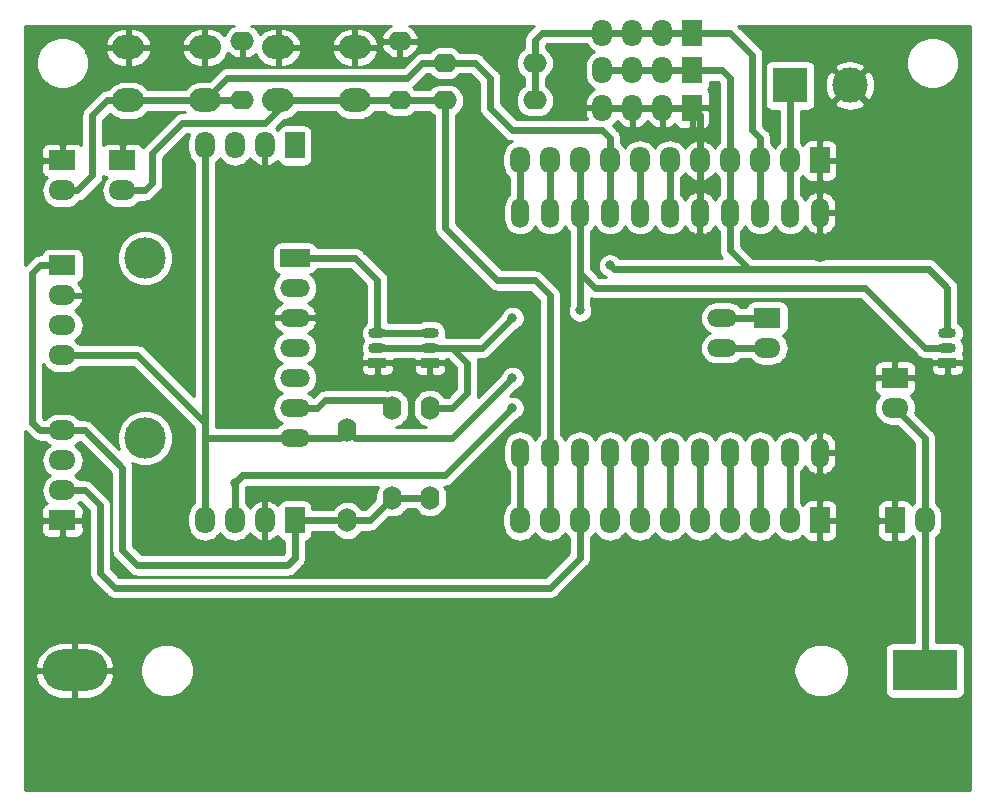
<source format=gbl>
G04 #@! TF.GenerationSoftware,KiCad,Pcbnew,(5.1.6)-1*
G04 #@! TF.CreationDate,2020-10-11T12:38:22+02:00*
G04 #@! TF.ProjectId,AdaptaddorCubeCell,41646170-7461-4646-946f-724375626543,1.0*
G04 #@! TF.SameCoordinates,Original*
G04 #@! TF.FileFunction,Copper,L2,Bot*
G04 #@! TF.FilePolarity,Positive*
%FSLAX46Y46*%
G04 Gerber Fmt 4.6, Leading zero omitted, Abs format (unit mm)*
G04 Created by KiCad (PCBNEW (5.1.6)-1) date 2020-10-11 12:38:22*
%MOMM*%
%LPD*%
G01*
G04 APERTURE LIST*
G04 #@! TA.AperFunction,ComponentPad*
%ADD10O,2.524000X1.524000*%
G04 #@! TD*
G04 #@! TA.AperFunction,ComponentPad*
%ADD11C,3.510000*%
G04 #@! TD*
G04 #@! TA.AperFunction,ComponentPad*
%ADD12R,2.524000X1.524000*%
G04 #@! TD*
G04 #@! TA.AperFunction,ComponentPad*
%ADD13R,5.500000X3.500000*%
G04 #@! TD*
G04 #@! TA.AperFunction,ComponentPad*
%ADD14O,5.500000X3.500000*%
G04 #@! TD*
G04 #@! TA.AperFunction,ComponentPad*
%ADD15O,2.000000X1.600000*%
G04 #@! TD*
G04 #@! TA.AperFunction,ComponentPad*
%ADD16O,1.600000X2.000000*%
G04 #@! TD*
G04 #@! TA.AperFunction,ComponentPad*
%ADD17O,2.700000X2.000000*%
G04 #@! TD*
G04 #@! TA.AperFunction,ComponentPad*
%ADD18O,1.524000X2.524000*%
G04 #@! TD*
G04 #@! TA.AperFunction,ComponentPad*
%ADD19R,1.700000X2.300000*%
G04 #@! TD*
G04 #@! TA.AperFunction,ComponentPad*
%ADD20O,1.700000X2.300000*%
G04 #@! TD*
G04 #@! TA.AperFunction,ComponentPad*
%ADD21R,2.300000X1.700000*%
G04 #@! TD*
G04 #@! TA.AperFunction,ComponentPad*
%ADD22O,2.300000X1.700000*%
G04 #@! TD*
G04 #@! TA.AperFunction,ComponentPad*
%ADD23C,3.000000*%
G04 #@! TD*
G04 #@! TA.AperFunction,ComponentPad*
%ADD24R,3.000000X3.000000*%
G04 #@! TD*
G04 #@! TA.AperFunction,ComponentPad*
%ADD25R,1.500000X0.900000*%
G04 #@! TD*
G04 #@! TA.AperFunction,ComponentPad*
%ADD26O,1.500000X0.900000*%
G04 #@! TD*
G04 #@! TA.AperFunction,ViaPad*
%ADD27C,2.000000*%
G04 #@! TD*
G04 #@! TA.AperFunction,ViaPad*
%ADD28C,0.800000*%
G04 #@! TD*
G04 #@! TA.AperFunction,Conductor*
%ADD29C,0.600000*%
G04 #@! TD*
G04 #@! TA.AperFunction,Conductor*
%ADD30C,0.254000*%
G04 #@! TD*
G04 APERTURE END LIST*
D10*
X112395000Y-101600000D03*
X112395000Y-99060000D03*
X112395000Y-96520000D03*
X112395000Y-93980000D03*
X112395000Y-91440000D03*
D11*
X99695000Y-101600000D03*
D12*
X112395000Y-86360000D03*
D10*
X112395000Y-88900000D03*
D11*
X99695000Y-86360000D03*
D13*
X165735000Y-121285000D03*
D14*
X93735000Y-121285000D03*
D15*
X121285000Y-73025000D03*
X121285000Y-68025000D03*
X107950000Y-68025000D03*
X107950000Y-73025000D03*
X125095000Y-73025000D03*
X132715000Y-73025000D03*
X132715000Y-69850000D03*
X125095000Y-69850000D03*
D16*
X116840000Y-100965000D03*
X116840000Y-108585000D03*
X120650000Y-106680000D03*
X120650000Y-99060000D03*
D17*
X110975000Y-73025000D03*
X110975000Y-68525000D03*
X117475000Y-73025000D03*
X117475000Y-68525000D03*
X104775000Y-68525000D03*
X104775000Y-73025000D03*
X98275000Y-68525000D03*
X98275000Y-73025000D03*
D10*
X148590000Y-93980000D03*
X148590000Y-91440000D03*
D18*
X131445000Y-102870000D03*
X133985000Y-102870000D03*
X136525000Y-102870000D03*
X139065000Y-102870000D03*
X141605000Y-102870000D03*
X144145000Y-102870000D03*
X146685000Y-102870000D03*
X149225000Y-102870000D03*
X151765000Y-102870000D03*
X154305000Y-102870000D03*
X131445000Y-82550000D03*
X133985000Y-82550000D03*
X136525000Y-82550000D03*
X139065000Y-82550000D03*
X141605000Y-82550000D03*
X144145000Y-82550000D03*
X146685000Y-82550000D03*
X149225000Y-82550000D03*
X151765000Y-82550000D03*
X154305000Y-82550000D03*
X156845000Y-102870000D03*
X156845000Y-82550000D03*
D19*
X156845000Y-78105000D03*
D20*
X154305000Y-78105000D03*
X151765000Y-78105000D03*
X149225000Y-78105000D03*
X146685000Y-78105000D03*
X144145000Y-78105000D03*
X141605000Y-78105000D03*
X139065000Y-78105000D03*
X136525000Y-78105000D03*
X133985000Y-78105000D03*
X131445000Y-78105000D03*
D19*
X156845000Y-108585000D03*
D20*
X154305000Y-108585000D03*
X151765000Y-108585000D03*
X149225000Y-108585000D03*
X146685000Y-108585000D03*
X144145000Y-108585000D03*
X141605000Y-108585000D03*
X139065000Y-108585000D03*
X136525000Y-108585000D03*
X133985000Y-108585000D03*
X131445000Y-108585000D03*
D21*
X152400000Y-91440000D03*
D22*
X152400000Y-93980000D03*
D21*
X163195000Y-96520000D03*
D22*
X163195000Y-99060000D03*
D19*
X163195000Y-108585000D03*
D20*
X165735000Y-108585000D03*
D21*
X97790000Y-78105000D03*
D22*
X97790000Y-80645000D03*
D21*
X92710000Y-78105000D03*
D22*
X92710000Y-80645000D03*
D19*
X112395000Y-76835000D03*
D20*
X109855000Y-76835000D03*
X107315000Y-76835000D03*
X104775000Y-76835000D03*
D19*
X112395000Y-108585000D03*
D20*
X109855000Y-108585000D03*
X107315000Y-108585000D03*
X104775000Y-108585000D03*
D23*
X159385000Y-71755000D03*
D24*
X154305000Y-71755000D03*
D16*
X123825000Y-106680000D03*
X123825000Y-99060000D03*
D25*
X123825000Y-95250000D03*
D26*
X123825000Y-92710000D03*
X123825000Y-93980000D03*
X119380000Y-93980000D03*
X119380000Y-92710000D03*
D25*
X119380000Y-95250000D03*
X167640000Y-95250000D03*
D26*
X167640000Y-92710000D03*
X167640000Y-93980000D03*
D22*
X92710000Y-94615000D03*
X92710000Y-92075000D03*
X92710000Y-89535000D03*
D21*
X92710000Y-86995000D03*
D22*
X92710000Y-100965000D03*
X92710000Y-103505000D03*
X92710000Y-106045000D03*
D21*
X92710000Y-108585000D03*
D20*
X138430000Y-70485000D03*
X140970000Y-70485000D03*
X143510000Y-70485000D03*
D19*
X146050000Y-70485000D03*
X146050000Y-73660000D03*
D20*
X143510000Y-73660000D03*
X140970000Y-73660000D03*
X138430000Y-73660000D03*
X138430000Y-67310000D03*
X140970000Y-67310000D03*
X143510000Y-67310000D03*
D19*
X146050000Y-67310000D03*
D27*
X156845000Y-85725000D03*
D28*
X130810000Y-96520000D03*
X130810000Y-99060000D03*
X107315000Y-105410000D03*
X139065000Y-86995000D03*
X130810000Y-91440000D03*
X136525000Y-90805000D03*
D29*
X165735000Y-121285000D02*
X165735000Y-108585000D01*
X165735000Y-101600000D02*
X163195000Y-99060000D01*
X165735000Y-108585000D02*
X165735000Y-101600000D01*
X146685000Y-78105000D02*
X146685000Y-82550000D01*
X146685000Y-74295000D02*
X146050000Y-73660000D01*
X146685000Y-78105000D02*
X146685000Y-74295000D01*
X146050000Y-73660000D02*
X143510000Y-73660000D01*
X143510000Y-73660000D02*
X140970000Y-73660000D01*
X140970000Y-73660000D02*
X138430000Y-73660000D01*
X133985000Y-102870000D02*
X133985000Y-108585000D01*
X125095000Y-73025000D02*
X121285000Y-73025000D01*
X121285000Y-73025000D02*
X117475000Y-73025000D01*
X117475000Y-73025000D02*
X110975000Y-73025000D01*
X110975000Y-73025000D02*
X110975000Y-73810000D01*
X110975000Y-73810000D02*
X109855000Y-74930000D01*
X109855000Y-74930000D02*
X102870000Y-74930000D01*
X102870000Y-74930000D02*
X100330000Y-77470000D01*
X100330000Y-77470000D02*
X100330000Y-80010000D01*
X99695000Y-80645000D02*
X97790000Y-80645000D01*
X100330000Y-80010000D02*
X99695000Y-80645000D01*
X133985000Y-102870000D02*
X133985000Y-89535000D01*
X133985000Y-89535000D02*
X132715000Y-88265000D01*
X132715000Y-88265000D02*
X129540000Y-88265000D01*
X125095000Y-83820000D02*
X125095000Y-73025000D01*
X129540000Y-88265000D02*
X125095000Y-83820000D01*
X131445000Y-78105000D02*
X131445000Y-82550000D01*
X133985000Y-78105000D02*
X133985000Y-82550000D01*
X141605000Y-78105000D02*
X141605000Y-82550000D01*
X116205000Y-101600000D02*
X116840000Y-100965000D01*
X112395000Y-101600000D02*
X116205000Y-101600000D01*
X92710000Y-94615000D02*
X99060000Y-94615000D01*
X99060000Y-94615000D02*
X104775000Y-100330000D01*
X112395000Y-101600000D02*
X104775000Y-101600000D01*
X104775000Y-100330000D02*
X104775000Y-101600000D01*
X104775000Y-101600000D02*
X104775000Y-108585000D01*
X104775000Y-76835000D02*
X104775000Y-100330000D01*
X116840000Y-100965000D02*
X117475000Y-101600000D01*
X117475000Y-101600000D02*
X125730000Y-101600000D01*
X125730000Y-101600000D02*
X130810000Y-96520000D01*
X144145000Y-78105000D02*
X144145000Y-82550000D01*
X107950000Y-104775000D02*
X125095000Y-104775000D01*
X125095000Y-104775000D02*
X130810000Y-99060000D01*
X107315000Y-108585000D02*
X107315000Y-105410000D01*
X107315000Y-105410000D02*
X107950000Y-104775000D01*
X107315000Y-105410000D02*
X107315000Y-105410000D01*
X120015000Y-98425000D02*
X120650000Y-99060000D01*
X114935000Y-98425000D02*
X120015000Y-98425000D01*
X112395000Y-99060000D02*
X114300000Y-99060000D01*
X114300000Y-99060000D02*
X114935000Y-98425000D01*
X149225000Y-78105000D02*
X149225000Y-82550000D01*
X150825001Y-87325001D02*
X166065001Y-87325001D01*
X149225000Y-82550000D02*
X149225000Y-85725000D01*
X167640000Y-88900000D02*
X167640000Y-92710000D01*
X166065001Y-87325001D02*
X167640000Y-88900000D01*
X149225000Y-85725000D02*
X150825001Y-87325001D01*
X149225000Y-78105000D02*
X149225000Y-71120000D01*
X148590000Y-70485000D02*
X146050000Y-70485000D01*
X149225000Y-71120000D02*
X148590000Y-70485000D01*
X146050000Y-70485000D02*
X143510000Y-70485000D01*
X143510000Y-70485000D02*
X140970000Y-70485000D01*
X140970000Y-70485000D02*
X138430000Y-70485000D01*
X119380000Y-92710000D02*
X123825000Y-92710000D01*
X120650000Y-106680000D02*
X120650000Y-107315000D01*
X116840000Y-108585000D02*
X112395000Y-108585000D01*
X92710000Y-100965000D02*
X94615000Y-100965000D01*
X94615000Y-100965000D02*
X97790000Y-104140000D01*
X97790000Y-104140000D02*
X97790000Y-111125000D01*
X97790000Y-111125000D02*
X99060000Y-112395000D01*
X99060000Y-112395000D02*
X111760000Y-112395000D01*
X112395000Y-111760000D02*
X112395000Y-108585000D01*
X111760000Y-112395000D02*
X112395000Y-111760000D01*
X90170000Y-100330000D02*
X90805000Y-100965000D01*
X90170000Y-87630000D02*
X90170000Y-100330000D01*
X92710000Y-86995000D02*
X90805000Y-86995000D01*
X90805000Y-100965000D02*
X92710000Y-100965000D01*
X90805000Y-86995000D02*
X90170000Y-87630000D01*
X119380000Y-88265000D02*
X119380000Y-92710000D01*
X112395000Y-86360000D02*
X117475000Y-86360000D01*
X117475000Y-86360000D02*
X119380000Y-88265000D01*
X150825001Y-87325001D02*
X139395001Y-87325001D01*
X139395001Y-87325001D02*
X139065000Y-86995000D01*
X120650000Y-106680000D02*
X118745000Y-108585000D01*
X118745000Y-108585000D02*
X116840000Y-108585000D01*
X120650000Y-106680000D02*
X123825000Y-106680000D01*
X151765000Y-78105000D02*
X151765000Y-82550000D01*
X132715000Y-69850000D02*
X132715000Y-73025000D01*
X132715000Y-69850000D02*
X132715000Y-67945000D01*
X133350000Y-67310000D02*
X138430000Y-67310000D01*
X132715000Y-67945000D02*
X133350000Y-67310000D01*
X138430000Y-67310000D02*
X140970000Y-67310000D01*
X140970000Y-67310000D02*
X143510000Y-67310000D01*
X143510000Y-67310000D02*
X146050000Y-67310000D01*
X146050000Y-67310000D02*
X149225000Y-67310000D01*
X149225000Y-67310000D02*
X151130000Y-69215000D01*
X151130000Y-69215000D02*
X151130000Y-75565000D01*
X151765000Y-76200000D02*
X151765000Y-78105000D01*
X151130000Y-75565000D02*
X151765000Y-76200000D01*
X154305000Y-102870000D02*
X154305000Y-108585000D01*
X151765000Y-102870000D02*
X151765000Y-108585000D01*
X149225000Y-102870000D02*
X149225000Y-108585000D01*
X146685000Y-102870000D02*
X146685000Y-108585000D01*
X144145000Y-102870000D02*
X144145000Y-108585000D01*
X141605000Y-102870000D02*
X141605000Y-108585000D01*
X136525000Y-102870000D02*
X136525000Y-108585000D01*
X136525000Y-108585000D02*
X136525000Y-111760000D01*
X136525000Y-111760000D02*
X133985000Y-114300000D01*
X133985000Y-114300000D02*
X97155000Y-114300000D01*
X97155000Y-114300000D02*
X95885000Y-113030000D01*
X95885000Y-113030000D02*
X95885000Y-107315000D01*
X95885000Y-107315000D02*
X94615000Y-106045000D01*
X94615000Y-106045000D02*
X92710000Y-106045000D01*
X131445000Y-102870000D02*
X131445000Y-108585000D01*
X139065000Y-78105000D02*
X139065000Y-82550000D01*
X98275000Y-73025000D02*
X104775000Y-73025000D01*
X104775000Y-73025000D02*
X107950000Y-73025000D01*
X125095000Y-69850000D02*
X123825000Y-69850000D01*
X106680000Y-71120000D02*
X104775000Y-73025000D01*
X95250000Y-74295000D02*
X96520000Y-73025000D01*
X96520000Y-73025000D02*
X98275000Y-73025000D01*
X92710000Y-80645000D02*
X93980000Y-80645000D01*
X95250000Y-79375000D02*
X95250000Y-74295000D01*
X93980000Y-80645000D02*
X95250000Y-79375000D01*
X139065000Y-76200000D02*
X139065000Y-78105000D01*
X138430000Y-75565000D02*
X139065000Y-76200000D01*
X125095000Y-69850000D02*
X127635000Y-69850000D01*
X127635000Y-69850000D02*
X128905000Y-71120000D01*
X128905000Y-71120000D02*
X128905000Y-73660000D01*
X128905000Y-73660000D02*
X130810000Y-75565000D01*
X130810000Y-75565000D02*
X138430000Y-75565000D01*
X106680000Y-71120000D02*
X121920000Y-71120000D01*
X123190000Y-69850000D02*
X125095000Y-69850000D01*
X121920000Y-71120000D02*
X123190000Y-69850000D01*
X154305000Y-78105000D02*
X154305000Y-82550000D01*
X154305000Y-71755000D02*
X154305000Y-78105000D01*
X136525000Y-78105000D02*
X136525000Y-82550000D01*
X167640000Y-93980000D02*
X165735000Y-93980000D01*
X165735000Y-93980000D02*
X160655000Y-88900000D01*
X160655000Y-88900000D02*
X137795000Y-88900000D01*
X136525000Y-87630000D02*
X136525000Y-82550000D01*
X137795000Y-88900000D02*
X136525000Y-87630000D01*
X119380000Y-93980000D02*
X123825000Y-93980000D01*
X125730000Y-99060000D02*
X127000000Y-97790000D01*
X125730000Y-99060000D02*
X123825000Y-99060000D01*
X127000000Y-95250000D02*
X127000000Y-97790000D01*
X125730000Y-93980000D02*
X127000000Y-95250000D01*
X123825000Y-93980000D02*
X125730000Y-93980000D01*
X125730000Y-93980000D02*
X128270000Y-93980000D01*
X128270000Y-93980000D02*
X130810000Y-91440000D01*
X136525000Y-87630000D02*
X136525000Y-90805000D01*
X139065000Y-102870000D02*
X139065000Y-108585000D01*
X148590000Y-91440000D02*
X152400000Y-91440000D01*
X148590000Y-93980000D02*
X152400000Y-93980000D01*
D30*
G36*
X169520001Y-131420000D02*
G01*
X89560000Y-131420000D01*
X89560000Y-121783003D01*
X90402573Y-121783003D01*
X90482947Y-122080368D01*
X90681388Y-122504439D01*
X90958748Y-122881648D01*
X91304369Y-123197498D01*
X91704968Y-123439852D01*
X92145150Y-123599396D01*
X92608000Y-123670000D01*
X93608000Y-123670000D01*
X93608000Y-121412000D01*
X93862000Y-121412000D01*
X93862000Y-123670000D01*
X94862000Y-123670000D01*
X95324850Y-123599396D01*
X95765032Y-123439852D01*
X96165631Y-123197498D01*
X96511252Y-122881648D01*
X96788612Y-122504439D01*
X96987053Y-122080368D01*
X97067427Y-121783003D01*
X96957625Y-121412000D01*
X93862000Y-121412000D01*
X93608000Y-121412000D01*
X90512375Y-121412000D01*
X90402573Y-121783003D01*
X89560000Y-121783003D01*
X89560000Y-120786997D01*
X90402573Y-120786997D01*
X90512375Y-121158000D01*
X93608000Y-121158000D01*
X93608000Y-118900000D01*
X93862000Y-118900000D01*
X93862000Y-121158000D01*
X96957625Y-121158000D01*
X96985187Y-121064872D01*
X99245000Y-121064872D01*
X99245000Y-121505128D01*
X99330890Y-121936925D01*
X99499369Y-122343669D01*
X99743962Y-122709729D01*
X100055271Y-123021038D01*
X100421331Y-123265631D01*
X100828075Y-123434110D01*
X101259872Y-123520000D01*
X101820128Y-123520000D01*
X102251925Y-123434110D01*
X102658669Y-123265631D01*
X103024729Y-123021038D01*
X103336038Y-122709729D01*
X103580631Y-122343669D01*
X103749110Y-121936925D01*
X103835000Y-121505128D01*
X103835000Y-121064872D01*
X154610000Y-121064872D01*
X154610000Y-121505128D01*
X154695890Y-121936925D01*
X154864369Y-122343669D01*
X155108962Y-122709729D01*
X155420271Y-123021038D01*
X155786331Y-123265631D01*
X156193075Y-123434110D01*
X156624872Y-123520000D01*
X157310128Y-123520000D01*
X157741925Y-123434110D01*
X158148669Y-123265631D01*
X158514729Y-123021038D01*
X158826038Y-122709729D01*
X159070631Y-122343669D01*
X159239110Y-121936925D01*
X159325000Y-121505128D01*
X159325000Y-121064872D01*
X159239110Y-120633075D01*
X159070631Y-120226331D01*
X158826038Y-119860271D01*
X158514729Y-119548962D01*
X158148669Y-119304369D01*
X157741925Y-119135890D01*
X157310128Y-119050000D01*
X156624872Y-119050000D01*
X156193075Y-119135890D01*
X155786331Y-119304369D01*
X155420271Y-119548962D01*
X155108962Y-119860271D01*
X154864369Y-120226331D01*
X154695890Y-120633075D01*
X154610000Y-121064872D01*
X103835000Y-121064872D01*
X103749110Y-120633075D01*
X103580631Y-120226331D01*
X103336038Y-119860271D01*
X103024729Y-119548962D01*
X102658669Y-119304369D01*
X102251925Y-119135890D01*
X101820128Y-119050000D01*
X101259872Y-119050000D01*
X100828075Y-119135890D01*
X100421331Y-119304369D01*
X100055271Y-119548962D01*
X99743962Y-119860271D01*
X99499369Y-120226331D01*
X99330890Y-120633075D01*
X99245000Y-121064872D01*
X96985187Y-121064872D01*
X97067427Y-120786997D01*
X96987053Y-120489632D01*
X96788612Y-120065561D01*
X96511252Y-119688352D01*
X96165631Y-119372502D01*
X95765032Y-119130148D01*
X95324850Y-118970604D01*
X94862000Y-118900000D01*
X93862000Y-118900000D01*
X93608000Y-118900000D01*
X92608000Y-118900000D01*
X92145150Y-118970604D01*
X91704968Y-119130148D01*
X91304369Y-119372502D01*
X90958748Y-119688352D01*
X90681388Y-120065561D01*
X90482947Y-120489632D01*
X90402573Y-120786997D01*
X89560000Y-120786997D01*
X89560000Y-109435000D01*
X90921928Y-109435000D01*
X90934188Y-109559482D01*
X90970498Y-109679180D01*
X91029463Y-109789494D01*
X91108815Y-109886185D01*
X91205506Y-109965537D01*
X91315820Y-110024502D01*
X91435518Y-110060812D01*
X91560000Y-110073072D01*
X92424250Y-110070000D01*
X92583000Y-109911250D01*
X92583000Y-108712000D01*
X92837000Y-108712000D01*
X92837000Y-109911250D01*
X92995750Y-110070000D01*
X93860000Y-110073072D01*
X93984482Y-110060812D01*
X94104180Y-110024502D01*
X94214494Y-109965537D01*
X94311185Y-109886185D01*
X94390537Y-109789494D01*
X94449502Y-109679180D01*
X94485812Y-109559482D01*
X94498072Y-109435000D01*
X94495000Y-108870750D01*
X94336250Y-108712000D01*
X92837000Y-108712000D01*
X92583000Y-108712000D01*
X91083750Y-108712000D01*
X90925000Y-108870750D01*
X90921928Y-109435000D01*
X89560000Y-109435000D01*
X89560000Y-101042289D01*
X90111370Y-101593659D01*
X90140656Y-101629344D01*
X90283028Y-101746186D01*
X90372509Y-101794014D01*
X90445459Y-101833007D01*
X90621708Y-101886472D01*
X90805000Y-101904524D01*
X90850935Y-101900000D01*
X91256275Y-101900000D01*
X91354866Y-102020134D01*
X91580986Y-102205706D01*
X91635791Y-102235000D01*
X91580986Y-102264294D01*
X91354866Y-102449866D01*
X91169294Y-102675986D01*
X91031401Y-102933966D01*
X90946487Y-103213889D01*
X90917815Y-103505000D01*
X90946487Y-103796111D01*
X91031401Y-104076034D01*
X91169294Y-104334014D01*
X91354866Y-104560134D01*
X91580986Y-104745706D01*
X91635791Y-104775000D01*
X91580986Y-104804294D01*
X91354866Y-104989866D01*
X91169294Y-105215986D01*
X91031401Y-105473966D01*
X90946487Y-105753889D01*
X90917815Y-106045000D01*
X90946487Y-106336111D01*
X91031401Y-106616034D01*
X91169294Y-106874014D01*
X91354866Y-107100134D01*
X91384687Y-107124607D01*
X91315820Y-107145498D01*
X91205506Y-107204463D01*
X91108815Y-107283815D01*
X91029463Y-107380506D01*
X90970498Y-107490820D01*
X90934188Y-107610518D01*
X90921928Y-107735000D01*
X90925000Y-108299250D01*
X91083750Y-108458000D01*
X92583000Y-108458000D01*
X92583000Y-108438000D01*
X92837000Y-108438000D01*
X92837000Y-108458000D01*
X94336250Y-108458000D01*
X94495000Y-108299250D01*
X94498072Y-107735000D01*
X94485812Y-107610518D01*
X94449502Y-107490820D01*
X94390537Y-107380506D01*
X94311185Y-107283815D01*
X94214494Y-107204463D01*
X94104180Y-107145498D01*
X94035313Y-107124607D01*
X94065134Y-107100134D01*
X94163725Y-106980000D01*
X94227711Y-106980000D01*
X94950001Y-107702291D01*
X94950000Y-112984068D01*
X94945476Y-113030000D01*
X94950000Y-113075931D01*
X94963529Y-113213291D01*
X95016993Y-113389539D01*
X95103814Y-113551971D01*
X95220656Y-113694344D01*
X95256341Y-113723630D01*
X96461374Y-114928664D01*
X96490656Y-114964344D01*
X96633028Y-115081186D01*
X96795460Y-115168007D01*
X96918243Y-115205253D01*
X96971707Y-115221471D01*
X97154999Y-115239524D01*
X97200931Y-115235000D01*
X133939068Y-115235000D01*
X133985000Y-115239524D01*
X134030932Y-115235000D01*
X134168292Y-115221471D01*
X134344540Y-115168007D01*
X134506972Y-115081186D01*
X134649344Y-114964344D01*
X134678630Y-114928659D01*
X137153664Y-112453626D01*
X137189344Y-112424344D01*
X137306186Y-112281972D01*
X137393007Y-112119540D01*
X137446471Y-111943292D01*
X137460000Y-111805932D01*
X137460000Y-111805926D01*
X137464523Y-111760001D01*
X137460000Y-111714076D01*
X137460000Y-110038725D01*
X137580134Y-109940134D01*
X137765706Y-109714014D01*
X137795000Y-109659208D01*
X137824294Y-109714013D01*
X138009866Y-109940134D01*
X138235986Y-110125706D01*
X138493966Y-110263599D01*
X138773889Y-110348513D01*
X139065000Y-110377185D01*
X139356110Y-110348513D01*
X139636033Y-110263599D01*
X139894013Y-110125706D01*
X140120134Y-109940134D01*
X140305706Y-109714014D01*
X140335000Y-109659208D01*
X140364294Y-109714013D01*
X140549866Y-109940134D01*
X140775986Y-110125706D01*
X141033966Y-110263599D01*
X141313889Y-110348513D01*
X141605000Y-110377185D01*
X141896110Y-110348513D01*
X142176033Y-110263599D01*
X142434013Y-110125706D01*
X142660134Y-109940134D01*
X142845706Y-109714014D01*
X142875000Y-109659208D01*
X142904294Y-109714013D01*
X143089866Y-109940134D01*
X143315986Y-110125706D01*
X143573966Y-110263599D01*
X143853889Y-110348513D01*
X144145000Y-110377185D01*
X144436110Y-110348513D01*
X144716033Y-110263599D01*
X144974013Y-110125706D01*
X145200134Y-109940134D01*
X145385706Y-109714014D01*
X145415000Y-109659208D01*
X145444294Y-109714013D01*
X145629866Y-109940134D01*
X145855986Y-110125706D01*
X146113966Y-110263599D01*
X146393889Y-110348513D01*
X146685000Y-110377185D01*
X146976110Y-110348513D01*
X147256033Y-110263599D01*
X147514013Y-110125706D01*
X147740134Y-109940134D01*
X147925706Y-109714014D01*
X147955000Y-109659208D01*
X147984294Y-109714013D01*
X148169866Y-109940134D01*
X148395986Y-110125706D01*
X148653966Y-110263599D01*
X148933889Y-110348513D01*
X149225000Y-110377185D01*
X149516110Y-110348513D01*
X149796033Y-110263599D01*
X150054013Y-110125706D01*
X150280134Y-109940134D01*
X150465706Y-109714014D01*
X150495000Y-109659208D01*
X150524294Y-109714013D01*
X150709866Y-109940134D01*
X150935986Y-110125706D01*
X151193966Y-110263599D01*
X151473889Y-110348513D01*
X151765000Y-110377185D01*
X152056110Y-110348513D01*
X152336033Y-110263599D01*
X152594013Y-110125706D01*
X152820134Y-109940134D01*
X153005706Y-109714014D01*
X153035000Y-109659208D01*
X153064294Y-109714013D01*
X153249866Y-109940134D01*
X153475986Y-110125706D01*
X153733966Y-110263599D01*
X154013889Y-110348513D01*
X154305000Y-110377185D01*
X154596110Y-110348513D01*
X154876033Y-110263599D01*
X155134013Y-110125706D01*
X155360134Y-109940134D01*
X155384607Y-109910313D01*
X155405498Y-109979180D01*
X155464463Y-110089494D01*
X155543815Y-110186185D01*
X155640506Y-110265537D01*
X155750820Y-110324502D01*
X155870518Y-110360812D01*
X155995000Y-110373072D01*
X156559250Y-110370000D01*
X156718000Y-110211250D01*
X156718000Y-108712000D01*
X156972000Y-108712000D01*
X156972000Y-110211250D01*
X157130750Y-110370000D01*
X157695000Y-110373072D01*
X157819482Y-110360812D01*
X157939180Y-110324502D01*
X158049494Y-110265537D01*
X158146185Y-110186185D01*
X158225537Y-110089494D01*
X158284502Y-109979180D01*
X158320812Y-109859482D01*
X158333072Y-109735000D01*
X161706928Y-109735000D01*
X161719188Y-109859482D01*
X161755498Y-109979180D01*
X161814463Y-110089494D01*
X161893815Y-110186185D01*
X161990506Y-110265537D01*
X162100820Y-110324502D01*
X162220518Y-110360812D01*
X162345000Y-110373072D01*
X162909250Y-110370000D01*
X163068000Y-110211250D01*
X163068000Y-108712000D01*
X161868750Y-108712000D01*
X161710000Y-108870750D01*
X161706928Y-109735000D01*
X158333072Y-109735000D01*
X158330000Y-108870750D01*
X158171250Y-108712000D01*
X156972000Y-108712000D01*
X156718000Y-108712000D01*
X156698000Y-108712000D01*
X156698000Y-108458000D01*
X156718000Y-108458000D01*
X156718000Y-106958750D01*
X156972000Y-106958750D01*
X156972000Y-108458000D01*
X158171250Y-108458000D01*
X158330000Y-108299250D01*
X158333072Y-107435000D01*
X161706928Y-107435000D01*
X161710000Y-108299250D01*
X161868750Y-108458000D01*
X163068000Y-108458000D01*
X163068000Y-106958750D01*
X162909250Y-106800000D01*
X162345000Y-106796928D01*
X162220518Y-106809188D01*
X162100820Y-106845498D01*
X161990506Y-106904463D01*
X161893815Y-106983815D01*
X161814463Y-107080506D01*
X161755498Y-107190820D01*
X161719188Y-107310518D01*
X161706928Y-107435000D01*
X158333072Y-107435000D01*
X158320812Y-107310518D01*
X158284502Y-107190820D01*
X158225537Y-107080506D01*
X158146185Y-106983815D01*
X158049494Y-106904463D01*
X157939180Y-106845498D01*
X157819482Y-106809188D01*
X157695000Y-106796928D01*
X157130750Y-106800000D01*
X156972000Y-106958750D01*
X156718000Y-106958750D01*
X156559250Y-106800000D01*
X155995000Y-106796928D01*
X155870518Y-106809188D01*
X155750820Y-106845498D01*
X155640506Y-106904463D01*
X155543815Y-106983815D01*
X155464463Y-107080506D01*
X155405498Y-107190820D01*
X155384607Y-107259687D01*
X155360134Y-107229866D01*
X155240000Y-107131275D01*
X155240000Y-104409885D01*
X155297607Y-104362608D01*
X155472183Y-104149887D01*
X155576038Y-103955587D01*
X155602941Y-104021942D01*
X155753994Y-104251729D01*
X155946974Y-104447632D01*
X156174465Y-104602122D01*
X156427724Y-104709262D01*
X156501930Y-104724220D01*
X156718000Y-104601720D01*
X156718000Y-102997000D01*
X156972000Y-102997000D01*
X156972000Y-104601720D01*
X157188070Y-104724220D01*
X157262276Y-104709262D01*
X157515535Y-104602122D01*
X157743026Y-104447632D01*
X157936006Y-104251729D01*
X158087059Y-104021942D01*
X158190381Y-103767101D01*
X158242000Y-103497000D01*
X158242000Y-102997000D01*
X156972000Y-102997000D01*
X156718000Y-102997000D01*
X156698000Y-102997000D01*
X156698000Y-102743000D01*
X156718000Y-102743000D01*
X156718000Y-101138280D01*
X156972000Y-101138280D01*
X156972000Y-102743000D01*
X158242000Y-102743000D01*
X158242000Y-102243000D01*
X158190381Y-101972899D01*
X158087059Y-101718058D01*
X157936006Y-101488271D01*
X157743026Y-101292368D01*
X157515535Y-101137878D01*
X157262276Y-101030738D01*
X157188070Y-101015780D01*
X156972000Y-101138280D01*
X156718000Y-101138280D01*
X156501930Y-101015780D01*
X156427724Y-101030738D01*
X156174465Y-101137878D01*
X155946974Y-101292368D01*
X155753994Y-101488271D01*
X155602941Y-101718058D01*
X155576038Y-101784413D01*
X155472183Y-101590113D01*
X155297608Y-101377392D01*
X155084887Y-101202817D01*
X154842195Y-101073096D01*
X154578860Y-100993214D01*
X154305000Y-100966241D01*
X154031141Y-100993214D01*
X153767806Y-101073096D01*
X153525114Y-101202817D01*
X153312393Y-101377392D01*
X153137817Y-101590113D01*
X153035000Y-101782471D01*
X152932183Y-101590113D01*
X152757608Y-101377392D01*
X152544887Y-101202817D01*
X152302195Y-101073096D01*
X152038860Y-100993214D01*
X151765000Y-100966241D01*
X151491141Y-100993214D01*
X151227806Y-101073096D01*
X150985114Y-101202817D01*
X150772393Y-101377392D01*
X150597817Y-101590113D01*
X150495000Y-101782471D01*
X150392183Y-101590113D01*
X150217608Y-101377392D01*
X150004887Y-101202817D01*
X149762195Y-101073096D01*
X149498860Y-100993214D01*
X149225000Y-100966241D01*
X148951141Y-100993214D01*
X148687806Y-101073096D01*
X148445114Y-101202817D01*
X148232393Y-101377392D01*
X148057817Y-101590113D01*
X147955000Y-101782471D01*
X147852183Y-101590113D01*
X147677608Y-101377392D01*
X147464887Y-101202817D01*
X147222195Y-101073096D01*
X146958860Y-100993214D01*
X146685000Y-100966241D01*
X146411141Y-100993214D01*
X146147806Y-101073096D01*
X145905114Y-101202817D01*
X145692393Y-101377392D01*
X145517817Y-101590113D01*
X145415000Y-101782471D01*
X145312183Y-101590113D01*
X145137608Y-101377392D01*
X144924887Y-101202817D01*
X144682195Y-101073096D01*
X144418860Y-100993214D01*
X144145000Y-100966241D01*
X143871141Y-100993214D01*
X143607806Y-101073096D01*
X143365114Y-101202817D01*
X143152393Y-101377392D01*
X142977817Y-101590113D01*
X142875000Y-101782471D01*
X142772183Y-101590113D01*
X142597608Y-101377392D01*
X142384887Y-101202817D01*
X142142195Y-101073096D01*
X141878860Y-100993214D01*
X141605000Y-100966241D01*
X141331141Y-100993214D01*
X141067806Y-101073096D01*
X140825114Y-101202817D01*
X140612393Y-101377392D01*
X140437817Y-101590113D01*
X140335000Y-101782471D01*
X140232183Y-101590113D01*
X140057608Y-101377392D01*
X139844887Y-101202817D01*
X139602195Y-101073096D01*
X139338860Y-100993214D01*
X139065000Y-100966241D01*
X138791141Y-100993214D01*
X138527806Y-101073096D01*
X138285114Y-101202817D01*
X138072393Y-101377392D01*
X137897817Y-101590113D01*
X137795000Y-101782471D01*
X137692183Y-101590113D01*
X137517608Y-101377392D01*
X137304887Y-101202817D01*
X137062195Y-101073096D01*
X136798860Y-100993214D01*
X136525000Y-100966241D01*
X136251141Y-100993214D01*
X135987806Y-101073096D01*
X135745114Y-101202817D01*
X135532393Y-101377392D01*
X135357817Y-101590113D01*
X135255000Y-101782471D01*
X135152183Y-101590113D01*
X134977608Y-101377392D01*
X134920000Y-101330115D01*
X134920000Y-99060000D01*
X161402815Y-99060000D01*
X161431487Y-99351111D01*
X161516401Y-99631034D01*
X161654294Y-99889014D01*
X161839866Y-100115134D01*
X162065986Y-100300706D01*
X162323966Y-100438599D01*
X162603889Y-100523513D01*
X162822050Y-100545000D01*
X163357711Y-100545000D01*
X164800001Y-101987291D01*
X164800000Y-107131274D01*
X164679866Y-107229866D01*
X164655393Y-107259687D01*
X164634502Y-107190820D01*
X164575537Y-107080506D01*
X164496185Y-106983815D01*
X164399494Y-106904463D01*
X164289180Y-106845498D01*
X164169482Y-106809188D01*
X164045000Y-106796928D01*
X163480750Y-106800000D01*
X163322000Y-106958750D01*
X163322000Y-108458000D01*
X163342000Y-108458000D01*
X163342000Y-108712000D01*
X163322000Y-108712000D01*
X163322000Y-110211250D01*
X163480750Y-110370000D01*
X164045000Y-110373072D01*
X164169482Y-110360812D01*
X164289180Y-110324502D01*
X164399494Y-110265537D01*
X164496185Y-110186185D01*
X164575537Y-110089494D01*
X164634502Y-109979180D01*
X164655393Y-109910313D01*
X164679866Y-109940134D01*
X164800001Y-110038726D01*
X164800000Y-118896928D01*
X162985000Y-118896928D01*
X162860518Y-118909188D01*
X162740820Y-118945498D01*
X162630506Y-119004463D01*
X162533815Y-119083815D01*
X162454463Y-119180506D01*
X162395498Y-119290820D01*
X162359188Y-119410518D01*
X162346928Y-119535000D01*
X162346928Y-123035000D01*
X162359188Y-123159482D01*
X162395498Y-123279180D01*
X162454463Y-123389494D01*
X162533815Y-123486185D01*
X162630506Y-123565537D01*
X162740820Y-123624502D01*
X162860518Y-123660812D01*
X162985000Y-123673072D01*
X168485000Y-123673072D01*
X168609482Y-123660812D01*
X168729180Y-123624502D01*
X168839494Y-123565537D01*
X168936185Y-123486185D01*
X169015537Y-123389494D01*
X169074502Y-123279180D01*
X169110812Y-123159482D01*
X169123072Y-123035000D01*
X169123072Y-119535000D01*
X169110812Y-119410518D01*
X169074502Y-119290820D01*
X169015537Y-119180506D01*
X168936185Y-119083815D01*
X168839494Y-119004463D01*
X168729180Y-118945498D01*
X168609482Y-118909188D01*
X168485000Y-118896928D01*
X166670000Y-118896928D01*
X166670000Y-110038725D01*
X166790134Y-109940134D01*
X166975706Y-109714014D01*
X167113599Y-109456034D01*
X167198513Y-109176110D01*
X167220000Y-108957949D01*
X167220000Y-108212050D01*
X167198513Y-107993889D01*
X167113599Y-107713966D01*
X166975706Y-107455986D01*
X166790134Y-107229866D01*
X166670000Y-107131275D01*
X166670000Y-101645924D01*
X166674523Y-101599999D01*
X166670000Y-101554074D01*
X166670000Y-101554068D01*
X166656471Y-101416708D01*
X166603007Y-101240460D01*
X166516186Y-101078028D01*
X166399344Y-100935656D01*
X166363664Y-100906374D01*
X164923575Y-99466286D01*
X164958513Y-99351111D01*
X164987185Y-99060000D01*
X164958513Y-98768889D01*
X164873599Y-98488966D01*
X164735706Y-98230986D01*
X164550134Y-98004866D01*
X164520313Y-97980393D01*
X164589180Y-97959502D01*
X164699494Y-97900537D01*
X164796185Y-97821185D01*
X164875537Y-97724494D01*
X164934502Y-97614180D01*
X164970812Y-97494482D01*
X164983072Y-97370000D01*
X164980000Y-96805750D01*
X164821250Y-96647000D01*
X163322000Y-96647000D01*
X163322000Y-96667000D01*
X163068000Y-96667000D01*
X163068000Y-96647000D01*
X161568750Y-96647000D01*
X161410000Y-96805750D01*
X161406928Y-97370000D01*
X161419188Y-97494482D01*
X161455498Y-97614180D01*
X161514463Y-97724494D01*
X161593815Y-97821185D01*
X161690506Y-97900537D01*
X161800820Y-97959502D01*
X161869687Y-97980393D01*
X161839866Y-98004866D01*
X161654294Y-98230986D01*
X161516401Y-98488966D01*
X161431487Y-98768889D01*
X161402815Y-99060000D01*
X134920000Y-99060000D01*
X134920000Y-95670000D01*
X161406928Y-95670000D01*
X161410000Y-96234250D01*
X161568750Y-96393000D01*
X163068000Y-96393000D01*
X163068000Y-95193750D01*
X163322000Y-95193750D01*
X163322000Y-96393000D01*
X164821250Y-96393000D01*
X164980000Y-96234250D01*
X164982908Y-95700000D01*
X166251928Y-95700000D01*
X166264188Y-95824482D01*
X166300498Y-95944180D01*
X166359463Y-96054494D01*
X166438815Y-96151185D01*
X166535506Y-96230537D01*
X166645820Y-96289502D01*
X166765518Y-96325812D01*
X166890000Y-96338072D01*
X167354250Y-96335000D01*
X167513000Y-96176250D01*
X167513000Y-95377000D01*
X167767000Y-95377000D01*
X167767000Y-96176250D01*
X167925750Y-96335000D01*
X168390000Y-96338072D01*
X168514482Y-96325812D01*
X168634180Y-96289502D01*
X168744494Y-96230537D01*
X168841185Y-96151185D01*
X168920537Y-96054494D01*
X168979502Y-95944180D01*
X169015812Y-95824482D01*
X169028072Y-95700000D01*
X169025000Y-95535750D01*
X168866250Y-95377000D01*
X167767000Y-95377000D01*
X167513000Y-95377000D01*
X166413750Y-95377000D01*
X166255000Y-95535750D01*
X166251928Y-95700000D01*
X164982908Y-95700000D01*
X164983072Y-95670000D01*
X164970812Y-95545518D01*
X164934502Y-95425820D01*
X164875537Y-95315506D01*
X164796185Y-95218815D01*
X164699494Y-95139463D01*
X164589180Y-95080498D01*
X164469482Y-95044188D01*
X164345000Y-95031928D01*
X163480750Y-95035000D01*
X163322000Y-95193750D01*
X163068000Y-95193750D01*
X162909250Y-95035000D01*
X162045000Y-95031928D01*
X161920518Y-95044188D01*
X161800820Y-95080498D01*
X161690506Y-95139463D01*
X161593815Y-95218815D01*
X161514463Y-95315506D01*
X161455498Y-95425820D01*
X161419188Y-95545518D01*
X161406928Y-95670000D01*
X134920000Y-95670000D01*
X134920000Y-89580931D01*
X134924524Y-89534999D01*
X134906471Y-89351707D01*
X134856347Y-89186471D01*
X134853007Y-89175460D01*
X134766186Y-89013028D01*
X134649344Y-88870656D01*
X134613664Y-88841374D01*
X133408630Y-87636341D01*
X133379344Y-87600656D01*
X133236972Y-87483814D01*
X133074540Y-87396993D01*
X132898292Y-87343529D01*
X132760932Y-87330000D01*
X132715000Y-87325476D01*
X132669068Y-87330000D01*
X129927290Y-87330000D01*
X126030000Y-83432711D01*
X126030000Y-74259264D01*
X126096101Y-74223932D01*
X126314608Y-74044608D01*
X126493932Y-73826101D01*
X126627182Y-73576808D01*
X126709236Y-73306309D01*
X126736943Y-73025000D01*
X126709236Y-72743691D01*
X126627182Y-72473192D01*
X126493932Y-72223899D01*
X126314608Y-72005392D01*
X126096101Y-71826068D01*
X125846808Y-71692818D01*
X125576309Y-71610764D01*
X125365492Y-71590000D01*
X124824508Y-71590000D01*
X124613691Y-71610764D01*
X124343192Y-71692818D01*
X124093899Y-71826068D01*
X123875392Y-72005392D01*
X123805956Y-72090000D01*
X122574044Y-72090000D01*
X122504608Y-72005392D01*
X122403009Y-71922012D01*
X122441972Y-71901186D01*
X122584344Y-71784344D01*
X122613630Y-71748659D01*
X123577290Y-70785000D01*
X123805956Y-70785000D01*
X123875392Y-70869608D01*
X124093899Y-71048932D01*
X124343192Y-71182182D01*
X124613691Y-71264236D01*
X124824508Y-71285000D01*
X125365492Y-71285000D01*
X125576309Y-71264236D01*
X125846808Y-71182182D01*
X126096101Y-71048932D01*
X126314608Y-70869608D01*
X126384044Y-70785000D01*
X127247711Y-70785000D01*
X127970000Y-71507290D01*
X127970001Y-73614058D01*
X127965476Y-73660000D01*
X127983529Y-73843291D01*
X128012184Y-73937752D01*
X128036994Y-74019540D01*
X128123815Y-74181972D01*
X128240657Y-74324344D01*
X128276336Y-74353625D01*
X130116370Y-76193659D01*
X130145656Y-76229344D01*
X130288028Y-76346186D01*
X130450460Y-76433007D01*
X130590413Y-76475461D01*
X130626708Y-76486471D01*
X130740598Y-76497688D01*
X130615987Y-76564294D01*
X130389866Y-76749866D01*
X130204294Y-76975986D01*
X130066401Y-77233966D01*
X129981487Y-77513889D01*
X129960000Y-77732050D01*
X129960000Y-78477949D01*
X129981487Y-78696110D01*
X130066401Y-78976033D01*
X130204294Y-79234013D01*
X130389866Y-79460134D01*
X130510000Y-79558726D01*
X130510001Y-81010115D01*
X130452393Y-81057392D01*
X130277817Y-81270113D01*
X130148096Y-81512805D01*
X130068214Y-81776140D01*
X130048000Y-81981375D01*
X130048000Y-83118624D01*
X130068214Y-83323859D01*
X130148096Y-83587194D01*
X130277817Y-83829886D01*
X130452392Y-84042607D01*
X130665113Y-84217183D01*
X130907805Y-84346904D01*
X131171140Y-84426786D01*
X131445000Y-84453759D01*
X131718859Y-84426786D01*
X131982194Y-84346904D01*
X132224886Y-84217183D01*
X132437607Y-84042608D01*
X132612183Y-83829887D01*
X132715000Y-83637529D01*
X132817817Y-83829886D01*
X132992392Y-84042607D01*
X133205113Y-84217183D01*
X133447805Y-84346904D01*
X133711140Y-84426786D01*
X133985000Y-84453759D01*
X134258859Y-84426786D01*
X134522194Y-84346904D01*
X134764886Y-84217183D01*
X134977607Y-84042608D01*
X135152183Y-83829887D01*
X135255000Y-83637529D01*
X135357817Y-83829886D01*
X135532392Y-84042607D01*
X135590001Y-84089885D01*
X135590000Y-87584068D01*
X135585476Y-87630000D01*
X135590000Y-87675931D01*
X135590001Y-90357703D01*
X135529774Y-90503102D01*
X135490000Y-90703061D01*
X135490000Y-90906939D01*
X135529774Y-91106898D01*
X135607795Y-91295256D01*
X135721063Y-91464774D01*
X135865226Y-91608937D01*
X136034744Y-91722205D01*
X136223102Y-91800226D01*
X136423061Y-91840000D01*
X136626939Y-91840000D01*
X136826898Y-91800226D01*
X137015256Y-91722205D01*
X137184774Y-91608937D01*
X137328937Y-91464774D01*
X137345490Y-91440000D01*
X146686241Y-91440000D01*
X146713214Y-91713860D01*
X146793096Y-91977195D01*
X146922817Y-92219887D01*
X147097392Y-92432608D01*
X147310113Y-92607183D01*
X147502471Y-92710000D01*
X147310113Y-92812817D01*
X147097392Y-92987392D01*
X146922817Y-93200113D01*
X146793096Y-93442805D01*
X146713214Y-93706140D01*
X146686241Y-93980000D01*
X146713214Y-94253860D01*
X146793096Y-94517195D01*
X146922817Y-94759887D01*
X147097392Y-94972608D01*
X147310113Y-95147183D01*
X147552805Y-95276904D01*
X147816140Y-95356786D01*
X148021375Y-95377000D01*
X149158625Y-95377000D01*
X149363860Y-95356786D01*
X149627195Y-95276904D01*
X149869887Y-95147183D01*
X150082608Y-94972608D01*
X150129885Y-94915000D01*
X150946275Y-94915000D01*
X151044866Y-95035134D01*
X151270986Y-95220706D01*
X151528966Y-95358599D01*
X151808889Y-95443513D01*
X152027050Y-95465000D01*
X152772950Y-95465000D01*
X152991111Y-95443513D01*
X153271034Y-95358599D01*
X153529014Y-95220706D01*
X153755134Y-95035134D01*
X153940706Y-94809014D01*
X154078599Y-94551034D01*
X154163513Y-94271111D01*
X154192185Y-93980000D01*
X154163513Y-93688889D01*
X154078599Y-93408966D01*
X153940706Y-93150986D01*
X153755134Y-92924866D01*
X153725313Y-92900393D01*
X153794180Y-92879502D01*
X153904494Y-92820537D01*
X154001185Y-92741185D01*
X154080537Y-92644494D01*
X154139502Y-92534180D01*
X154175812Y-92414482D01*
X154188072Y-92290000D01*
X154188072Y-90590000D01*
X154175812Y-90465518D01*
X154139502Y-90345820D01*
X154080537Y-90235506D01*
X154001185Y-90138815D01*
X153904494Y-90059463D01*
X153794180Y-90000498D01*
X153674482Y-89964188D01*
X153550000Y-89951928D01*
X151250000Y-89951928D01*
X151125518Y-89964188D01*
X151005820Y-90000498D01*
X150895506Y-90059463D01*
X150798815Y-90138815D01*
X150719463Y-90235506D01*
X150660498Y-90345820D01*
X150624188Y-90465518D01*
X150620299Y-90505000D01*
X150129885Y-90505000D01*
X150082608Y-90447392D01*
X149869887Y-90272817D01*
X149627195Y-90143096D01*
X149363860Y-90063214D01*
X149158625Y-90043000D01*
X148021375Y-90043000D01*
X147816140Y-90063214D01*
X147552805Y-90143096D01*
X147310113Y-90272817D01*
X147097392Y-90447392D01*
X146922817Y-90660113D01*
X146793096Y-90902805D01*
X146713214Y-91166140D01*
X146686241Y-91440000D01*
X137345490Y-91440000D01*
X137442205Y-91295256D01*
X137520226Y-91106898D01*
X137560000Y-90906939D01*
X137560000Y-90703061D01*
X137520226Y-90503102D01*
X137460000Y-90357705D01*
X137460000Y-89775451D01*
X137558243Y-89805253D01*
X137611707Y-89821471D01*
X137794999Y-89839524D01*
X137840931Y-89835000D01*
X160267711Y-89835000D01*
X165041370Y-94608659D01*
X165070656Y-94644344D01*
X165213028Y-94761186D01*
X165375460Y-94848007D01*
X165515413Y-94890461D01*
X165551708Y-94901471D01*
X165735000Y-94919524D01*
X165780932Y-94915000D01*
X166254079Y-94915000D01*
X166255000Y-94964250D01*
X166413750Y-95123000D01*
X167513000Y-95123000D01*
X167513000Y-95103000D01*
X167767000Y-95103000D01*
X167767000Y-95123000D01*
X168866250Y-95123000D01*
X169025000Y-94964250D01*
X169028072Y-94800000D01*
X169015812Y-94675518D01*
X168979502Y-94555820D01*
X168920993Y-94446360D01*
X168947259Y-94397220D01*
X169009300Y-94192697D01*
X169030249Y-93980000D01*
X169009300Y-93767303D01*
X168947259Y-93562780D01*
X168846509Y-93374290D01*
X168822471Y-93345000D01*
X168846509Y-93315710D01*
X168947259Y-93127220D01*
X169009300Y-92922697D01*
X169030249Y-92710000D01*
X169009300Y-92497303D01*
X168947259Y-92292780D01*
X168846509Y-92104290D01*
X168710922Y-91939078D01*
X168575000Y-91827529D01*
X168575000Y-88945932D01*
X168579524Y-88900000D01*
X168561471Y-88716708D01*
X168546390Y-88666993D01*
X168508007Y-88540460D01*
X168421186Y-88378028D01*
X168304344Y-88235656D01*
X168268660Y-88206371D01*
X166758631Y-86696342D01*
X166729345Y-86660657D01*
X166586973Y-86543815D01*
X166424541Y-86456994D01*
X166248293Y-86403530D01*
X166110933Y-86390001D01*
X166065001Y-86385477D01*
X166019069Y-86390001D01*
X151212291Y-86390001D01*
X150160000Y-85337711D01*
X150160000Y-84089885D01*
X150217607Y-84042608D01*
X150392183Y-83829887D01*
X150495000Y-83637529D01*
X150597817Y-83829886D01*
X150772392Y-84042607D01*
X150985113Y-84217183D01*
X151227805Y-84346904D01*
X151491140Y-84426786D01*
X151765000Y-84453759D01*
X152038859Y-84426786D01*
X152302194Y-84346904D01*
X152544886Y-84217183D01*
X152757607Y-84042608D01*
X152932183Y-83829887D01*
X153035000Y-83637529D01*
X153137817Y-83829886D01*
X153312392Y-84042607D01*
X153525113Y-84217183D01*
X153767805Y-84346904D01*
X154031140Y-84426786D01*
X154305000Y-84453759D01*
X154578859Y-84426786D01*
X154842194Y-84346904D01*
X155084886Y-84217183D01*
X155297607Y-84042608D01*
X155472183Y-83829887D01*
X155576038Y-83635587D01*
X155602941Y-83701942D01*
X155753994Y-83931729D01*
X155946974Y-84127632D01*
X156174465Y-84282122D01*
X156427724Y-84389262D01*
X156501930Y-84404220D01*
X156718000Y-84281720D01*
X156718000Y-82677000D01*
X156972000Y-82677000D01*
X156972000Y-84281720D01*
X157188070Y-84404220D01*
X157262276Y-84389262D01*
X157515535Y-84282122D01*
X157743026Y-84127632D01*
X157936006Y-83931729D01*
X158087059Y-83701942D01*
X158190381Y-83447101D01*
X158242000Y-83177000D01*
X158242000Y-82677000D01*
X156972000Y-82677000D01*
X156718000Y-82677000D01*
X156698000Y-82677000D01*
X156698000Y-82423000D01*
X156718000Y-82423000D01*
X156718000Y-80818280D01*
X156972000Y-80818280D01*
X156972000Y-82423000D01*
X158242000Y-82423000D01*
X158242000Y-81923000D01*
X158190381Y-81652899D01*
X158087059Y-81398058D01*
X157936006Y-81168271D01*
X157743026Y-80972368D01*
X157515535Y-80817878D01*
X157262276Y-80710738D01*
X157188070Y-80695780D01*
X156972000Y-80818280D01*
X156718000Y-80818280D01*
X156501930Y-80695780D01*
X156427724Y-80710738D01*
X156174465Y-80817878D01*
X155946974Y-80972368D01*
X155753994Y-81168271D01*
X155602941Y-81398058D01*
X155576038Y-81464413D01*
X155472183Y-81270113D01*
X155297608Y-81057392D01*
X155240000Y-81010115D01*
X155240000Y-79558725D01*
X155360134Y-79460134D01*
X155384607Y-79430313D01*
X155405498Y-79499180D01*
X155464463Y-79609494D01*
X155543815Y-79706185D01*
X155640506Y-79785537D01*
X155750820Y-79844502D01*
X155870518Y-79880812D01*
X155995000Y-79893072D01*
X156559250Y-79890000D01*
X156718000Y-79731250D01*
X156718000Y-78232000D01*
X156972000Y-78232000D01*
X156972000Y-79731250D01*
X157130750Y-79890000D01*
X157695000Y-79893072D01*
X157819482Y-79880812D01*
X157939180Y-79844502D01*
X158049494Y-79785537D01*
X158146185Y-79706185D01*
X158225537Y-79609494D01*
X158284502Y-79499180D01*
X158320812Y-79379482D01*
X158333072Y-79255000D01*
X158330000Y-78390750D01*
X158171250Y-78232000D01*
X156972000Y-78232000D01*
X156718000Y-78232000D01*
X156698000Y-78232000D01*
X156698000Y-77978000D01*
X156718000Y-77978000D01*
X156718000Y-76478750D01*
X156972000Y-76478750D01*
X156972000Y-77978000D01*
X158171250Y-77978000D01*
X158330000Y-77819250D01*
X158333072Y-76955000D01*
X158320812Y-76830518D01*
X158284502Y-76710820D01*
X158225537Y-76600506D01*
X158146185Y-76503815D01*
X158049494Y-76424463D01*
X157939180Y-76365498D01*
X157819482Y-76329188D01*
X157695000Y-76316928D01*
X157130750Y-76320000D01*
X156972000Y-76478750D01*
X156718000Y-76478750D01*
X156559250Y-76320000D01*
X155995000Y-76316928D01*
X155870518Y-76329188D01*
X155750820Y-76365498D01*
X155640506Y-76424463D01*
X155543815Y-76503815D01*
X155464463Y-76600506D01*
X155405498Y-76710820D01*
X155384607Y-76779687D01*
X155360134Y-76749866D01*
X155240000Y-76651275D01*
X155240000Y-73893072D01*
X155805000Y-73893072D01*
X155929482Y-73880812D01*
X156049180Y-73844502D01*
X156159494Y-73785537D01*
X156256185Y-73706185D01*
X156335537Y-73609494D01*
X156394502Y-73499180D01*
X156430812Y-73379482D01*
X156443072Y-73255000D01*
X156443072Y-73246653D01*
X158072952Y-73246653D01*
X158228962Y-73562214D01*
X158603745Y-73753020D01*
X159008551Y-73867044D01*
X159427824Y-73899902D01*
X159845451Y-73850334D01*
X160245383Y-73720243D01*
X160541038Y-73562214D01*
X160697048Y-73246653D01*
X159385000Y-71934605D01*
X158072952Y-73246653D01*
X156443072Y-73246653D01*
X156443072Y-71797824D01*
X157240098Y-71797824D01*
X157289666Y-72215451D01*
X157419757Y-72615383D01*
X157577786Y-72911038D01*
X157893347Y-73067048D01*
X159205395Y-71755000D01*
X159564605Y-71755000D01*
X160876653Y-73067048D01*
X161192214Y-72911038D01*
X161383020Y-72536255D01*
X161497044Y-72131449D01*
X161529902Y-71712176D01*
X161480334Y-71294549D01*
X161350243Y-70894617D01*
X161192214Y-70598962D01*
X160876653Y-70442952D01*
X159564605Y-71755000D01*
X159205395Y-71755000D01*
X157893347Y-70442952D01*
X157577786Y-70598962D01*
X157386980Y-70973745D01*
X157272956Y-71378551D01*
X157240098Y-71797824D01*
X156443072Y-71797824D01*
X156443072Y-70263347D01*
X158072952Y-70263347D01*
X159385000Y-71575395D01*
X160697048Y-70263347D01*
X160541038Y-69947786D01*
X160166255Y-69756980D01*
X159761449Y-69642956D01*
X159594496Y-69629872D01*
X164135000Y-69629872D01*
X164135000Y-70070128D01*
X164220890Y-70501925D01*
X164389369Y-70908669D01*
X164633962Y-71274729D01*
X164945271Y-71586038D01*
X165311331Y-71830631D01*
X165718075Y-71999110D01*
X166149872Y-72085000D01*
X166590128Y-72085000D01*
X167021925Y-71999110D01*
X167428669Y-71830631D01*
X167794729Y-71586038D01*
X168106038Y-71274729D01*
X168350631Y-70908669D01*
X168519110Y-70501925D01*
X168605000Y-70070128D01*
X168605000Y-69629872D01*
X168519110Y-69198075D01*
X168350631Y-68791331D01*
X168106038Y-68425271D01*
X167794729Y-68113962D01*
X167428669Y-67869369D01*
X167021925Y-67700890D01*
X166590128Y-67615000D01*
X166149872Y-67615000D01*
X165718075Y-67700890D01*
X165311331Y-67869369D01*
X164945271Y-68113962D01*
X164633962Y-68425271D01*
X164389369Y-68791331D01*
X164220890Y-69198075D01*
X164135000Y-69629872D01*
X159594496Y-69629872D01*
X159342176Y-69610098D01*
X158924549Y-69659666D01*
X158524617Y-69789757D01*
X158228962Y-69947786D01*
X158072952Y-70263347D01*
X156443072Y-70263347D01*
X156443072Y-70255000D01*
X156430812Y-70130518D01*
X156394502Y-70010820D01*
X156335537Y-69900506D01*
X156256185Y-69803815D01*
X156159494Y-69724463D01*
X156049180Y-69665498D01*
X155929482Y-69629188D01*
X155805000Y-69616928D01*
X152805000Y-69616928D01*
X152680518Y-69629188D01*
X152560820Y-69665498D01*
X152450506Y-69724463D01*
X152353815Y-69803815D01*
X152274463Y-69900506D01*
X152215498Y-70010820D01*
X152179188Y-70130518D01*
X152166928Y-70255000D01*
X152166928Y-73255000D01*
X152179188Y-73379482D01*
X152215498Y-73499180D01*
X152274463Y-73609494D01*
X152353815Y-73706185D01*
X152450506Y-73785537D01*
X152560820Y-73844502D01*
X152680518Y-73880812D01*
X152805000Y-73893072D01*
X153370000Y-73893072D01*
X153370001Y-76651274D01*
X153249866Y-76749866D01*
X153064294Y-76975986D01*
X153035000Y-77030791D01*
X153005706Y-76975986D01*
X152820134Y-76749866D01*
X152700000Y-76651275D01*
X152700000Y-76245935D01*
X152704524Y-76200000D01*
X152686472Y-76016708D01*
X152633007Y-75840459D01*
X152602765Y-75783880D01*
X152546186Y-75678028D01*
X152429344Y-75535656D01*
X152393660Y-75506371D01*
X152065000Y-75177711D01*
X152065000Y-69260932D01*
X152069524Y-69215000D01*
X152051471Y-69031708D01*
X152016068Y-68915000D01*
X151998007Y-68855460D01*
X151911186Y-68693028D01*
X151794344Y-68550656D01*
X151758660Y-68521371D01*
X149937289Y-66700000D01*
X169520000Y-66700000D01*
X169520001Y-131420000D01*
G37*
X169520001Y-131420000D02*
X89560000Y-131420000D01*
X89560000Y-121783003D01*
X90402573Y-121783003D01*
X90482947Y-122080368D01*
X90681388Y-122504439D01*
X90958748Y-122881648D01*
X91304369Y-123197498D01*
X91704968Y-123439852D01*
X92145150Y-123599396D01*
X92608000Y-123670000D01*
X93608000Y-123670000D01*
X93608000Y-121412000D01*
X93862000Y-121412000D01*
X93862000Y-123670000D01*
X94862000Y-123670000D01*
X95324850Y-123599396D01*
X95765032Y-123439852D01*
X96165631Y-123197498D01*
X96511252Y-122881648D01*
X96788612Y-122504439D01*
X96987053Y-122080368D01*
X97067427Y-121783003D01*
X96957625Y-121412000D01*
X93862000Y-121412000D01*
X93608000Y-121412000D01*
X90512375Y-121412000D01*
X90402573Y-121783003D01*
X89560000Y-121783003D01*
X89560000Y-120786997D01*
X90402573Y-120786997D01*
X90512375Y-121158000D01*
X93608000Y-121158000D01*
X93608000Y-118900000D01*
X93862000Y-118900000D01*
X93862000Y-121158000D01*
X96957625Y-121158000D01*
X96985187Y-121064872D01*
X99245000Y-121064872D01*
X99245000Y-121505128D01*
X99330890Y-121936925D01*
X99499369Y-122343669D01*
X99743962Y-122709729D01*
X100055271Y-123021038D01*
X100421331Y-123265631D01*
X100828075Y-123434110D01*
X101259872Y-123520000D01*
X101820128Y-123520000D01*
X102251925Y-123434110D01*
X102658669Y-123265631D01*
X103024729Y-123021038D01*
X103336038Y-122709729D01*
X103580631Y-122343669D01*
X103749110Y-121936925D01*
X103835000Y-121505128D01*
X103835000Y-121064872D01*
X154610000Y-121064872D01*
X154610000Y-121505128D01*
X154695890Y-121936925D01*
X154864369Y-122343669D01*
X155108962Y-122709729D01*
X155420271Y-123021038D01*
X155786331Y-123265631D01*
X156193075Y-123434110D01*
X156624872Y-123520000D01*
X157310128Y-123520000D01*
X157741925Y-123434110D01*
X158148669Y-123265631D01*
X158514729Y-123021038D01*
X158826038Y-122709729D01*
X159070631Y-122343669D01*
X159239110Y-121936925D01*
X159325000Y-121505128D01*
X159325000Y-121064872D01*
X159239110Y-120633075D01*
X159070631Y-120226331D01*
X158826038Y-119860271D01*
X158514729Y-119548962D01*
X158148669Y-119304369D01*
X157741925Y-119135890D01*
X157310128Y-119050000D01*
X156624872Y-119050000D01*
X156193075Y-119135890D01*
X155786331Y-119304369D01*
X155420271Y-119548962D01*
X155108962Y-119860271D01*
X154864369Y-120226331D01*
X154695890Y-120633075D01*
X154610000Y-121064872D01*
X103835000Y-121064872D01*
X103749110Y-120633075D01*
X103580631Y-120226331D01*
X103336038Y-119860271D01*
X103024729Y-119548962D01*
X102658669Y-119304369D01*
X102251925Y-119135890D01*
X101820128Y-119050000D01*
X101259872Y-119050000D01*
X100828075Y-119135890D01*
X100421331Y-119304369D01*
X100055271Y-119548962D01*
X99743962Y-119860271D01*
X99499369Y-120226331D01*
X99330890Y-120633075D01*
X99245000Y-121064872D01*
X96985187Y-121064872D01*
X97067427Y-120786997D01*
X96987053Y-120489632D01*
X96788612Y-120065561D01*
X96511252Y-119688352D01*
X96165631Y-119372502D01*
X95765032Y-119130148D01*
X95324850Y-118970604D01*
X94862000Y-118900000D01*
X93862000Y-118900000D01*
X93608000Y-118900000D01*
X92608000Y-118900000D01*
X92145150Y-118970604D01*
X91704968Y-119130148D01*
X91304369Y-119372502D01*
X90958748Y-119688352D01*
X90681388Y-120065561D01*
X90482947Y-120489632D01*
X90402573Y-120786997D01*
X89560000Y-120786997D01*
X89560000Y-109435000D01*
X90921928Y-109435000D01*
X90934188Y-109559482D01*
X90970498Y-109679180D01*
X91029463Y-109789494D01*
X91108815Y-109886185D01*
X91205506Y-109965537D01*
X91315820Y-110024502D01*
X91435518Y-110060812D01*
X91560000Y-110073072D01*
X92424250Y-110070000D01*
X92583000Y-109911250D01*
X92583000Y-108712000D01*
X92837000Y-108712000D01*
X92837000Y-109911250D01*
X92995750Y-110070000D01*
X93860000Y-110073072D01*
X93984482Y-110060812D01*
X94104180Y-110024502D01*
X94214494Y-109965537D01*
X94311185Y-109886185D01*
X94390537Y-109789494D01*
X94449502Y-109679180D01*
X94485812Y-109559482D01*
X94498072Y-109435000D01*
X94495000Y-108870750D01*
X94336250Y-108712000D01*
X92837000Y-108712000D01*
X92583000Y-108712000D01*
X91083750Y-108712000D01*
X90925000Y-108870750D01*
X90921928Y-109435000D01*
X89560000Y-109435000D01*
X89560000Y-101042289D01*
X90111370Y-101593659D01*
X90140656Y-101629344D01*
X90283028Y-101746186D01*
X90372509Y-101794014D01*
X90445459Y-101833007D01*
X90621708Y-101886472D01*
X90805000Y-101904524D01*
X90850935Y-101900000D01*
X91256275Y-101900000D01*
X91354866Y-102020134D01*
X91580986Y-102205706D01*
X91635791Y-102235000D01*
X91580986Y-102264294D01*
X91354866Y-102449866D01*
X91169294Y-102675986D01*
X91031401Y-102933966D01*
X90946487Y-103213889D01*
X90917815Y-103505000D01*
X90946487Y-103796111D01*
X91031401Y-104076034D01*
X91169294Y-104334014D01*
X91354866Y-104560134D01*
X91580986Y-104745706D01*
X91635791Y-104775000D01*
X91580986Y-104804294D01*
X91354866Y-104989866D01*
X91169294Y-105215986D01*
X91031401Y-105473966D01*
X90946487Y-105753889D01*
X90917815Y-106045000D01*
X90946487Y-106336111D01*
X91031401Y-106616034D01*
X91169294Y-106874014D01*
X91354866Y-107100134D01*
X91384687Y-107124607D01*
X91315820Y-107145498D01*
X91205506Y-107204463D01*
X91108815Y-107283815D01*
X91029463Y-107380506D01*
X90970498Y-107490820D01*
X90934188Y-107610518D01*
X90921928Y-107735000D01*
X90925000Y-108299250D01*
X91083750Y-108458000D01*
X92583000Y-108458000D01*
X92583000Y-108438000D01*
X92837000Y-108438000D01*
X92837000Y-108458000D01*
X94336250Y-108458000D01*
X94495000Y-108299250D01*
X94498072Y-107735000D01*
X94485812Y-107610518D01*
X94449502Y-107490820D01*
X94390537Y-107380506D01*
X94311185Y-107283815D01*
X94214494Y-107204463D01*
X94104180Y-107145498D01*
X94035313Y-107124607D01*
X94065134Y-107100134D01*
X94163725Y-106980000D01*
X94227711Y-106980000D01*
X94950001Y-107702291D01*
X94950000Y-112984068D01*
X94945476Y-113030000D01*
X94950000Y-113075931D01*
X94963529Y-113213291D01*
X95016993Y-113389539D01*
X95103814Y-113551971D01*
X95220656Y-113694344D01*
X95256341Y-113723630D01*
X96461374Y-114928664D01*
X96490656Y-114964344D01*
X96633028Y-115081186D01*
X96795460Y-115168007D01*
X96918243Y-115205253D01*
X96971707Y-115221471D01*
X97154999Y-115239524D01*
X97200931Y-115235000D01*
X133939068Y-115235000D01*
X133985000Y-115239524D01*
X134030932Y-115235000D01*
X134168292Y-115221471D01*
X134344540Y-115168007D01*
X134506972Y-115081186D01*
X134649344Y-114964344D01*
X134678630Y-114928659D01*
X137153664Y-112453626D01*
X137189344Y-112424344D01*
X137306186Y-112281972D01*
X137393007Y-112119540D01*
X137446471Y-111943292D01*
X137460000Y-111805932D01*
X137460000Y-111805926D01*
X137464523Y-111760001D01*
X137460000Y-111714076D01*
X137460000Y-110038725D01*
X137580134Y-109940134D01*
X137765706Y-109714014D01*
X137795000Y-109659208D01*
X137824294Y-109714013D01*
X138009866Y-109940134D01*
X138235986Y-110125706D01*
X138493966Y-110263599D01*
X138773889Y-110348513D01*
X139065000Y-110377185D01*
X139356110Y-110348513D01*
X139636033Y-110263599D01*
X139894013Y-110125706D01*
X140120134Y-109940134D01*
X140305706Y-109714014D01*
X140335000Y-109659208D01*
X140364294Y-109714013D01*
X140549866Y-109940134D01*
X140775986Y-110125706D01*
X141033966Y-110263599D01*
X141313889Y-110348513D01*
X141605000Y-110377185D01*
X141896110Y-110348513D01*
X142176033Y-110263599D01*
X142434013Y-110125706D01*
X142660134Y-109940134D01*
X142845706Y-109714014D01*
X142875000Y-109659208D01*
X142904294Y-109714013D01*
X143089866Y-109940134D01*
X143315986Y-110125706D01*
X143573966Y-110263599D01*
X143853889Y-110348513D01*
X144145000Y-110377185D01*
X144436110Y-110348513D01*
X144716033Y-110263599D01*
X144974013Y-110125706D01*
X145200134Y-109940134D01*
X145385706Y-109714014D01*
X145415000Y-109659208D01*
X145444294Y-109714013D01*
X145629866Y-109940134D01*
X145855986Y-110125706D01*
X146113966Y-110263599D01*
X146393889Y-110348513D01*
X146685000Y-110377185D01*
X146976110Y-110348513D01*
X147256033Y-110263599D01*
X147514013Y-110125706D01*
X147740134Y-109940134D01*
X147925706Y-109714014D01*
X147955000Y-109659208D01*
X147984294Y-109714013D01*
X148169866Y-109940134D01*
X148395986Y-110125706D01*
X148653966Y-110263599D01*
X148933889Y-110348513D01*
X149225000Y-110377185D01*
X149516110Y-110348513D01*
X149796033Y-110263599D01*
X150054013Y-110125706D01*
X150280134Y-109940134D01*
X150465706Y-109714014D01*
X150495000Y-109659208D01*
X150524294Y-109714013D01*
X150709866Y-109940134D01*
X150935986Y-110125706D01*
X151193966Y-110263599D01*
X151473889Y-110348513D01*
X151765000Y-110377185D01*
X152056110Y-110348513D01*
X152336033Y-110263599D01*
X152594013Y-110125706D01*
X152820134Y-109940134D01*
X153005706Y-109714014D01*
X153035000Y-109659208D01*
X153064294Y-109714013D01*
X153249866Y-109940134D01*
X153475986Y-110125706D01*
X153733966Y-110263599D01*
X154013889Y-110348513D01*
X154305000Y-110377185D01*
X154596110Y-110348513D01*
X154876033Y-110263599D01*
X155134013Y-110125706D01*
X155360134Y-109940134D01*
X155384607Y-109910313D01*
X155405498Y-109979180D01*
X155464463Y-110089494D01*
X155543815Y-110186185D01*
X155640506Y-110265537D01*
X155750820Y-110324502D01*
X155870518Y-110360812D01*
X155995000Y-110373072D01*
X156559250Y-110370000D01*
X156718000Y-110211250D01*
X156718000Y-108712000D01*
X156972000Y-108712000D01*
X156972000Y-110211250D01*
X157130750Y-110370000D01*
X157695000Y-110373072D01*
X157819482Y-110360812D01*
X157939180Y-110324502D01*
X158049494Y-110265537D01*
X158146185Y-110186185D01*
X158225537Y-110089494D01*
X158284502Y-109979180D01*
X158320812Y-109859482D01*
X158333072Y-109735000D01*
X161706928Y-109735000D01*
X161719188Y-109859482D01*
X161755498Y-109979180D01*
X161814463Y-110089494D01*
X161893815Y-110186185D01*
X161990506Y-110265537D01*
X162100820Y-110324502D01*
X162220518Y-110360812D01*
X162345000Y-110373072D01*
X162909250Y-110370000D01*
X163068000Y-110211250D01*
X163068000Y-108712000D01*
X161868750Y-108712000D01*
X161710000Y-108870750D01*
X161706928Y-109735000D01*
X158333072Y-109735000D01*
X158330000Y-108870750D01*
X158171250Y-108712000D01*
X156972000Y-108712000D01*
X156718000Y-108712000D01*
X156698000Y-108712000D01*
X156698000Y-108458000D01*
X156718000Y-108458000D01*
X156718000Y-106958750D01*
X156972000Y-106958750D01*
X156972000Y-108458000D01*
X158171250Y-108458000D01*
X158330000Y-108299250D01*
X158333072Y-107435000D01*
X161706928Y-107435000D01*
X161710000Y-108299250D01*
X161868750Y-108458000D01*
X163068000Y-108458000D01*
X163068000Y-106958750D01*
X162909250Y-106800000D01*
X162345000Y-106796928D01*
X162220518Y-106809188D01*
X162100820Y-106845498D01*
X161990506Y-106904463D01*
X161893815Y-106983815D01*
X161814463Y-107080506D01*
X161755498Y-107190820D01*
X161719188Y-107310518D01*
X161706928Y-107435000D01*
X158333072Y-107435000D01*
X158320812Y-107310518D01*
X158284502Y-107190820D01*
X158225537Y-107080506D01*
X158146185Y-106983815D01*
X158049494Y-106904463D01*
X157939180Y-106845498D01*
X157819482Y-106809188D01*
X157695000Y-106796928D01*
X157130750Y-106800000D01*
X156972000Y-106958750D01*
X156718000Y-106958750D01*
X156559250Y-106800000D01*
X155995000Y-106796928D01*
X155870518Y-106809188D01*
X155750820Y-106845498D01*
X155640506Y-106904463D01*
X155543815Y-106983815D01*
X155464463Y-107080506D01*
X155405498Y-107190820D01*
X155384607Y-107259687D01*
X155360134Y-107229866D01*
X155240000Y-107131275D01*
X155240000Y-104409885D01*
X155297607Y-104362608D01*
X155472183Y-104149887D01*
X155576038Y-103955587D01*
X155602941Y-104021942D01*
X155753994Y-104251729D01*
X155946974Y-104447632D01*
X156174465Y-104602122D01*
X156427724Y-104709262D01*
X156501930Y-104724220D01*
X156718000Y-104601720D01*
X156718000Y-102997000D01*
X156972000Y-102997000D01*
X156972000Y-104601720D01*
X157188070Y-104724220D01*
X157262276Y-104709262D01*
X157515535Y-104602122D01*
X157743026Y-104447632D01*
X157936006Y-104251729D01*
X158087059Y-104021942D01*
X158190381Y-103767101D01*
X158242000Y-103497000D01*
X158242000Y-102997000D01*
X156972000Y-102997000D01*
X156718000Y-102997000D01*
X156698000Y-102997000D01*
X156698000Y-102743000D01*
X156718000Y-102743000D01*
X156718000Y-101138280D01*
X156972000Y-101138280D01*
X156972000Y-102743000D01*
X158242000Y-102743000D01*
X158242000Y-102243000D01*
X158190381Y-101972899D01*
X158087059Y-101718058D01*
X157936006Y-101488271D01*
X157743026Y-101292368D01*
X157515535Y-101137878D01*
X157262276Y-101030738D01*
X157188070Y-101015780D01*
X156972000Y-101138280D01*
X156718000Y-101138280D01*
X156501930Y-101015780D01*
X156427724Y-101030738D01*
X156174465Y-101137878D01*
X155946974Y-101292368D01*
X155753994Y-101488271D01*
X155602941Y-101718058D01*
X155576038Y-101784413D01*
X155472183Y-101590113D01*
X155297608Y-101377392D01*
X155084887Y-101202817D01*
X154842195Y-101073096D01*
X154578860Y-100993214D01*
X154305000Y-100966241D01*
X154031141Y-100993214D01*
X153767806Y-101073096D01*
X153525114Y-101202817D01*
X153312393Y-101377392D01*
X153137817Y-101590113D01*
X153035000Y-101782471D01*
X152932183Y-101590113D01*
X152757608Y-101377392D01*
X152544887Y-101202817D01*
X152302195Y-101073096D01*
X152038860Y-100993214D01*
X151765000Y-100966241D01*
X151491141Y-100993214D01*
X151227806Y-101073096D01*
X150985114Y-101202817D01*
X150772393Y-101377392D01*
X150597817Y-101590113D01*
X150495000Y-101782471D01*
X150392183Y-101590113D01*
X150217608Y-101377392D01*
X150004887Y-101202817D01*
X149762195Y-101073096D01*
X149498860Y-100993214D01*
X149225000Y-100966241D01*
X148951141Y-100993214D01*
X148687806Y-101073096D01*
X148445114Y-101202817D01*
X148232393Y-101377392D01*
X148057817Y-101590113D01*
X147955000Y-101782471D01*
X147852183Y-101590113D01*
X147677608Y-101377392D01*
X147464887Y-101202817D01*
X147222195Y-101073096D01*
X146958860Y-100993214D01*
X146685000Y-100966241D01*
X146411141Y-100993214D01*
X146147806Y-101073096D01*
X145905114Y-101202817D01*
X145692393Y-101377392D01*
X145517817Y-101590113D01*
X145415000Y-101782471D01*
X145312183Y-101590113D01*
X145137608Y-101377392D01*
X144924887Y-101202817D01*
X144682195Y-101073096D01*
X144418860Y-100993214D01*
X144145000Y-100966241D01*
X143871141Y-100993214D01*
X143607806Y-101073096D01*
X143365114Y-101202817D01*
X143152393Y-101377392D01*
X142977817Y-101590113D01*
X142875000Y-101782471D01*
X142772183Y-101590113D01*
X142597608Y-101377392D01*
X142384887Y-101202817D01*
X142142195Y-101073096D01*
X141878860Y-100993214D01*
X141605000Y-100966241D01*
X141331141Y-100993214D01*
X141067806Y-101073096D01*
X140825114Y-101202817D01*
X140612393Y-101377392D01*
X140437817Y-101590113D01*
X140335000Y-101782471D01*
X140232183Y-101590113D01*
X140057608Y-101377392D01*
X139844887Y-101202817D01*
X139602195Y-101073096D01*
X139338860Y-100993214D01*
X139065000Y-100966241D01*
X138791141Y-100993214D01*
X138527806Y-101073096D01*
X138285114Y-101202817D01*
X138072393Y-101377392D01*
X137897817Y-101590113D01*
X137795000Y-101782471D01*
X137692183Y-101590113D01*
X137517608Y-101377392D01*
X137304887Y-101202817D01*
X137062195Y-101073096D01*
X136798860Y-100993214D01*
X136525000Y-100966241D01*
X136251141Y-100993214D01*
X135987806Y-101073096D01*
X135745114Y-101202817D01*
X135532393Y-101377392D01*
X135357817Y-101590113D01*
X135255000Y-101782471D01*
X135152183Y-101590113D01*
X134977608Y-101377392D01*
X134920000Y-101330115D01*
X134920000Y-99060000D01*
X161402815Y-99060000D01*
X161431487Y-99351111D01*
X161516401Y-99631034D01*
X161654294Y-99889014D01*
X161839866Y-100115134D01*
X162065986Y-100300706D01*
X162323966Y-100438599D01*
X162603889Y-100523513D01*
X162822050Y-100545000D01*
X163357711Y-100545000D01*
X164800001Y-101987291D01*
X164800000Y-107131274D01*
X164679866Y-107229866D01*
X164655393Y-107259687D01*
X164634502Y-107190820D01*
X164575537Y-107080506D01*
X164496185Y-106983815D01*
X164399494Y-106904463D01*
X164289180Y-106845498D01*
X164169482Y-106809188D01*
X164045000Y-106796928D01*
X163480750Y-106800000D01*
X163322000Y-106958750D01*
X163322000Y-108458000D01*
X163342000Y-108458000D01*
X163342000Y-108712000D01*
X163322000Y-108712000D01*
X163322000Y-110211250D01*
X163480750Y-110370000D01*
X164045000Y-110373072D01*
X164169482Y-110360812D01*
X164289180Y-110324502D01*
X164399494Y-110265537D01*
X164496185Y-110186185D01*
X164575537Y-110089494D01*
X164634502Y-109979180D01*
X164655393Y-109910313D01*
X164679866Y-109940134D01*
X164800001Y-110038726D01*
X164800000Y-118896928D01*
X162985000Y-118896928D01*
X162860518Y-118909188D01*
X162740820Y-118945498D01*
X162630506Y-119004463D01*
X162533815Y-119083815D01*
X162454463Y-119180506D01*
X162395498Y-119290820D01*
X162359188Y-119410518D01*
X162346928Y-119535000D01*
X162346928Y-123035000D01*
X162359188Y-123159482D01*
X162395498Y-123279180D01*
X162454463Y-123389494D01*
X162533815Y-123486185D01*
X162630506Y-123565537D01*
X162740820Y-123624502D01*
X162860518Y-123660812D01*
X162985000Y-123673072D01*
X168485000Y-123673072D01*
X168609482Y-123660812D01*
X168729180Y-123624502D01*
X168839494Y-123565537D01*
X168936185Y-123486185D01*
X169015537Y-123389494D01*
X169074502Y-123279180D01*
X169110812Y-123159482D01*
X169123072Y-123035000D01*
X169123072Y-119535000D01*
X169110812Y-119410518D01*
X169074502Y-119290820D01*
X169015537Y-119180506D01*
X168936185Y-119083815D01*
X168839494Y-119004463D01*
X168729180Y-118945498D01*
X168609482Y-118909188D01*
X168485000Y-118896928D01*
X166670000Y-118896928D01*
X166670000Y-110038725D01*
X166790134Y-109940134D01*
X166975706Y-109714014D01*
X167113599Y-109456034D01*
X167198513Y-109176110D01*
X167220000Y-108957949D01*
X167220000Y-108212050D01*
X167198513Y-107993889D01*
X167113599Y-107713966D01*
X166975706Y-107455986D01*
X166790134Y-107229866D01*
X166670000Y-107131275D01*
X166670000Y-101645924D01*
X166674523Y-101599999D01*
X166670000Y-101554074D01*
X166670000Y-101554068D01*
X166656471Y-101416708D01*
X166603007Y-101240460D01*
X166516186Y-101078028D01*
X166399344Y-100935656D01*
X166363664Y-100906374D01*
X164923575Y-99466286D01*
X164958513Y-99351111D01*
X164987185Y-99060000D01*
X164958513Y-98768889D01*
X164873599Y-98488966D01*
X164735706Y-98230986D01*
X164550134Y-98004866D01*
X164520313Y-97980393D01*
X164589180Y-97959502D01*
X164699494Y-97900537D01*
X164796185Y-97821185D01*
X164875537Y-97724494D01*
X164934502Y-97614180D01*
X164970812Y-97494482D01*
X164983072Y-97370000D01*
X164980000Y-96805750D01*
X164821250Y-96647000D01*
X163322000Y-96647000D01*
X163322000Y-96667000D01*
X163068000Y-96667000D01*
X163068000Y-96647000D01*
X161568750Y-96647000D01*
X161410000Y-96805750D01*
X161406928Y-97370000D01*
X161419188Y-97494482D01*
X161455498Y-97614180D01*
X161514463Y-97724494D01*
X161593815Y-97821185D01*
X161690506Y-97900537D01*
X161800820Y-97959502D01*
X161869687Y-97980393D01*
X161839866Y-98004866D01*
X161654294Y-98230986D01*
X161516401Y-98488966D01*
X161431487Y-98768889D01*
X161402815Y-99060000D01*
X134920000Y-99060000D01*
X134920000Y-95670000D01*
X161406928Y-95670000D01*
X161410000Y-96234250D01*
X161568750Y-96393000D01*
X163068000Y-96393000D01*
X163068000Y-95193750D01*
X163322000Y-95193750D01*
X163322000Y-96393000D01*
X164821250Y-96393000D01*
X164980000Y-96234250D01*
X164982908Y-95700000D01*
X166251928Y-95700000D01*
X166264188Y-95824482D01*
X166300498Y-95944180D01*
X166359463Y-96054494D01*
X166438815Y-96151185D01*
X166535506Y-96230537D01*
X166645820Y-96289502D01*
X166765518Y-96325812D01*
X166890000Y-96338072D01*
X167354250Y-96335000D01*
X167513000Y-96176250D01*
X167513000Y-95377000D01*
X167767000Y-95377000D01*
X167767000Y-96176250D01*
X167925750Y-96335000D01*
X168390000Y-96338072D01*
X168514482Y-96325812D01*
X168634180Y-96289502D01*
X168744494Y-96230537D01*
X168841185Y-96151185D01*
X168920537Y-96054494D01*
X168979502Y-95944180D01*
X169015812Y-95824482D01*
X169028072Y-95700000D01*
X169025000Y-95535750D01*
X168866250Y-95377000D01*
X167767000Y-95377000D01*
X167513000Y-95377000D01*
X166413750Y-95377000D01*
X166255000Y-95535750D01*
X166251928Y-95700000D01*
X164982908Y-95700000D01*
X164983072Y-95670000D01*
X164970812Y-95545518D01*
X164934502Y-95425820D01*
X164875537Y-95315506D01*
X164796185Y-95218815D01*
X164699494Y-95139463D01*
X164589180Y-95080498D01*
X164469482Y-95044188D01*
X164345000Y-95031928D01*
X163480750Y-95035000D01*
X163322000Y-95193750D01*
X163068000Y-95193750D01*
X162909250Y-95035000D01*
X162045000Y-95031928D01*
X161920518Y-95044188D01*
X161800820Y-95080498D01*
X161690506Y-95139463D01*
X161593815Y-95218815D01*
X161514463Y-95315506D01*
X161455498Y-95425820D01*
X161419188Y-95545518D01*
X161406928Y-95670000D01*
X134920000Y-95670000D01*
X134920000Y-89580931D01*
X134924524Y-89534999D01*
X134906471Y-89351707D01*
X134856347Y-89186471D01*
X134853007Y-89175460D01*
X134766186Y-89013028D01*
X134649344Y-88870656D01*
X134613664Y-88841374D01*
X133408630Y-87636341D01*
X133379344Y-87600656D01*
X133236972Y-87483814D01*
X133074540Y-87396993D01*
X132898292Y-87343529D01*
X132760932Y-87330000D01*
X132715000Y-87325476D01*
X132669068Y-87330000D01*
X129927290Y-87330000D01*
X126030000Y-83432711D01*
X126030000Y-74259264D01*
X126096101Y-74223932D01*
X126314608Y-74044608D01*
X126493932Y-73826101D01*
X126627182Y-73576808D01*
X126709236Y-73306309D01*
X126736943Y-73025000D01*
X126709236Y-72743691D01*
X126627182Y-72473192D01*
X126493932Y-72223899D01*
X126314608Y-72005392D01*
X126096101Y-71826068D01*
X125846808Y-71692818D01*
X125576309Y-71610764D01*
X125365492Y-71590000D01*
X124824508Y-71590000D01*
X124613691Y-71610764D01*
X124343192Y-71692818D01*
X124093899Y-71826068D01*
X123875392Y-72005392D01*
X123805956Y-72090000D01*
X122574044Y-72090000D01*
X122504608Y-72005392D01*
X122403009Y-71922012D01*
X122441972Y-71901186D01*
X122584344Y-71784344D01*
X122613630Y-71748659D01*
X123577290Y-70785000D01*
X123805956Y-70785000D01*
X123875392Y-70869608D01*
X124093899Y-71048932D01*
X124343192Y-71182182D01*
X124613691Y-71264236D01*
X124824508Y-71285000D01*
X125365492Y-71285000D01*
X125576309Y-71264236D01*
X125846808Y-71182182D01*
X126096101Y-71048932D01*
X126314608Y-70869608D01*
X126384044Y-70785000D01*
X127247711Y-70785000D01*
X127970000Y-71507290D01*
X127970001Y-73614058D01*
X127965476Y-73660000D01*
X127983529Y-73843291D01*
X128012184Y-73937752D01*
X128036994Y-74019540D01*
X128123815Y-74181972D01*
X128240657Y-74324344D01*
X128276336Y-74353625D01*
X130116370Y-76193659D01*
X130145656Y-76229344D01*
X130288028Y-76346186D01*
X130450460Y-76433007D01*
X130590413Y-76475461D01*
X130626708Y-76486471D01*
X130740598Y-76497688D01*
X130615987Y-76564294D01*
X130389866Y-76749866D01*
X130204294Y-76975986D01*
X130066401Y-77233966D01*
X129981487Y-77513889D01*
X129960000Y-77732050D01*
X129960000Y-78477949D01*
X129981487Y-78696110D01*
X130066401Y-78976033D01*
X130204294Y-79234013D01*
X130389866Y-79460134D01*
X130510000Y-79558726D01*
X130510001Y-81010115D01*
X130452393Y-81057392D01*
X130277817Y-81270113D01*
X130148096Y-81512805D01*
X130068214Y-81776140D01*
X130048000Y-81981375D01*
X130048000Y-83118624D01*
X130068214Y-83323859D01*
X130148096Y-83587194D01*
X130277817Y-83829886D01*
X130452392Y-84042607D01*
X130665113Y-84217183D01*
X130907805Y-84346904D01*
X131171140Y-84426786D01*
X131445000Y-84453759D01*
X131718859Y-84426786D01*
X131982194Y-84346904D01*
X132224886Y-84217183D01*
X132437607Y-84042608D01*
X132612183Y-83829887D01*
X132715000Y-83637529D01*
X132817817Y-83829886D01*
X132992392Y-84042607D01*
X133205113Y-84217183D01*
X133447805Y-84346904D01*
X133711140Y-84426786D01*
X133985000Y-84453759D01*
X134258859Y-84426786D01*
X134522194Y-84346904D01*
X134764886Y-84217183D01*
X134977607Y-84042608D01*
X135152183Y-83829887D01*
X135255000Y-83637529D01*
X135357817Y-83829886D01*
X135532392Y-84042607D01*
X135590001Y-84089885D01*
X135590000Y-87584068D01*
X135585476Y-87630000D01*
X135590000Y-87675931D01*
X135590001Y-90357703D01*
X135529774Y-90503102D01*
X135490000Y-90703061D01*
X135490000Y-90906939D01*
X135529774Y-91106898D01*
X135607795Y-91295256D01*
X135721063Y-91464774D01*
X135865226Y-91608937D01*
X136034744Y-91722205D01*
X136223102Y-91800226D01*
X136423061Y-91840000D01*
X136626939Y-91840000D01*
X136826898Y-91800226D01*
X137015256Y-91722205D01*
X137184774Y-91608937D01*
X137328937Y-91464774D01*
X137345490Y-91440000D01*
X146686241Y-91440000D01*
X146713214Y-91713860D01*
X146793096Y-91977195D01*
X146922817Y-92219887D01*
X147097392Y-92432608D01*
X147310113Y-92607183D01*
X147502471Y-92710000D01*
X147310113Y-92812817D01*
X147097392Y-92987392D01*
X146922817Y-93200113D01*
X146793096Y-93442805D01*
X146713214Y-93706140D01*
X146686241Y-93980000D01*
X146713214Y-94253860D01*
X146793096Y-94517195D01*
X146922817Y-94759887D01*
X147097392Y-94972608D01*
X147310113Y-95147183D01*
X147552805Y-95276904D01*
X147816140Y-95356786D01*
X148021375Y-95377000D01*
X149158625Y-95377000D01*
X149363860Y-95356786D01*
X149627195Y-95276904D01*
X149869887Y-95147183D01*
X150082608Y-94972608D01*
X150129885Y-94915000D01*
X150946275Y-94915000D01*
X151044866Y-95035134D01*
X151270986Y-95220706D01*
X151528966Y-95358599D01*
X151808889Y-95443513D01*
X152027050Y-95465000D01*
X152772950Y-95465000D01*
X152991111Y-95443513D01*
X153271034Y-95358599D01*
X153529014Y-95220706D01*
X153755134Y-95035134D01*
X153940706Y-94809014D01*
X154078599Y-94551034D01*
X154163513Y-94271111D01*
X154192185Y-93980000D01*
X154163513Y-93688889D01*
X154078599Y-93408966D01*
X153940706Y-93150986D01*
X153755134Y-92924866D01*
X153725313Y-92900393D01*
X153794180Y-92879502D01*
X153904494Y-92820537D01*
X154001185Y-92741185D01*
X154080537Y-92644494D01*
X154139502Y-92534180D01*
X154175812Y-92414482D01*
X154188072Y-92290000D01*
X154188072Y-90590000D01*
X154175812Y-90465518D01*
X154139502Y-90345820D01*
X154080537Y-90235506D01*
X154001185Y-90138815D01*
X153904494Y-90059463D01*
X153794180Y-90000498D01*
X153674482Y-89964188D01*
X153550000Y-89951928D01*
X151250000Y-89951928D01*
X151125518Y-89964188D01*
X151005820Y-90000498D01*
X150895506Y-90059463D01*
X150798815Y-90138815D01*
X150719463Y-90235506D01*
X150660498Y-90345820D01*
X150624188Y-90465518D01*
X150620299Y-90505000D01*
X150129885Y-90505000D01*
X150082608Y-90447392D01*
X149869887Y-90272817D01*
X149627195Y-90143096D01*
X149363860Y-90063214D01*
X149158625Y-90043000D01*
X148021375Y-90043000D01*
X147816140Y-90063214D01*
X147552805Y-90143096D01*
X147310113Y-90272817D01*
X147097392Y-90447392D01*
X146922817Y-90660113D01*
X146793096Y-90902805D01*
X146713214Y-91166140D01*
X146686241Y-91440000D01*
X137345490Y-91440000D01*
X137442205Y-91295256D01*
X137520226Y-91106898D01*
X137560000Y-90906939D01*
X137560000Y-90703061D01*
X137520226Y-90503102D01*
X137460000Y-90357705D01*
X137460000Y-89775451D01*
X137558243Y-89805253D01*
X137611707Y-89821471D01*
X137794999Y-89839524D01*
X137840931Y-89835000D01*
X160267711Y-89835000D01*
X165041370Y-94608659D01*
X165070656Y-94644344D01*
X165213028Y-94761186D01*
X165375460Y-94848007D01*
X165515413Y-94890461D01*
X165551708Y-94901471D01*
X165735000Y-94919524D01*
X165780932Y-94915000D01*
X166254079Y-94915000D01*
X166255000Y-94964250D01*
X166413750Y-95123000D01*
X167513000Y-95123000D01*
X167513000Y-95103000D01*
X167767000Y-95103000D01*
X167767000Y-95123000D01*
X168866250Y-95123000D01*
X169025000Y-94964250D01*
X169028072Y-94800000D01*
X169015812Y-94675518D01*
X168979502Y-94555820D01*
X168920993Y-94446360D01*
X168947259Y-94397220D01*
X169009300Y-94192697D01*
X169030249Y-93980000D01*
X169009300Y-93767303D01*
X168947259Y-93562780D01*
X168846509Y-93374290D01*
X168822471Y-93345000D01*
X168846509Y-93315710D01*
X168947259Y-93127220D01*
X169009300Y-92922697D01*
X169030249Y-92710000D01*
X169009300Y-92497303D01*
X168947259Y-92292780D01*
X168846509Y-92104290D01*
X168710922Y-91939078D01*
X168575000Y-91827529D01*
X168575000Y-88945932D01*
X168579524Y-88900000D01*
X168561471Y-88716708D01*
X168546390Y-88666993D01*
X168508007Y-88540460D01*
X168421186Y-88378028D01*
X168304344Y-88235656D01*
X168268660Y-88206371D01*
X166758631Y-86696342D01*
X166729345Y-86660657D01*
X166586973Y-86543815D01*
X166424541Y-86456994D01*
X166248293Y-86403530D01*
X166110933Y-86390001D01*
X166065001Y-86385477D01*
X166019069Y-86390001D01*
X151212291Y-86390001D01*
X150160000Y-85337711D01*
X150160000Y-84089885D01*
X150217607Y-84042608D01*
X150392183Y-83829887D01*
X150495000Y-83637529D01*
X150597817Y-83829886D01*
X150772392Y-84042607D01*
X150985113Y-84217183D01*
X151227805Y-84346904D01*
X151491140Y-84426786D01*
X151765000Y-84453759D01*
X152038859Y-84426786D01*
X152302194Y-84346904D01*
X152544886Y-84217183D01*
X152757607Y-84042608D01*
X152932183Y-83829887D01*
X153035000Y-83637529D01*
X153137817Y-83829886D01*
X153312392Y-84042607D01*
X153525113Y-84217183D01*
X153767805Y-84346904D01*
X154031140Y-84426786D01*
X154305000Y-84453759D01*
X154578859Y-84426786D01*
X154842194Y-84346904D01*
X155084886Y-84217183D01*
X155297607Y-84042608D01*
X155472183Y-83829887D01*
X155576038Y-83635587D01*
X155602941Y-83701942D01*
X155753994Y-83931729D01*
X155946974Y-84127632D01*
X156174465Y-84282122D01*
X156427724Y-84389262D01*
X156501930Y-84404220D01*
X156718000Y-84281720D01*
X156718000Y-82677000D01*
X156972000Y-82677000D01*
X156972000Y-84281720D01*
X157188070Y-84404220D01*
X157262276Y-84389262D01*
X157515535Y-84282122D01*
X157743026Y-84127632D01*
X157936006Y-83931729D01*
X158087059Y-83701942D01*
X158190381Y-83447101D01*
X158242000Y-83177000D01*
X158242000Y-82677000D01*
X156972000Y-82677000D01*
X156718000Y-82677000D01*
X156698000Y-82677000D01*
X156698000Y-82423000D01*
X156718000Y-82423000D01*
X156718000Y-80818280D01*
X156972000Y-80818280D01*
X156972000Y-82423000D01*
X158242000Y-82423000D01*
X158242000Y-81923000D01*
X158190381Y-81652899D01*
X158087059Y-81398058D01*
X157936006Y-81168271D01*
X157743026Y-80972368D01*
X157515535Y-80817878D01*
X157262276Y-80710738D01*
X157188070Y-80695780D01*
X156972000Y-80818280D01*
X156718000Y-80818280D01*
X156501930Y-80695780D01*
X156427724Y-80710738D01*
X156174465Y-80817878D01*
X155946974Y-80972368D01*
X155753994Y-81168271D01*
X155602941Y-81398058D01*
X155576038Y-81464413D01*
X155472183Y-81270113D01*
X155297608Y-81057392D01*
X155240000Y-81010115D01*
X155240000Y-79558725D01*
X155360134Y-79460134D01*
X155384607Y-79430313D01*
X155405498Y-79499180D01*
X155464463Y-79609494D01*
X155543815Y-79706185D01*
X155640506Y-79785537D01*
X155750820Y-79844502D01*
X155870518Y-79880812D01*
X155995000Y-79893072D01*
X156559250Y-79890000D01*
X156718000Y-79731250D01*
X156718000Y-78232000D01*
X156972000Y-78232000D01*
X156972000Y-79731250D01*
X157130750Y-79890000D01*
X157695000Y-79893072D01*
X157819482Y-79880812D01*
X157939180Y-79844502D01*
X158049494Y-79785537D01*
X158146185Y-79706185D01*
X158225537Y-79609494D01*
X158284502Y-79499180D01*
X158320812Y-79379482D01*
X158333072Y-79255000D01*
X158330000Y-78390750D01*
X158171250Y-78232000D01*
X156972000Y-78232000D01*
X156718000Y-78232000D01*
X156698000Y-78232000D01*
X156698000Y-77978000D01*
X156718000Y-77978000D01*
X156718000Y-76478750D01*
X156972000Y-76478750D01*
X156972000Y-77978000D01*
X158171250Y-77978000D01*
X158330000Y-77819250D01*
X158333072Y-76955000D01*
X158320812Y-76830518D01*
X158284502Y-76710820D01*
X158225537Y-76600506D01*
X158146185Y-76503815D01*
X158049494Y-76424463D01*
X157939180Y-76365498D01*
X157819482Y-76329188D01*
X157695000Y-76316928D01*
X157130750Y-76320000D01*
X156972000Y-76478750D01*
X156718000Y-76478750D01*
X156559250Y-76320000D01*
X155995000Y-76316928D01*
X155870518Y-76329188D01*
X155750820Y-76365498D01*
X155640506Y-76424463D01*
X155543815Y-76503815D01*
X155464463Y-76600506D01*
X155405498Y-76710820D01*
X155384607Y-76779687D01*
X155360134Y-76749866D01*
X155240000Y-76651275D01*
X155240000Y-73893072D01*
X155805000Y-73893072D01*
X155929482Y-73880812D01*
X156049180Y-73844502D01*
X156159494Y-73785537D01*
X156256185Y-73706185D01*
X156335537Y-73609494D01*
X156394502Y-73499180D01*
X156430812Y-73379482D01*
X156443072Y-73255000D01*
X156443072Y-73246653D01*
X158072952Y-73246653D01*
X158228962Y-73562214D01*
X158603745Y-73753020D01*
X159008551Y-73867044D01*
X159427824Y-73899902D01*
X159845451Y-73850334D01*
X160245383Y-73720243D01*
X160541038Y-73562214D01*
X160697048Y-73246653D01*
X159385000Y-71934605D01*
X158072952Y-73246653D01*
X156443072Y-73246653D01*
X156443072Y-71797824D01*
X157240098Y-71797824D01*
X157289666Y-72215451D01*
X157419757Y-72615383D01*
X157577786Y-72911038D01*
X157893347Y-73067048D01*
X159205395Y-71755000D01*
X159564605Y-71755000D01*
X160876653Y-73067048D01*
X161192214Y-72911038D01*
X161383020Y-72536255D01*
X161497044Y-72131449D01*
X161529902Y-71712176D01*
X161480334Y-71294549D01*
X161350243Y-70894617D01*
X161192214Y-70598962D01*
X160876653Y-70442952D01*
X159564605Y-71755000D01*
X159205395Y-71755000D01*
X157893347Y-70442952D01*
X157577786Y-70598962D01*
X157386980Y-70973745D01*
X157272956Y-71378551D01*
X157240098Y-71797824D01*
X156443072Y-71797824D01*
X156443072Y-70263347D01*
X158072952Y-70263347D01*
X159385000Y-71575395D01*
X160697048Y-70263347D01*
X160541038Y-69947786D01*
X160166255Y-69756980D01*
X159761449Y-69642956D01*
X159594496Y-69629872D01*
X164135000Y-69629872D01*
X164135000Y-70070128D01*
X164220890Y-70501925D01*
X164389369Y-70908669D01*
X164633962Y-71274729D01*
X164945271Y-71586038D01*
X165311331Y-71830631D01*
X165718075Y-71999110D01*
X166149872Y-72085000D01*
X166590128Y-72085000D01*
X167021925Y-71999110D01*
X167428669Y-71830631D01*
X167794729Y-71586038D01*
X168106038Y-71274729D01*
X168350631Y-70908669D01*
X168519110Y-70501925D01*
X168605000Y-70070128D01*
X168605000Y-69629872D01*
X168519110Y-69198075D01*
X168350631Y-68791331D01*
X168106038Y-68425271D01*
X167794729Y-68113962D01*
X167428669Y-67869369D01*
X167021925Y-67700890D01*
X166590128Y-67615000D01*
X166149872Y-67615000D01*
X165718075Y-67700890D01*
X165311331Y-67869369D01*
X164945271Y-68113962D01*
X164633962Y-68425271D01*
X164389369Y-68791331D01*
X164220890Y-69198075D01*
X164135000Y-69629872D01*
X159594496Y-69629872D01*
X159342176Y-69610098D01*
X158924549Y-69659666D01*
X158524617Y-69789757D01*
X158228962Y-69947786D01*
X158072952Y-70263347D01*
X156443072Y-70263347D01*
X156443072Y-70255000D01*
X156430812Y-70130518D01*
X156394502Y-70010820D01*
X156335537Y-69900506D01*
X156256185Y-69803815D01*
X156159494Y-69724463D01*
X156049180Y-69665498D01*
X155929482Y-69629188D01*
X155805000Y-69616928D01*
X152805000Y-69616928D01*
X152680518Y-69629188D01*
X152560820Y-69665498D01*
X152450506Y-69724463D01*
X152353815Y-69803815D01*
X152274463Y-69900506D01*
X152215498Y-70010820D01*
X152179188Y-70130518D01*
X152166928Y-70255000D01*
X152166928Y-73255000D01*
X152179188Y-73379482D01*
X152215498Y-73499180D01*
X152274463Y-73609494D01*
X152353815Y-73706185D01*
X152450506Y-73785537D01*
X152560820Y-73844502D01*
X152680518Y-73880812D01*
X152805000Y-73893072D01*
X153370000Y-73893072D01*
X153370001Y-76651274D01*
X153249866Y-76749866D01*
X153064294Y-76975986D01*
X153035000Y-77030791D01*
X153005706Y-76975986D01*
X152820134Y-76749866D01*
X152700000Y-76651275D01*
X152700000Y-76245935D01*
X152704524Y-76200000D01*
X152686472Y-76016708D01*
X152633007Y-75840459D01*
X152602765Y-75783880D01*
X152546186Y-75678028D01*
X152429344Y-75535656D01*
X152393660Y-75506371D01*
X152065000Y-75177711D01*
X152065000Y-69260932D01*
X152069524Y-69215000D01*
X152051471Y-69031708D01*
X152016068Y-68915000D01*
X151998007Y-68855460D01*
X151911186Y-68693028D01*
X151794344Y-68550656D01*
X151758660Y-68521371D01*
X149937289Y-66700000D01*
X169520000Y-66700000D01*
X169520001Y-131420000D01*
G36*
X115963286Y-74186714D02*
G01*
X116212248Y-74391031D01*
X116496285Y-74542852D01*
X116804484Y-74636343D01*
X117044678Y-74660000D01*
X117905322Y-74660000D01*
X118145516Y-74636343D01*
X118453715Y-74542852D01*
X118737752Y-74391031D01*
X118986714Y-74186714D01*
X119172773Y-73960000D01*
X119995956Y-73960000D01*
X120065392Y-74044608D01*
X120283899Y-74223932D01*
X120533192Y-74357182D01*
X120803691Y-74439236D01*
X121014508Y-74460000D01*
X121555492Y-74460000D01*
X121766309Y-74439236D01*
X122036808Y-74357182D01*
X122286101Y-74223932D01*
X122504608Y-74044608D01*
X122574044Y-73960000D01*
X123805956Y-73960000D01*
X123875392Y-74044608D01*
X124093899Y-74223932D01*
X124160001Y-74259264D01*
X124160000Y-83774068D01*
X124155476Y-83820000D01*
X124160000Y-83865931D01*
X124173529Y-84003291D01*
X124226993Y-84179539D01*
X124313814Y-84341971D01*
X124430656Y-84484344D01*
X124466341Y-84513630D01*
X128846374Y-88893664D01*
X128875656Y-88929344D01*
X129018028Y-89046186D01*
X129180460Y-89133007D01*
X129303243Y-89170253D01*
X129356707Y-89186471D01*
X129539999Y-89204524D01*
X129585931Y-89200000D01*
X132327711Y-89200000D01*
X133050001Y-89922291D01*
X133050000Y-101330115D01*
X132992393Y-101377392D01*
X132817817Y-101590113D01*
X132715000Y-101782471D01*
X132612183Y-101590113D01*
X132437608Y-101377392D01*
X132224887Y-101202817D01*
X131982195Y-101073096D01*
X131718860Y-100993214D01*
X131445000Y-100966241D01*
X131171141Y-100993214D01*
X130907806Y-101073096D01*
X130665114Y-101202817D01*
X130452393Y-101377392D01*
X130277817Y-101590113D01*
X130148096Y-101832805D01*
X130068214Y-102096140D01*
X130048000Y-102301375D01*
X130048000Y-103438624D01*
X130068214Y-103643859D01*
X130148096Y-103907194D01*
X130277817Y-104149886D01*
X130452392Y-104362607D01*
X130510000Y-104409885D01*
X130510001Y-107131274D01*
X130389866Y-107229866D01*
X130204294Y-107455986D01*
X130066401Y-107713966D01*
X129981487Y-107993889D01*
X129960000Y-108212050D01*
X129960000Y-108957949D01*
X129981487Y-109176110D01*
X130066401Y-109456033D01*
X130204294Y-109714013D01*
X130389866Y-109940134D01*
X130615986Y-110125706D01*
X130873966Y-110263599D01*
X131153889Y-110348513D01*
X131445000Y-110377185D01*
X131736110Y-110348513D01*
X132016033Y-110263599D01*
X132274013Y-110125706D01*
X132500134Y-109940134D01*
X132685706Y-109714014D01*
X132715000Y-109659208D01*
X132744294Y-109714013D01*
X132929866Y-109940134D01*
X133155986Y-110125706D01*
X133413966Y-110263599D01*
X133693889Y-110348513D01*
X133985000Y-110377185D01*
X134276110Y-110348513D01*
X134556033Y-110263599D01*
X134814013Y-110125706D01*
X135040134Y-109940134D01*
X135225706Y-109714014D01*
X135255000Y-109659208D01*
X135284294Y-109714013D01*
X135469866Y-109940134D01*
X135590000Y-110038726D01*
X135590001Y-111372709D01*
X133597711Y-113365000D01*
X97542290Y-113365000D01*
X96820000Y-112642711D01*
X96820000Y-107360931D01*
X96824524Y-107314999D01*
X96806471Y-107131707D01*
X96779954Y-107044294D01*
X96753007Y-106955460D01*
X96666186Y-106793028D01*
X96549344Y-106650656D01*
X96513664Y-106621374D01*
X95308630Y-105416341D01*
X95279344Y-105380656D01*
X95136972Y-105263814D01*
X94974540Y-105176993D01*
X94798292Y-105123529D01*
X94660932Y-105110000D01*
X94615000Y-105105476D01*
X94569068Y-105110000D01*
X94163725Y-105110000D01*
X94065134Y-104989866D01*
X93839014Y-104804294D01*
X93784209Y-104775000D01*
X93839014Y-104745706D01*
X94065134Y-104560134D01*
X94250706Y-104334014D01*
X94388599Y-104076034D01*
X94473513Y-103796111D01*
X94502185Y-103505000D01*
X94473513Y-103213889D01*
X94388599Y-102933966D01*
X94250706Y-102675986D01*
X94065134Y-102449866D01*
X93839014Y-102264294D01*
X93784209Y-102235000D01*
X93839014Y-102205706D01*
X94065134Y-102020134D01*
X94163725Y-101900000D01*
X94227711Y-101900000D01*
X96855000Y-104527290D01*
X96855001Y-111079058D01*
X96850476Y-111125000D01*
X96868529Y-111308291D01*
X96914550Y-111460000D01*
X96921994Y-111484540D01*
X97008815Y-111646972D01*
X97125657Y-111789344D01*
X97161336Y-111818625D01*
X98366374Y-113023664D01*
X98395656Y-113059344D01*
X98538028Y-113176186D01*
X98700460Y-113263007D01*
X98823243Y-113300253D01*
X98876707Y-113316471D01*
X99059999Y-113334524D01*
X99105931Y-113330000D01*
X111714068Y-113330000D01*
X111760000Y-113334524D01*
X111805932Y-113330000D01*
X111943292Y-113316471D01*
X112119540Y-113263007D01*
X112281972Y-113176186D01*
X112424344Y-113059344D01*
X112453630Y-113023659D01*
X113023660Y-112453629D01*
X113059344Y-112424344D01*
X113176186Y-112281972D01*
X113240315Y-112161994D01*
X113263007Y-112119541D01*
X113316472Y-111943292D01*
X113334524Y-111760000D01*
X113330000Y-111714065D01*
X113330000Y-110364701D01*
X113369482Y-110360812D01*
X113489180Y-110324502D01*
X113599494Y-110265537D01*
X113696185Y-110186185D01*
X113775537Y-110089494D01*
X113834502Y-109979180D01*
X113870812Y-109859482D01*
X113883072Y-109735000D01*
X113883072Y-109520000D01*
X115605737Y-109520000D01*
X115641068Y-109586100D01*
X115820392Y-109804607D01*
X116038899Y-109983932D01*
X116288192Y-110117182D01*
X116558691Y-110199236D01*
X116840000Y-110226943D01*
X117121308Y-110199236D01*
X117391807Y-110117182D01*
X117641100Y-109983932D01*
X117859607Y-109804608D01*
X118038932Y-109586101D01*
X118074264Y-109520000D01*
X118699068Y-109520000D01*
X118745000Y-109524524D01*
X118790932Y-109520000D01*
X118928292Y-109506471D01*
X119104540Y-109453007D01*
X119266972Y-109366186D01*
X119409344Y-109249344D01*
X119438630Y-109213659D01*
X120360529Y-108291760D01*
X120368691Y-108294236D01*
X120650000Y-108321943D01*
X120931308Y-108294236D01*
X121201807Y-108212182D01*
X121451100Y-108078932D01*
X121669607Y-107899608D01*
X121848932Y-107681101D01*
X121884264Y-107615000D01*
X122590737Y-107615000D01*
X122626068Y-107681100D01*
X122805392Y-107899607D01*
X123023899Y-108078932D01*
X123273192Y-108212182D01*
X123543691Y-108294236D01*
X123825000Y-108321943D01*
X124106308Y-108294236D01*
X124376807Y-108212182D01*
X124626100Y-108078932D01*
X124844607Y-107899608D01*
X125023932Y-107681101D01*
X125157182Y-107431808D01*
X125239236Y-107161309D01*
X125260000Y-106950492D01*
X125260000Y-106409509D01*
X125239236Y-106198692D01*
X125157182Y-105928193D01*
X125040556Y-105710000D01*
X125049068Y-105710000D01*
X125095000Y-105714524D01*
X125140932Y-105710000D01*
X125278292Y-105696471D01*
X125454540Y-105643007D01*
X125616972Y-105556186D01*
X125759344Y-105439344D01*
X125788630Y-105403659D01*
X131154859Y-100037431D01*
X131300256Y-99977205D01*
X131469774Y-99863937D01*
X131613937Y-99719774D01*
X131727205Y-99550256D01*
X131805226Y-99361898D01*
X131845000Y-99161939D01*
X131845000Y-98958061D01*
X131805226Y-98758102D01*
X131727205Y-98569744D01*
X131613937Y-98400226D01*
X131469774Y-98256063D01*
X131300256Y-98142795D01*
X131111898Y-98064774D01*
X130911939Y-98025000D01*
X130708061Y-98025000D01*
X130607233Y-98045056D01*
X131154858Y-97497431D01*
X131300256Y-97437205D01*
X131469774Y-97323937D01*
X131613937Y-97179774D01*
X131727205Y-97010256D01*
X131805226Y-96821898D01*
X131845000Y-96621939D01*
X131845000Y-96418061D01*
X131805226Y-96218102D01*
X131727205Y-96029744D01*
X131613937Y-95860226D01*
X131469774Y-95716063D01*
X131300256Y-95602795D01*
X131111898Y-95524774D01*
X130911939Y-95485000D01*
X130708061Y-95485000D01*
X130508102Y-95524774D01*
X130319744Y-95602795D01*
X130150226Y-95716063D01*
X130006063Y-95860226D01*
X129892795Y-96029744D01*
X129832569Y-96175142D01*
X127872290Y-98135421D01*
X127921471Y-97973292D01*
X127927015Y-97917000D01*
X127939524Y-97790001D01*
X127935000Y-97744069D01*
X127935000Y-95295931D01*
X127939524Y-95249999D01*
X127921471Y-95066707D01*
X127905253Y-95013243D01*
X127875451Y-94915000D01*
X128224068Y-94915000D01*
X128270000Y-94919524D01*
X128315932Y-94915000D01*
X128453292Y-94901471D01*
X128629540Y-94848007D01*
X128791972Y-94761186D01*
X128934344Y-94644344D01*
X128963630Y-94608659D01*
X131154859Y-92417431D01*
X131300256Y-92357205D01*
X131469774Y-92243937D01*
X131613937Y-92099774D01*
X131727205Y-91930256D01*
X131805226Y-91741898D01*
X131845000Y-91541939D01*
X131845000Y-91338061D01*
X131805226Y-91138102D01*
X131727205Y-90949744D01*
X131613937Y-90780226D01*
X131469774Y-90636063D01*
X131300256Y-90522795D01*
X131111898Y-90444774D01*
X130911939Y-90405000D01*
X130708061Y-90405000D01*
X130508102Y-90444774D01*
X130319744Y-90522795D01*
X130150226Y-90636063D01*
X130006063Y-90780226D01*
X129892795Y-90949744D01*
X129832569Y-91095141D01*
X127882711Y-93045000D01*
X125775932Y-93045000D01*
X125730000Y-93040476D01*
X125684068Y-93045000D01*
X125157200Y-93045000D01*
X125194300Y-92922697D01*
X125215249Y-92710000D01*
X125194300Y-92497303D01*
X125132259Y-92292780D01*
X125031509Y-92104290D01*
X124895922Y-91939078D01*
X124730710Y-91803491D01*
X124542220Y-91702741D01*
X124337697Y-91640700D01*
X124178294Y-91625000D01*
X123471706Y-91625000D01*
X123312303Y-91640700D01*
X123107780Y-91702741D01*
X122972593Y-91775000D01*
X120315000Y-91775000D01*
X120315000Y-88310932D01*
X120319524Y-88265000D01*
X120301471Y-88081708D01*
X120301471Y-88081707D01*
X120248007Y-87905460D01*
X120161186Y-87743028D01*
X120044344Y-87600656D01*
X120008660Y-87571371D01*
X118168630Y-85731341D01*
X118139344Y-85695656D01*
X117996972Y-85578814D01*
X117834540Y-85491993D01*
X117658292Y-85438529D01*
X117520932Y-85425000D01*
X117475000Y-85420476D01*
X117429068Y-85425000D01*
X114268094Y-85425000D01*
X114246502Y-85353820D01*
X114187537Y-85243506D01*
X114108185Y-85146815D01*
X114011494Y-85067463D01*
X113901180Y-85008498D01*
X113781482Y-84972188D01*
X113657000Y-84959928D01*
X111133000Y-84959928D01*
X111008518Y-84972188D01*
X110888820Y-85008498D01*
X110778506Y-85067463D01*
X110681815Y-85146815D01*
X110602463Y-85243506D01*
X110543498Y-85353820D01*
X110507188Y-85473518D01*
X110494928Y-85598000D01*
X110494928Y-87122000D01*
X110507188Y-87246482D01*
X110543498Y-87366180D01*
X110602463Y-87476494D01*
X110681815Y-87573185D01*
X110778506Y-87652537D01*
X110888820Y-87711502D01*
X111008518Y-87747812D01*
X111087378Y-87755579D01*
X110902392Y-87907392D01*
X110727817Y-88120113D01*
X110598096Y-88362805D01*
X110518214Y-88626140D01*
X110491241Y-88900000D01*
X110518214Y-89173860D01*
X110598096Y-89437195D01*
X110727817Y-89679887D01*
X110902392Y-89892608D01*
X111115113Y-90067183D01*
X111309413Y-90171038D01*
X111243058Y-90197941D01*
X111013271Y-90348994D01*
X110817368Y-90541974D01*
X110662878Y-90769465D01*
X110555738Y-91022724D01*
X110540780Y-91096930D01*
X110663280Y-91313000D01*
X112268000Y-91313000D01*
X112268000Y-91293000D01*
X112522000Y-91293000D01*
X112522000Y-91313000D01*
X114126720Y-91313000D01*
X114249220Y-91096930D01*
X114234262Y-91022724D01*
X114127122Y-90769465D01*
X113972632Y-90541974D01*
X113776729Y-90348994D01*
X113546942Y-90197941D01*
X113480587Y-90171038D01*
X113674887Y-90067183D01*
X113887608Y-89892608D01*
X114062183Y-89679887D01*
X114191904Y-89437195D01*
X114271786Y-89173860D01*
X114298759Y-88900000D01*
X114271786Y-88626140D01*
X114191904Y-88362805D01*
X114062183Y-88120113D01*
X113887608Y-87907392D01*
X113702622Y-87755579D01*
X113781482Y-87747812D01*
X113901180Y-87711502D01*
X114011494Y-87652537D01*
X114108185Y-87573185D01*
X114187537Y-87476494D01*
X114246502Y-87366180D01*
X114268094Y-87295000D01*
X117087711Y-87295000D01*
X118445000Y-88652289D01*
X118445001Y-91827528D01*
X118309078Y-91939078D01*
X118173491Y-92104290D01*
X118072741Y-92292780D01*
X118010700Y-92497303D01*
X117989751Y-92710000D01*
X118010700Y-92922697D01*
X118072741Y-93127220D01*
X118173491Y-93315710D01*
X118197529Y-93345000D01*
X118173491Y-93374290D01*
X118072741Y-93562780D01*
X118010700Y-93767303D01*
X117989751Y-93980000D01*
X118010700Y-94192697D01*
X118072741Y-94397220D01*
X118099007Y-94446360D01*
X118040498Y-94555820D01*
X118004188Y-94675518D01*
X117991928Y-94800000D01*
X117995000Y-94964250D01*
X118153750Y-95123000D01*
X119253000Y-95123000D01*
X119253000Y-95103000D01*
X119507000Y-95103000D01*
X119507000Y-95123000D01*
X120606250Y-95123000D01*
X120765000Y-94964250D01*
X120765921Y-94915000D01*
X122439079Y-94915000D01*
X122440000Y-94964250D01*
X122598750Y-95123000D01*
X123698000Y-95123000D01*
X123698000Y-95103000D01*
X123952000Y-95103000D01*
X123952000Y-95123000D01*
X125051250Y-95123000D01*
X125210000Y-94964250D01*
X125210921Y-94915000D01*
X125342711Y-94915000D01*
X126065000Y-95637290D01*
X126065001Y-97402709D01*
X125342711Y-98125000D01*
X125059264Y-98125000D01*
X125023932Y-98058899D01*
X124844608Y-97840392D01*
X124626101Y-97661068D01*
X124376808Y-97527818D01*
X124106309Y-97445764D01*
X123825000Y-97418057D01*
X123543692Y-97445764D01*
X123273193Y-97527818D01*
X123023900Y-97661068D01*
X122805393Y-97840392D01*
X122626068Y-98058899D01*
X122492818Y-98308192D01*
X122410764Y-98578691D01*
X122390000Y-98789508D01*
X122390000Y-99330491D01*
X122410764Y-99541308D01*
X122492818Y-99811807D01*
X122626068Y-100061100D01*
X122805392Y-100279607D01*
X123023899Y-100458932D01*
X123273192Y-100592182D01*
X123513244Y-100665000D01*
X120961755Y-100665000D01*
X121201807Y-100592182D01*
X121451100Y-100458932D01*
X121669607Y-100279608D01*
X121848932Y-100061101D01*
X121982182Y-99811808D01*
X122064236Y-99541309D01*
X122085000Y-99330492D01*
X122085000Y-98789509D01*
X122064236Y-98578692D01*
X121982182Y-98308193D01*
X121848932Y-98058899D01*
X121669608Y-97840392D01*
X121451101Y-97661068D01*
X121201808Y-97527818D01*
X120931309Y-97445764D01*
X120650000Y-97418057D01*
X120368692Y-97445764D01*
X120183173Y-97502040D01*
X120060932Y-97490000D01*
X120015000Y-97485476D01*
X119969068Y-97490000D01*
X114980935Y-97490000D01*
X114935000Y-97485476D01*
X114751708Y-97503528D01*
X114575459Y-97556993D01*
X114541771Y-97575000D01*
X114413028Y-97643814D01*
X114270656Y-97760656D01*
X114241370Y-97796341D01*
X113924890Y-98112821D01*
X113887608Y-98067392D01*
X113674887Y-97892817D01*
X113482529Y-97790000D01*
X113674887Y-97687183D01*
X113887608Y-97512608D01*
X114062183Y-97299887D01*
X114191904Y-97057195D01*
X114271786Y-96793860D01*
X114298759Y-96520000D01*
X114271786Y-96246140D01*
X114191904Y-95982805D01*
X114062183Y-95740113D01*
X114029264Y-95700000D01*
X117991928Y-95700000D01*
X118004188Y-95824482D01*
X118040498Y-95944180D01*
X118099463Y-96054494D01*
X118178815Y-96151185D01*
X118275506Y-96230537D01*
X118385820Y-96289502D01*
X118505518Y-96325812D01*
X118630000Y-96338072D01*
X119094250Y-96335000D01*
X119253000Y-96176250D01*
X119253000Y-95377000D01*
X119507000Y-95377000D01*
X119507000Y-96176250D01*
X119665750Y-96335000D01*
X120130000Y-96338072D01*
X120254482Y-96325812D01*
X120374180Y-96289502D01*
X120484494Y-96230537D01*
X120581185Y-96151185D01*
X120660537Y-96054494D01*
X120719502Y-95944180D01*
X120755812Y-95824482D01*
X120768072Y-95700000D01*
X122436928Y-95700000D01*
X122449188Y-95824482D01*
X122485498Y-95944180D01*
X122544463Y-96054494D01*
X122623815Y-96151185D01*
X122720506Y-96230537D01*
X122830820Y-96289502D01*
X122950518Y-96325812D01*
X123075000Y-96338072D01*
X123539250Y-96335000D01*
X123698000Y-96176250D01*
X123698000Y-95377000D01*
X123952000Y-95377000D01*
X123952000Y-96176250D01*
X124110750Y-96335000D01*
X124575000Y-96338072D01*
X124699482Y-96325812D01*
X124819180Y-96289502D01*
X124929494Y-96230537D01*
X125026185Y-96151185D01*
X125105537Y-96054494D01*
X125164502Y-95944180D01*
X125200812Y-95824482D01*
X125213072Y-95700000D01*
X125210000Y-95535750D01*
X125051250Y-95377000D01*
X123952000Y-95377000D01*
X123698000Y-95377000D01*
X122598750Y-95377000D01*
X122440000Y-95535750D01*
X122436928Y-95700000D01*
X120768072Y-95700000D01*
X120765000Y-95535750D01*
X120606250Y-95377000D01*
X119507000Y-95377000D01*
X119253000Y-95377000D01*
X118153750Y-95377000D01*
X117995000Y-95535750D01*
X117991928Y-95700000D01*
X114029264Y-95700000D01*
X113887608Y-95527392D01*
X113674887Y-95352817D01*
X113482529Y-95250000D01*
X113674887Y-95147183D01*
X113887608Y-94972608D01*
X114062183Y-94759887D01*
X114191904Y-94517195D01*
X114271786Y-94253860D01*
X114298759Y-93980000D01*
X114271786Y-93706140D01*
X114191904Y-93442805D01*
X114062183Y-93200113D01*
X113887608Y-92987392D01*
X113674887Y-92812817D01*
X113480587Y-92708962D01*
X113546942Y-92682059D01*
X113776729Y-92531006D01*
X113972632Y-92338026D01*
X114127122Y-92110535D01*
X114234262Y-91857276D01*
X114249220Y-91783070D01*
X114126720Y-91567000D01*
X112522000Y-91567000D01*
X112522000Y-91587000D01*
X112268000Y-91587000D01*
X112268000Y-91567000D01*
X110663280Y-91567000D01*
X110540780Y-91783070D01*
X110555738Y-91857276D01*
X110662878Y-92110535D01*
X110817368Y-92338026D01*
X111013271Y-92531006D01*
X111243058Y-92682059D01*
X111309413Y-92708962D01*
X111115113Y-92812817D01*
X110902392Y-92987392D01*
X110727817Y-93200113D01*
X110598096Y-93442805D01*
X110518214Y-93706140D01*
X110491241Y-93980000D01*
X110518214Y-94253860D01*
X110598096Y-94517195D01*
X110727817Y-94759887D01*
X110902392Y-94972608D01*
X111115113Y-95147183D01*
X111307471Y-95250000D01*
X111115113Y-95352817D01*
X110902392Y-95527392D01*
X110727817Y-95740113D01*
X110598096Y-95982805D01*
X110518214Y-96246140D01*
X110491241Y-96520000D01*
X110518214Y-96793860D01*
X110598096Y-97057195D01*
X110727817Y-97299887D01*
X110902392Y-97512608D01*
X111115113Y-97687183D01*
X111307471Y-97790000D01*
X111115113Y-97892817D01*
X110902392Y-98067392D01*
X110727817Y-98280113D01*
X110598096Y-98522805D01*
X110518214Y-98786140D01*
X110491241Y-99060000D01*
X110518214Y-99333860D01*
X110598096Y-99597195D01*
X110727817Y-99839887D01*
X110902392Y-100052608D01*
X111115113Y-100227183D01*
X111307471Y-100330000D01*
X111115113Y-100432817D01*
X110902392Y-100607392D01*
X110855115Y-100665000D01*
X105710000Y-100665000D01*
X105710000Y-100375932D01*
X105714524Y-100330000D01*
X105710000Y-100284065D01*
X105710000Y-78288725D01*
X105830134Y-78190134D01*
X106015706Y-77964014D01*
X106045000Y-77909208D01*
X106074294Y-77964013D01*
X106259866Y-78190134D01*
X106485986Y-78375706D01*
X106743966Y-78513599D01*
X107023889Y-78598513D01*
X107315000Y-78627185D01*
X107606110Y-78598513D01*
X107886033Y-78513599D01*
X108144013Y-78375706D01*
X108370134Y-78190134D01*
X108555706Y-77964014D01*
X108586895Y-77905663D01*
X108690824Y-78065619D01*
X108894748Y-78274857D01*
X109135574Y-78440291D01*
X109404047Y-78555563D01*
X109498110Y-78576476D01*
X109728000Y-78455155D01*
X109728000Y-76962000D01*
X109708000Y-76962000D01*
X109708000Y-76708000D01*
X109728000Y-76708000D01*
X109728000Y-76688000D01*
X109982000Y-76688000D01*
X109982000Y-76708000D01*
X110002000Y-76708000D01*
X110002000Y-76962000D01*
X109982000Y-76962000D01*
X109982000Y-78455155D01*
X110211890Y-78576476D01*
X110305953Y-78555563D01*
X110574426Y-78440291D01*
X110815252Y-78274857D01*
X110932775Y-78154272D01*
X110955498Y-78229180D01*
X111014463Y-78339494D01*
X111093815Y-78436185D01*
X111190506Y-78515537D01*
X111300820Y-78574502D01*
X111420518Y-78610812D01*
X111545000Y-78623072D01*
X113245000Y-78623072D01*
X113369482Y-78610812D01*
X113489180Y-78574502D01*
X113599494Y-78515537D01*
X113696185Y-78436185D01*
X113775537Y-78339494D01*
X113834502Y-78229180D01*
X113870812Y-78109482D01*
X113883072Y-77985000D01*
X113883072Y-75685000D01*
X113870812Y-75560518D01*
X113834502Y-75440820D01*
X113775537Y-75330506D01*
X113696185Y-75233815D01*
X113599494Y-75154463D01*
X113489180Y-75095498D01*
X113369482Y-75059188D01*
X113245000Y-75046928D01*
X111545000Y-75046928D01*
X111420518Y-75059188D01*
X111300820Y-75095498D01*
X111190506Y-75154463D01*
X111093815Y-75233815D01*
X111014463Y-75330506D01*
X110955498Y-75440820D01*
X110932775Y-75515728D01*
X110815252Y-75395143D01*
X110754132Y-75353157D01*
X111451875Y-74655415D01*
X111645516Y-74636343D01*
X111953715Y-74542852D01*
X112237752Y-74391031D01*
X112486714Y-74186714D01*
X112672773Y-73960000D01*
X115777227Y-73960000D01*
X115963286Y-74186714D01*
G37*
X115963286Y-74186714D02*
X116212248Y-74391031D01*
X116496285Y-74542852D01*
X116804484Y-74636343D01*
X117044678Y-74660000D01*
X117905322Y-74660000D01*
X118145516Y-74636343D01*
X118453715Y-74542852D01*
X118737752Y-74391031D01*
X118986714Y-74186714D01*
X119172773Y-73960000D01*
X119995956Y-73960000D01*
X120065392Y-74044608D01*
X120283899Y-74223932D01*
X120533192Y-74357182D01*
X120803691Y-74439236D01*
X121014508Y-74460000D01*
X121555492Y-74460000D01*
X121766309Y-74439236D01*
X122036808Y-74357182D01*
X122286101Y-74223932D01*
X122504608Y-74044608D01*
X122574044Y-73960000D01*
X123805956Y-73960000D01*
X123875392Y-74044608D01*
X124093899Y-74223932D01*
X124160001Y-74259264D01*
X124160000Y-83774068D01*
X124155476Y-83820000D01*
X124160000Y-83865931D01*
X124173529Y-84003291D01*
X124226993Y-84179539D01*
X124313814Y-84341971D01*
X124430656Y-84484344D01*
X124466341Y-84513630D01*
X128846374Y-88893664D01*
X128875656Y-88929344D01*
X129018028Y-89046186D01*
X129180460Y-89133007D01*
X129303243Y-89170253D01*
X129356707Y-89186471D01*
X129539999Y-89204524D01*
X129585931Y-89200000D01*
X132327711Y-89200000D01*
X133050001Y-89922291D01*
X133050000Y-101330115D01*
X132992393Y-101377392D01*
X132817817Y-101590113D01*
X132715000Y-101782471D01*
X132612183Y-101590113D01*
X132437608Y-101377392D01*
X132224887Y-101202817D01*
X131982195Y-101073096D01*
X131718860Y-100993214D01*
X131445000Y-100966241D01*
X131171141Y-100993214D01*
X130907806Y-101073096D01*
X130665114Y-101202817D01*
X130452393Y-101377392D01*
X130277817Y-101590113D01*
X130148096Y-101832805D01*
X130068214Y-102096140D01*
X130048000Y-102301375D01*
X130048000Y-103438624D01*
X130068214Y-103643859D01*
X130148096Y-103907194D01*
X130277817Y-104149886D01*
X130452392Y-104362607D01*
X130510000Y-104409885D01*
X130510001Y-107131274D01*
X130389866Y-107229866D01*
X130204294Y-107455986D01*
X130066401Y-107713966D01*
X129981487Y-107993889D01*
X129960000Y-108212050D01*
X129960000Y-108957949D01*
X129981487Y-109176110D01*
X130066401Y-109456033D01*
X130204294Y-109714013D01*
X130389866Y-109940134D01*
X130615986Y-110125706D01*
X130873966Y-110263599D01*
X131153889Y-110348513D01*
X131445000Y-110377185D01*
X131736110Y-110348513D01*
X132016033Y-110263599D01*
X132274013Y-110125706D01*
X132500134Y-109940134D01*
X132685706Y-109714014D01*
X132715000Y-109659208D01*
X132744294Y-109714013D01*
X132929866Y-109940134D01*
X133155986Y-110125706D01*
X133413966Y-110263599D01*
X133693889Y-110348513D01*
X133985000Y-110377185D01*
X134276110Y-110348513D01*
X134556033Y-110263599D01*
X134814013Y-110125706D01*
X135040134Y-109940134D01*
X135225706Y-109714014D01*
X135255000Y-109659208D01*
X135284294Y-109714013D01*
X135469866Y-109940134D01*
X135590000Y-110038726D01*
X135590001Y-111372709D01*
X133597711Y-113365000D01*
X97542290Y-113365000D01*
X96820000Y-112642711D01*
X96820000Y-107360931D01*
X96824524Y-107314999D01*
X96806471Y-107131707D01*
X96779954Y-107044294D01*
X96753007Y-106955460D01*
X96666186Y-106793028D01*
X96549344Y-106650656D01*
X96513664Y-106621374D01*
X95308630Y-105416341D01*
X95279344Y-105380656D01*
X95136972Y-105263814D01*
X94974540Y-105176993D01*
X94798292Y-105123529D01*
X94660932Y-105110000D01*
X94615000Y-105105476D01*
X94569068Y-105110000D01*
X94163725Y-105110000D01*
X94065134Y-104989866D01*
X93839014Y-104804294D01*
X93784209Y-104775000D01*
X93839014Y-104745706D01*
X94065134Y-104560134D01*
X94250706Y-104334014D01*
X94388599Y-104076034D01*
X94473513Y-103796111D01*
X94502185Y-103505000D01*
X94473513Y-103213889D01*
X94388599Y-102933966D01*
X94250706Y-102675986D01*
X94065134Y-102449866D01*
X93839014Y-102264294D01*
X93784209Y-102235000D01*
X93839014Y-102205706D01*
X94065134Y-102020134D01*
X94163725Y-101900000D01*
X94227711Y-101900000D01*
X96855000Y-104527290D01*
X96855001Y-111079058D01*
X96850476Y-111125000D01*
X96868529Y-111308291D01*
X96914550Y-111460000D01*
X96921994Y-111484540D01*
X97008815Y-111646972D01*
X97125657Y-111789344D01*
X97161336Y-111818625D01*
X98366374Y-113023664D01*
X98395656Y-113059344D01*
X98538028Y-113176186D01*
X98700460Y-113263007D01*
X98823243Y-113300253D01*
X98876707Y-113316471D01*
X99059999Y-113334524D01*
X99105931Y-113330000D01*
X111714068Y-113330000D01*
X111760000Y-113334524D01*
X111805932Y-113330000D01*
X111943292Y-113316471D01*
X112119540Y-113263007D01*
X112281972Y-113176186D01*
X112424344Y-113059344D01*
X112453630Y-113023659D01*
X113023660Y-112453629D01*
X113059344Y-112424344D01*
X113176186Y-112281972D01*
X113240315Y-112161994D01*
X113263007Y-112119541D01*
X113316472Y-111943292D01*
X113334524Y-111760000D01*
X113330000Y-111714065D01*
X113330000Y-110364701D01*
X113369482Y-110360812D01*
X113489180Y-110324502D01*
X113599494Y-110265537D01*
X113696185Y-110186185D01*
X113775537Y-110089494D01*
X113834502Y-109979180D01*
X113870812Y-109859482D01*
X113883072Y-109735000D01*
X113883072Y-109520000D01*
X115605737Y-109520000D01*
X115641068Y-109586100D01*
X115820392Y-109804607D01*
X116038899Y-109983932D01*
X116288192Y-110117182D01*
X116558691Y-110199236D01*
X116840000Y-110226943D01*
X117121308Y-110199236D01*
X117391807Y-110117182D01*
X117641100Y-109983932D01*
X117859607Y-109804608D01*
X118038932Y-109586101D01*
X118074264Y-109520000D01*
X118699068Y-109520000D01*
X118745000Y-109524524D01*
X118790932Y-109520000D01*
X118928292Y-109506471D01*
X119104540Y-109453007D01*
X119266972Y-109366186D01*
X119409344Y-109249344D01*
X119438630Y-109213659D01*
X120360529Y-108291760D01*
X120368691Y-108294236D01*
X120650000Y-108321943D01*
X120931308Y-108294236D01*
X121201807Y-108212182D01*
X121451100Y-108078932D01*
X121669607Y-107899608D01*
X121848932Y-107681101D01*
X121884264Y-107615000D01*
X122590737Y-107615000D01*
X122626068Y-107681100D01*
X122805392Y-107899607D01*
X123023899Y-108078932D01*
X123273192Y-108212182D01*
X123543691Y-108294236D01*
X123825000Y-108321943D01*
X124106308Y-108294236D01*
X124376807Y-108212182D01*
X124626100Y-108078932D01*
X124844607Y-107899608D01*
X125023932Y-107681101D01*
X125157182Y-107431808D01*
X125239236Y-107161309D01*
X125260000Y-106950492D01*
X125260000Y-106409509D01*
X125239236Y-106198692D01*
X125157182Y-105928193D01*
X125040556Y-105710000D01*
X125049068Y-105710000D01*
X125095000Y-105714524D01*
X125140932Y-105710000D01*
X125278292Y-105696471D01*
X125454540Y-105643007D01*
X125616972Y-105556186D01*
X125759344Y-105439344D01*
X125788630Y-105403659D01*
X131154859Y-100037431D01*
X131300256Y-99977205D01*
X131469774Y-99863937D01*
X131613937Y-99719774D01*
X131727205Y-99550256D01*
X131805226Y-99361898D01*
X131845000Y-99161939D01*
X131845000Y-98958061D01*
X131805226Y-98758102D01*
X131727205Y-98569744D01*
X131613937Y-98400226D01*
X131469774Y-98256063D01*
X131300256Y-98142795D01*
X131111898Y-98064774D01*
X130911939Y-98025000D01*
X130708061Y-98025000D01*
X130607233Y-98045056D01*
X131154858Y-97497431D01*
X131300256Y-97437205D01*
X131469774Y-97323937D01*
X131613937Y-97179774D01*
X131727205Y-97010256D01*
X131805226Y-96821898D01*
X131845000Y-96621939D01*
X131845000Y-96418061D01*
X131805226Y-96218102D01*
X131727205Y-96029744D01*
X131613937Y-95860226D01*
X131469774Y-95716063D01*
X131300256Y-95602795D01*
X131111898Y-95524774D01*
X130911939Y-95485000D01*
X130708061Y-95485000D01*
X130508102Y-95524774D01*
X130319744Y-95602795D01*
X130150226Y-95716063D01*
X130006063Y-95860226D01*
X129892795Y-96029744D01*
X129832569Y-96175142D01*
X127872290Y-98135421D01*
X127921471Y-97973292D01*
X127927015Y-97917000D01*
X127939524Y-97790001D01*
X127935000Y-97744069D01*
X127935000Y-95295931D01*
X127939524Y-95249999D01*
X127921471Y-95066707D01*
X127905253Y-95013243D01*
X127875451Y-94915000D01*
X128224068Y-94915000D01*
X128270000Y-94919524D01*
X128315932Y-94915000D01*
X128453292Y-94901471D01*
X128629540Y-94848007D01*
X128791972Y-94761186D01*
X128934344Y-94644344D01*
X128963630Y-94608659D01*
X131154859Y-92417431D01*
X131300256Y-92357205D01*
X131469774Y-92243937D01*
X131613937Y-92099774D01*
X131727205Y-91930256D01*
X131805226Y-91741898D01*
X131845000Y-91541939D01*
X131845000Y-91338061D01*
X131805226Y-91138102D01*
X131727205Y-90949744D01*
X131613937Y-90780226D01*
X131469774Y-90636063D01*
X131300256Y-90522795D01*
X131111898Y-90444774D01*
X130911939Y-90405000D01*
X130708061Y-90405000D01*
X130508102Y-90444774D01*
X130319744Y-90522795D01*
X130150226Y-90636063D01*
X130006063Y-90780226D01*
X129892795Y-90949744D01*
X129832569Y-91095141D01*
X127882711Y-93045000D01*
X125775932Y-93045000D01*
X125730000Y-93040476D01*
X125684068Y-93045000D01*
X125157200Y-93045000D01*
X125194300Y-92922697D01*
X125215249Y-92710000D01*
X125194300Y-92497303D01*
X125132259Y-92292780D01*
X125031509Y-92104290D01*
X124895922Y-91939078D01*
X124730710Y-91803491D01*
X124542220Y-91702741D01*
X124337697Y-91640700D01*
X124178294Y-91625000D01*
X123471706Y-91625000D01*
X123312303Y-91640700D01*
X123107780Y-91702741D01*
X122972593Y-91775000D01*
X120315000Y-91775000D01*
X120315000Y-88310932D01*
X120319524Y-88265000D01*
X120301471Y-88081708D01*
X120301471Y-88081707D01*
X120248007Y-87905460D01*
X120161186Y-87743028D01*
X120044344Y-87600656D01*
X120008660Y-87571371D01*
X118168630Y-85731341D01*
X118139344Y-85695656D01*
X117996972Y-85578814D01*
X117834540Y-85491993D01*
X117658292Y-85438529D01*
X117520932Y-85425000D01*
X117475000Y-85420476D01*
X117429068Y-85425000D01*
X114268094Y-85425000D01*
X114246502Y-85353820D01*
X114187537Y-85243506D01*
X114108185Y-85146815D01*
X114011494Y-85067463D01*
X113901180Y-85008498D01*
X113781482Y-84972188D01*
X113657000Y-84959928D01*
X111133000Y-84959928D01*
X111008518Y-84972188D01*
X110888820Y-85008498D01*
X110778506Y-85067463D01*
X110681815Y-85146815D01*
X110602463Y-85243506D01*
X110543498Y-85353820D01*
X110507188Y-85473518D01*
X110494928Y-85598000D01*
X110494928Y-87122000D01*
X110507188Y-87246482D01*
X110543498Y-87366180D01*
X110602463Y-87476494D01*
X110681815Y-87573185D01*
X110778506Y-87652537D01*
X110888820Y-87711502D01*
X111008518Y-87747812D01*
X111087378Y-87755579D01*
X110902392Y-87907392D01*
X110727817Y-88120113D01*
X110598096Y-88362805D01*
X110518214Y-88626140D01*
X110491241Y-88900000D01*
X110518214Y-89173860D01*
X110598096Y-89437195D01*
X110727817Y-89679887D01*
X110902392Y-89892608D01*
X111115113Y-90067183D01*
X111309413Y-90171038D01*
X111243058Y-90197941D01*
X111013271Y-90348994D01*
X110817368Y-90541974D01*
X110662878Y-90769465D01*
X110555738Y-91022724D01*
X110540780Y-91096930D01*
X110663280Y-91313000D01*
X112268000Y-91313000D01*
X112268000Y-91293000D01*
X112522000Y-91293000D01*
X112522000Y-91313000D01*
X114126720Y-91313000D01*
X114249220Y-91096930D01*
X114234262Y-91022724D01*
X114127122Y-90769465D01*
X113972632Y-90541974D01*
X113776729Y-90348994D01*
X113546942Y-90197941D01*
X113480587Y-90171038D01*
X113674887Y-90067183D01*
X113887608Y-89892608D01*
X114062183Y-89679887D01*
X114191904Y-89437195D01*
X114271786Y-89173860D01*
X114298759Y-88900000D01*
X114271786Y-88626140D01*
X114191904Y-88362805D01*
X114062183Y-88120113D01*
X113887608Y-87907392D01*
X113702622Y-87755579D01*
X113781482Y-87747812D01*
X113901180Y-87711502D01*
X114011494Y-87652537D01*
X114108185Y-87573185D01*
X114187537Y-87476494D01*
X114246502Y-87366180D01*
X114268094Y-87295000D01*
X117087711Y-87295000D01*
X118445000Y-88652289D01*
X118445001Y-91827528D01*
X118309078Y-91939078D01*
X118173491Y-92104290D01*
X118072741Y-92292780D01*
X118010700Y-92497303D01*
X117989751Y-92710000D01*
X118010700Y-92922697D01*
X118072741Y-93127220D01*
X118173491Y-93315710D01*
X118197529Y-93345000D01*
X118173491Y-93374290D01*
X118072741Y-93562780D01*
X118010700Y-93767303D01*
X117989751Y-93980000D01*
X118010700Y-94192697D01*
X118072741Y-94397220D01*
X118099007Y-94446360D01*
X118040498Y-94555820D01*
X118004188Y-94675518D01*
X117991928Y-94800000D01*
X117995000Y-94964250D01*
X118153750Y-95123000D01*
X119253000Y-95123000D01*
X119253000Y-95103000D01*
X119507000Y-95103000D01*
X119507000Y-95123000D01*
X120606250Y-95123000D01*
X120765000Y-94964250D01*
X120765921Y-94915000D01*
X122439079Y-94915000D01*
X122440000Y-94964250D01*
X122598750Y-95123000D01*
X123698000Y-95123000D01*
X123698000Y-95103000D01*
X123952000Y-95103000D01*
X123952000Y-95123000D01*
X125051250Y-95123000D01*
X125210000Y-94964250D01*
X125210921Y-94915000D01*
X125342711Y-94915000D01*
X126065000Y-95637290D01*
X126065001Y-97402709D01*
X125342711Y-98125000D01*
X125059264Y-98125000D01*
X125023932Y-98058899D01*
X124844608Y-97840392D01*
X124626101Y-97661068D01*
X124376808Y-97527818D01*
X124106309Y-97445764D01*
X123825000Y-97418057D01*
X123543692Y-97445764D01*
X123273193Y-97527818D01*
X123023900Y-97661068D01*
X122805393Y-97840392D01*
X122626068Y-98058899D01*
X122492818Y-98308192D01*
X122410764Y-98578691D01*
X122390000Y-98789508D01*
X122390000Y-99330491D01*
X122410764Y-99541308D01*
X122492818Y-99811807D01*
X122626068Y-100061100D01*
X122805392Y-100279607D01*
X123023899Y-100458932D01*
X123273192Y-100592182D01*
X123513244Y-100665000D01*
X120961755Y-100665000D01*
X121201807Y-100592182D01*
X121451100Y-100458932D01*
X121669607Y-100279608D01*
X121848932Y-100061101D01*
X121982182Y-99811808D01*
X122064236Y-99541309D01*
X122085000Y-99330492D01*
X122085000Y-98789509D01*
X122064236Y-98578692D01*
X121982182Y-98308193D01*
X121848932Y-98058899D01*
X121669608Y-97840392D01*
X121451101Y-97661068D01*
X121201808Y-97527818D01*
X120931309Y-97445764D01*
X120650000Y-97418057D01*
X120368692Y-97445764D01*
X120183173Y-97502040D01*
X120060932Y-97490000D01*
X120015000Y-97485476D01*
X119969068Y-97490000D01*
X114980935Y-97490000D01*
X114935000Y-97485476D01*
X114751708Y-97503528D01*
X114575459Y-97556993D01*
X114541771Y-97575000D01*
X114413028Y-97643814D01*
X114270656Y-97760656D01*
X114241370Y-97796341D01*
X113924890Y-98112821D01*
X113887608Y-98067392D01*
X113674887Y-97892817D01*
X113482529Y-97790000D01*
X113674887Y-97687183D01*
X113887608Y-97512608D01*
X114062183Y-97299887D01*
X114191904Y-97057195D01*
X114271786Y-96793860D01*
X114298759Y-96520000D01*
X114271786Y-96246140D01*
X114191904Y-95982805D01*
X114062183Y-95740113D01*
X114029264Y-95700000D01*
X117991928Y-95700000D01*
X118004188Y-95824482D01*
X118040498Y-95944180D01*
X118099463Y-96054494D01*
X118178815Y-96151185D01*
X118275506Y-96230537D01*
X118385820Y-96289502D01*
X118505518Y-96325812D01*
X118630000Y-96338072D01*
X119094250Y-96335000D01*
X119253000Y-96176250D01*
X119253000Y-95377000D01*
X119507000Y-95377000D01*
X119507000Y-96176250D01*
X119665750Y-96335000D01*
X120130000Y-96338072D01*
X120254482Y-96325812D01*
X120374180Y-96289502D01*
X120484494Y-96230537D01*
X120581185Y-96151185D01*
X120660537Y-96054494D01*
X120719502Y-95944180D01*
X120755812Y-95824482D01*
X120768072Y-95700000D01*
X122436928Y-95700000D01*
X122449188Y-95824482D01*
X122485498Y-95944180D01*
X122544463Y-96054494D01*
X122623815Y-96151185D01*
X122720506Y-96230537D01*
X122830820Y-96289502D01*
X122950518Y-96325812D01*
X123075000Y-96338072D01*
X123539250Y-96335000D01*
X123698000Y-96176250D01*
X123698000Y-95377000D01*
X123952000Y-95377000D01*
X123952000Y-96176250D01*
X124110750Y-96335000D01*
X124575000Y-96338072D01*
X124699482Y-96325812D01*
X124819180Y-96289502D01*
X124929494Y-96230537D01*
X125026185Y-96151185D01*
X125105537Y-96054494D01*
X125164502Y-95944180D01*
X125200812Y-95824482D01*
X125213072Y-95700000D01*
X125210000Y-95535750D01*
X125051250Y-95377000D01*
X123952000Y-95377000D01*
X123698000Y-95377000D01*
X122598750Y-95377000D01*
X122440000Y-95535750D01*
X122436928Y-95700000D01*
X120768072Y-95700000D01*
X120765000Y-95535750D01*
X120606250Y-95377000D01*
X119507000Y-95377000D01*
X119253000Y-95377000D01*
X118153750Y-95377000D01*
X117995000Y-95535750D01*
X117991928Y-95700000D01*
X114029264Y-95700000D01*
X113887608Y-95527392D01*
X113674887Y-95352817D01*
X113482529Y-95250000D01*
X113674887Y-95147183D01*
X113887608Y-94972608D01*
X114062183Y-94759887D01*
X114191904Y-94517195D01*
X114271786Y-94253860D01*
X114298759Y-93980000D01*
X114271786Y-93706140D01*
X114191904Y-93442805D01*
X114062183Y-93200113D01*
X113887608Y-92987392D01*
X113674887Y-92812817D01*
X113480587Y-92708962D01*
X113546942Y-92682059D01*
X113776729Y-92531006D01*
X113972632Y-92338026D01*
X114127122Y-92110535D01*
X114234262Y-91857276D01*
X114249220Y-91783070D01*
X114126720Y-91567000D01*
X112522000Y-91567000D01*
X112522000Y-91587000D01*
X112268000Y-91587000D01*
X112268000Y-91567000D01*
X110663280Y-91567000D01*
X110540780Y-91783070D01*
X110555738Y-91857276D01*
X110662878Y-92110535D01*
X110817368Y-92338026D01*
X111013271Y-92531006D01*
X111243058Y-92682059D01*
X111309413Y-92708962D01*
X111115113Y-92812817D01*
X110902392Y-92987392D01*
X110727817Y-93200113D01*
X110598096Y-93442805D01*
X110518214Y-93706140D01*
X110491241Y-93980000D01*
X110518214Y-94253860D01*
X110598096Y-94517195D01*
X110727817Y-94759887D01*
X110902392Y-94972608D01*
X111115113Y-95147183D01*
X111307471Y-95250000D01*
X111115113Y-95352817D01*
X110902392Y-95527392D01*
X110727817Y-95740113D01*
X110598096Y-95982805D01*
X110518214Y-96246140D01*
X110491241Y-96520000D01*
X110518214Y-96793860D01*
X110598096Y-97057195D01*
X110727817Y-97299887D01*
X110902392Y-97512608D01*
X111115113Y-97687183D01*
X111307471Y-97790000D01*
X111115113Y-97892817D01*
X110902392Y-98067392D01*
X110727817Y-98280113D01*
X110598096Y-98522805D01*
X110518214Y-98786140D01*
X110491241Y-99060000D01*
X110518214Y-99333860D01*
X110598096Y-99597195D01*
X110727817Y-99839887D01*
X110902392Y-100052608D01*
X111115113Y-100227183D01*
X111307471Y-100330000D01*
X111115113Y-100432817D01*
X110902392Y-100607392D01*
X110855115Y-100665000D01*
X105710000Y-100665000D01*
X105710000Y-100375932D01*
X105714524Y-100330000D01*
X105710000Y-100284065D01*
X105710000Y-78288725D01*
X105830134Y-78190134D01*
X106015706Y-77964014D01*
X106045000Y-77909208D01*
X106074294Y-77964013D01*
X106259866Y-78190134D01*
X106485986Y-78375706D01*
X106743966Y-78513599D01*
X107023889Y-78598513D01*
X107315000Y-78627185D01*
X107606110Y-78598513D01*
X107886033Y-78513599D01*
X108144013Y-78375706D01*
X108370134Y-78190134D01*
X108555706Y-77964014D01*
X108586895Y-77905663D01*
X108690824Y-78065619D01*
X108894748Y-78274857D01*
X109135574Y-78440291D01*
X109404047Y-78555563D01*
X109498110Y-78576476D01*
X109728000Y-78455155D01*
X109728000Y-76962000D01*
X109708000Y-76962000D01*
X109708000Y-76708000D01*
X109728000Y-76708000D01*
X109728000Y-76688000D01*
X109982000Y-76688000D01*
X109982000Y-76708000D01*
X110002000Y-76708000D01*
X110002000Y-76962000D01*
X109982000Y-76962000D01*
X109982000Y-78455155D01*
X110211890Y-78576476D01*
X110305953Y-78555563D01*
X110574426Y-78440291D01*
X110815252Y-78274857D01*
X110932775Y-78154272D01*
X110955498Y-78229180D01*
X111014463Y-78339494D01*
X111093815Y-78436185D01*
X111190506Y-78515537D01*
X111300820Y-78574502D01*
X111420518Y-78610812D01*
X111545000Y-78623072D01*
X113245000Y-78623072D01*
X113369482Y-78610812D01*
X113489180Y-78574502D01*
X113599494Y-78515537D01*
X113696185Y-78436185D01*
X113775537Y-78339494D01*
X113834502Y-78229180D01*
X113870812Y-78109482D01*
X113883072Y-77985000D01*
X113883072Y-75685000D01*
X113870812Y-75560518D01*
X113834502Y-75440820D01*
X113775537Y-75330506D01*
X113696185Y-75233815D01*
X113599494Y-75154463D01*
X113489180Y-75095498D01*
X113369482Y-75059188D01*
X113245000Y-75046928D01*
X111545000Y-75046928D01*
X111420518Y-75059188D01*
X111300820Y-75095498D01*
X111190506Y-75154463D01*
X111093815Y-75233815D01*
X111014463Y-75330506D01*
X110955498Y-75440820D01*
X110932775Y-75515728D01*
X110815252Y-75395143D01*
X110754132Y-75353157D01*
X111451875Y-74655415D01*
X111645516Y-74636343D01*
X111953715Y-74542852D01*
X112237752Y-74391031D01*
X112486714Y-74186714D01*
X112672773Y-73960000D01*
X115777227Y-73960000D01*
X115963286Y-74186714D01*
G36*
X91169294Y-95444014D02*
G01*
X91354866Y-95670134D01*
X91580986Y-95855706D01*
X91838966Y-95993599D01*
X92118889Y-96078513D01*
X92337050Y-96100000D01*
X93082950Y-96100000D01*
X93301111Y-96078513D01*
X93581034Y-95993599D01*
X93839014Y-95855706D01*
X94065134Y-95670134D01*
X94163725Y-95550000D01*
X98672711Y-95550000D01*
X103840000Y-100717290D01*
X103840001Y-101554058D01*
X103835476Y-101600000D01*
X103840000Y-101645932D01*
X103840001Y-107131274D01*
X103719866Y-107229866D01*
X103534294Y-107455986D01*
X103396401Y-107713966D01*
X103311487Y-107993889D01*
X103290000Y-108212050D01*
X103290000Y-108957949D01*
X103311487Y-109176110D01*
X103396401Y-109456033D01*
X103534294Y-109714013D01*
X103719866Y-109940134D01*
X103945986Y-110125706D01*
X104203966Y-110263599D01*
X104483889Y-110348513D01*
X104775000Y-110377185D01*
X105066110Y-110348513D01*
X105346033Y-110263599D01*
X105604013Y-110125706D01*
X105830134Y-109940134D01*
X106015706Y-109714014D01*
X106045000Y-109659208D01*
X106074294Y-109714013D01*
X106259866Y-109940134D01*
X106485986Y-110125706D01*
X106743966Y-110263599D01*
X107023889Y-110348513D01*
X107315000Y-110377185D01*
X107606110Y-110348513D01*
X107886033Y-110263599D01*
X108144013Y-110125706D01*
X108370134Y-109940134D01*
X108555706Y-109714014D01*
X108586895Y-109655663D01*
X108690824Y-109815619D01*
X108894748Y-110024857D01*
X109135574Y-110190291D01*
X109404047Y-110305563D01*
X109498110Y-110326476D01*
X109728000Y-110205155D01*
X109728000Y-108712000D01*
X109708000Y-108712000D01*
X109708000Y-108458000D01*
X109728000Y-108458000D01*
X109728000Y-106964845D01*
X109498110Y-106843524D01*
X109404047Y-106864437D01*
X109135574Y-106979709D01*
X108894748Y-107145143D01*
X108690824Y-107354381D01*
X108586895Y-107514337D01*
X108555706Y-107455986D01*
X108370134Y-107229866D01*
X108250000Y-107131275D01*
X108250000Y-105857295D01*
X108292431Y-105754858D01*
X108337289Y-105710000D01*
X119434444Y-105710000D01*
X119317818Y-105928192D01*
X119235764Y-106198691D01*
X119215000Y-106409508D01*
X119215000Y-106792711D01*
X118357711Y-107650000D01*
X118074264Y-107650000D01*
X118038932Y-107583899D01*
X117859608Y-107365392D01*
X117641101Y-107186068D01*
X117391808Y-107052818D01*
X117121309Y-106970764D01*
X116840000Y-106943057D01*
X116558692Y-106970764D01*
X116288193Y-107052818D01*
X116038900Y-107186068D01*
X115820393Y-107365392D01*
X115641068Y-107583899D01*
X115605736Y-107650000D01*
X113883072Y-107650000D01*
X113883072Y-107435000D01*
X113870812Y-107310518D01*
X113834502Y-107190820D01*
X113775537Y-107080506D01*
X113696185Y-106983815D01*
X113599494Y-106904463D01*
X113489180Y-106845498D01*
X113369482Y-106809188D01*
X113245000Y-106796928D01*
X111545000Y-106796928D01*
X111420518Y-106809188D01*
X111300820Y-106845498D01*
X111190506Y-106904463D01*
X111093815Y-106983815D01*
X111014463Y-107080506D01*
X110955498Y-107190820D01*
X110932775Y-107265728D01*
X110815252Y-107145143D01*
X110574426Y-106979709D01*
X110305953Y-106864437D01*
X110211890Y-106843524D01*
X109982000Y-106964845D01*
X109982000Y-108458000D01*
X110002000Y-108458000D01*
X110002000Y-108712000D01*
X109982000Y-108712000D01*
X109982000Y-110205155D01*
X110211890Y-110326476D01*
X110305953Y-110305563D01*
X110574426Y-110190291D01*
X110815252Y-110024857D01*
X110932775Y-109904272D01*
X110955498Y-109979180D01*
X111014463Y-110089494D01*
X111093815Y-110186185D01*
X111190506Y-110265537D01*
X111300820Y-110324502D01*
X111420518Y-110360812D01*
X111460000Y-110364701D01*
X111460000Y-111372711D01*
X111372711Y-111460000D01*
X99447290Y-111460000D01*
X98725000Y-110737711D01*
X98725000Y-104185931D01*
X98729524Y-104139999D01*
X98711471Y-103956707D01*
X98676068Y-103840000D01*
X98658007Y-103780460D01*
X98642163Y-103750817D01*
X98997863Y-103898153D01*
X99459606Y-103990000D01*
X99930394Y-103990000D01*
X100392137Y-103898153D01*
X100827089Y-103717990D01*
X101218536Y-103456434D01*
X101551434Y-103123536D01*
X101812990Y-102732089D01*
X101993153Y-102297137D01*
X102085000Y-101835394D01*
X102085000Y-101364606D01*
X101993153Y-100902863D01*
X101812990Y-100467911D01*
X101551434Y-100076464D01*
X101218536Y-99743566D01*
X100827089Y-99482010D01*
X100392137Y-99301847D01*
X99930394Y-99210000D01*
X99459606Y-99210000D01*
X98997863Y-99301847D01*
X98562911Y-99482010D01*
X98171464Y-99743566D01*
X97838566Y-100076464D01*
X97577010Y-100467911D01*
X97396847Y-100902863D01*
X97305000Y-101364606D01*
X97305000Y-101835394D01*
X97396847Y-102297137D01*
X97486947Y-102514657D01*
X95308630Y-100336341D01*
X95279344Y-100300656D01*
X95136972Y-100183814D01*
X94974540Y-100096993D01*
X94798292Y-100043529D01*
X94660932Y-100030000D01*
X94615000Y-100025476D01*
X94569068Y-100030000D01*
X94163725Y-100030000D01*
X94065134Y-99909866D01*
X93839014Y-99724294D01*
X93581034Y-99586401D01*
X93301111Y-99501487D01*
X93082950Y-99480000D01*
X92337050Y-99480000D01*
X92118889Y-99501487D01*
X91838966Y-99586401D01*
X91580986Y-99724294D01*
X91354866Y-99909866D01*
X91256275Y-100030000D01*
X91192289Y-100030000D01*
X91105000Y-99942711D01*
X91105000Y-95323728D01*
X91169294Y-95444014D01*
G37*
X91169294Y-95444014D02*
X91354866Y-95670134D01*
X91580986Y-95855706D01*
X91838966Y-95993599D01*
X92118889Y-96078513D01*
X92337050Y-96100000D01*
X93082950Y-96100000D01*
X93301111Y-96078513D01*
X93581034Y-95993599D01*
X93839014Y-95855706D01*
X94065134Y-95670134D01*
X94163725Y-95550000D01*
X98672711Y-95550000D01*
X103840000Y-100717290D01*
X103840001Y-101554058D01*
X103835476Y-101600000D01*
X103840000Y-101645932D01*
X103840001Y-107131274D01*
X103719866Y-107229866D01*
X103534294Y-107455986D01*
X103396401Y-107713966D01*
X103311487Y-107993889D01*
X103290000Y-108212050D01*
X103290000Y-108957949D01*
X103311487Y-109176110D01*
X103396401Y-109456033D01*
X103534294Y-109714013D01*
X103719866Y-109940134D01*
X103945986Y-110125706D01*
X104203966Y-110263599D01*
X104483889Y-110348513D01*
X104775000Y-110377185D01*
X105066110Y-110348513D01*
X105346033Y-110263599D01*
X105604013Y-110125706D01*
X105830134Y-109940134D01*
X106015706Y-109714014D01*
X106045000Y-109659208D01*
X106074294Y-109714013D01*
X106259866Y-109940134D01*
X106485986Y-110125706D01*
X106743966Y-110263599D01*
X107023889Y-110348513D01*
X107315000Y-110377185D01*
X107606110Y-110348513D01*
X107886033Y-110263599D01*
X108144013Y-110125706D01*
X108370134Y-109940134D01*
X108555706Y-109714014D01*
X108586895Y-109655663D01*
X108690824Y-109815619D01*
X108894748Y-110024857D01*
X109135574Y-110190291D01*
X109404047Y-110305563D01*
X109498110Y-110326476D01*
X109728000Y-110205155D01*
X109728000Y-108712000D01*
X109708000Y-108712000D01*
X109708000Y-108458000D01*
X109728000Y-108458000D01*
X109728000Y-106964845D01*
X109498110Y-106843524D01*
X109404047Y-106864437D01*
X109135574Y-106979709D01*
X108894748Y-107145143D01*
X108690824Y-107354381D01*
X108586895Y-107514337D01*
X108555706Y-107455986D01*
X108370134Y-107229866D01*
X108250000Y-107131275D01*
X108250000Y-105857295D01*
X108292431Y-105754858D01*
X108337289Y-105710000D01*
X119434444Y-105710000D01*
X119317818Y-105928192D01*
X119235764Y-106198691D01*
X119215000Y-106409508D01*
X119215000Y-106792711D01*
X118357711Y-107650000D01*
X118074264Y-107650000D01*
X118038932Y-107583899D01*
X117859608Y-107365392D01*
X117641101Y-107186068D01*
X117391808Y-107052818D01*
X117121309Y-106970764D01*
X116840000Y-106943057D01*
X116558692Y-106970764D01*
X116288193Y-107052818D01*
X116038900Y-107186068D01*
X115820393Y-107365392D01*
X115641068Y-107583899D01*
X115605736Y-107650000D01*
X113883072Y-107650000D01*
X113883072Y-107435000D01*
X113870812Y-107310518D01*
X113834502Y-107190820D01*
X113775537Y-107080506D01*
X113696185Y-106983815D01*
X113599494Y-106904463D01*
X113489180Y-106845498D01*
X113369482Y-106809188D01*
X113245000Y-106796928D01*
X111545000Y-106796928D01*
X111420518Y-106809188D01*
X111300820Y-106845498D01*
X111190506Y-106904463D01*
X111093815Y-106983815D01*
X111014463Y-107080506D01*
X110955498Y-107190820D01*
X110932775Y-107265728D01*
X110815252Y-107145143D01*
X110574426Y-106979709D01*
X110305953Y-106864437D01*
X110211890Y-106843524D01*
X109982000Y-106964845D01*
X109982000Y-108458000D01*
X110002000Y-108458000D01*
X110002000Y-108712000D01*
X109982000Y-108712000D01*
X109982000Y-110205155D01*
X110211890Y-110326476D01*
X110305953Y-110305563D01*
X110574426Y-110190291D01*
X110815252Y-110024857D01*
X110932775Y-109904272D01*
X110955498Y-109979180D01*
X111014463Y-110089494D01*
X111093815Y-110186185D01*
X111190506Y-110265537D01*
X111300820Y-110324502D01*
X111420518Y-110360812D01*
X111460000Y-110364701D01*
X111460000Y-111372711D01*
X111372711Y-111460000D01*
X99447290Y-111460000D01*
X98725000Y-110737711D01*
X98725000Y-104185931D01*
X98729524Y-104139999D01*
X98711471Y-103956707D01*
X98676068Y-103840000D01*
X98658007Y-103780460D01*
X98642163Y-103750817D01*
X98997863Y-103898153D01*
X99459606Y-103990000D01*
X99930394Y-103990000D01*
X100392137Y-103898153D01*
X100827089Y-103717990D01*
X101218536Y-103456434D01*
X101551434Y-103123536D01*
X101812990Y-102732089D01*
X101993153Y-102297137D01*
X102085000Y-101835394D01*
X102085000Y-101364606D01*
X101993153Y-100902863D01*
X101812990Y-100467911D01*
X101551434Y-100076464D01*
X101218536Y-99743566D01*
X100827089Y-99482010D01*
X100392137Y-99301847D01*
X99930394Y-99210000D01*
X99459606Y-99210000D01*
X98997863Y-99301847D01*
X98562911Y-99482010D01*
X98171464Y-99743566D01*
X97838566Y-100076464D01*
X97577010Y-100467911D01*
X97396847Y-100902863D01*
X97305000Y-101364606D01*
X97305000Y-101835394D01*
X97396847Y-102297137D01*
X97486947Y-102514657D01*
X95308630Y-100336341D01*
X95279344Y-100300656D01*
X95136972Y-100183814D01*
X94974540Y-100096993D01*
X94798292Y-100043529D01*
X94660932Y-100030000D01*
X94615000Y-100025476D01*
X94569068Y-100030000D01*
X94163725Y-100030000D01*
X94065134Y-99909866D01*
X93839014Y-99724294D01*
X93581034Y-99586401D01*
X93301111Y-99501487D01*
X93082950Y-99480000D01*
X92337050Y-99480000D01*
X92118889Y-99501487D01*
X91838966Y-99586401D01*
X91580986Y-99724294D01*
X91354866Y-99909866D01*
X91256275Y-100030000D01*
X91192289Y-100030000D01*
X91105000Y-99942711D01*
X91105000Y-95323728D01*
X91169294Y-95444014D01*
G36*
X107060773Y-66760570D02*
G01*
X106827338Y-66919327D01*
X106629361Y-67120575D01*
X106474449Y-67356579D01*
X106410313Y-67515078D01*
X106370922Y-67458683D01*
X106138954Y-67236105D01*
X105868020Y-67063058D01*
X105568532Y-66946193D01*
X105252000Y-66890000D01*
X104902000Y-66890000D01*
X104902000Y-68398000D01*
X104922000Y-68398000D01*
X104922000Y-68652000D01*
X104902000Y-68652000D01*
X104902000Y-70160000D01*
X105252000Y-70160000D01*
X105568532Y-70103807D01*
X105868020Y-69986942D01*
X106138954Y-69813895D01*
X106370922Y-69591317D01*
X106555010Y-69327761D01*
X106684144Y-69033355D01*
X106693519Y-68994643D01*
X106827338Y-69130673D01*
X107060773Y-69289430D01*
X107320694Y-69399596D01*
X107597113Y-69456937D01*
X107823000Y-69304474D01*
X107823000Y-68152000D01*
X107803000Y-68152000D01*
X107803000Y-67898000D01*
X107823000Y-67898000D01*
X107823000Y-67878000D01*
X108077000Y-67878000D01*
X108077000Y-67898000D01*
X108097000Y-67898000D01*
X108097000Y-68152000D01*
X108077000Y-68152000D01*
X108077000Y-69304474D01*
X108302887Y-69456937D01*
X108579306Y-69399596D01*
X108839227Y-69289430D01*
X109072662Y-69130673D01*
X109097478Y-69105447D01*
X109194990Y-69327761D01*
X109379078Y-69591317D01*
X109611046Y-69813895D01*
X109881980Y-69986942D01*
X110181468Y-70103807D01*
X110498000Y-70160000D01*
X110848000Y-70160000D01*
X110848000Y-68652000D01*
X111102000Y-68652000D01*
X111102000Y-70160000D01*
X111452000Y-70160000D01*
X111768532Y-70103807D01*
X112068020Y-69986942D01*
X112338954Y-69813895D01*
X112570922Y-69591317D01*
X112755010Y-69327761D01*
X112884144Y-69033355D01*
X112915124Y-68905434D01*
X115534876Y-68905434D01*
X115565856Y-69033355D01*
X115694990Y-69327761D01*
X115879078Y-69591317D01*
X116111046Y-69813895D01*
X116381980Y-69986942D01*
X116681468Y-70103807D01*
X116998000Y-70160000D01*
X117348000Y-70160000D01*
X117348000Y-68652000D01*
X117602000Y-68652000D01*
X117602000Y-70160000D01*
X117952000Y-70160000D01*
X118268532Y-70103807D01*
X118568020Y-69986942D01*
X118838954Y-69813895D01*
X119070922Y-69591317D01*
X119255010Y-69327761D01*
X119384144Y-69033355D01*
X119415124Y-68905434D01*
X119295777Y-68652000D01*
X117602000Y-68652000D01*
X117348000Y-68652000D01*
X115654223Y-68652000D01*
X115534876Y-68905434D01*
X112915124Y-68905434D01*
X112795777Y-68652000D01*
X111102000Y-68652000D01*
X110848000Y-68652000D01*
X110828000Y-68652000D01*
X110828000Y-68398000D01*
X110848000Y-68398000D01*
X110848000Y-66890000D01*
X111102000Y-66890000D01*
X111102000Y-68398000D01*
X112795777Y-68398000D01*
X112915124Y-68144566D01*
X115534876Y-68144566D01*
X115654223Y-68398000D01*
X117348000Y-68398000D01*
X117348000Y-66890000D01*
X117602000Y-66890000D01*
X117602000Y-68398000D01*
X119295777Y-68398000D01*
X119307060Y-68374039D01*
X119693096Y-68374039D01*
X119703556Y-68431730D01*
X119809449Y-68693421D01*
X119964361Y-68929425D01*
X120162338Y-69130673D01*
X120395773Y-69289430D01*
X120655694Y-69399596D01*
X120932113Y-69456937D01*
X121158000Y-69304474D01*
X121158000Y-68152000D01*
X121412000Y-68152000D01*
X121412000Y-69304474D01*
X121637887Y-69456937D01*
X121914306Y-69399596D01*
X122174227Y-69289430D01*
X122407662Y-69130673D01*
X122605639Y-68929425D01*
X122760551Y-68693421D01*
X122866444Y-68431730D01*
X122876904Y-68374039D01*
X122754915Y-68152000D01*
X121412000Y-68152000D01*
X121158000Y-68152000D01*
X119815085Y-68152000D01*
X119693096Y-68374039D01*
X119307060Y-68374039D01*
X119415124Y-68144566D01*
X119384144Y-68016645D01*
X119255010Y-67722239D01*
X119070922Y-67458683D01*
X118838954Y-67236105D01*
X118568020Y-67063058D01*
X118268532Y-66946193D01*
X117952000Y-66890000D01*
X117602000Y-66890000D01*
X117348000Y-66890000D01*
X116998000Y-66890000D01*
X116681468Y-66946193D01*
X116381980Y-67063058D01*
X116111046Y-67236105D01*
X115879078Y-67458683D01*
X115694990Y-67722239D01*
X115565856Y-68016645D01*
X115534876Y-68144566D01*
X112915124Y-68144566D01*
X112884144Y-68016645D01*
X112755010Y-67722239D01*
X112570922Y-67458683D01*
X112338954Y-67236105D01*
X112068020Y-67063058D01*
X111768532Y-66946193D01*
X111452000Y-66890000D01*
X111102000Y-66890000D01*
X110848000Y-66890000D01*
X110498000Y-66890000D01*
X110181468Y-66946193D01*
X109881980Y-67063058D01*
X109611046Y-67236105D01*
X109442315Y-67398006D01*
X109425551Y-67356579D01*
X109270639Y-67120575D01*
X109072662Y-66919327D01*
X108839227Y-66760570D01*
X108696321Y-66700000D01*
X120538679Y-66700000D01*
X120395773Y-66760570D01*
X120162338Y-66919327D01*
X119964361Y-67120575D01*
X119809449Y-67356579D01*
X119703556Y-67618270D01*
X119693096Y-67675961D01*
X119815085Y-67898000D01*
X121158000Y-67898000D01*
X121158000Y-67878000D01*
X121412000Y-67878000D01*
X121412000Y-67898000D01*
X122754915Y-67898000D01*
X122876904Y-67675961D01*
X122866444Y-67618270D01*
X122760551Y-67356579D01*
X122605639Y-67120575D01*
X122407662Y-66919327D01*
X122174227Y-66760570D01*
X122031321Y-66700000D01*
X132637711Y-66700000D01*
X132086336Y-67251375D01*
X132050657Y-67280656D01*
X131933815Y-67423028D01*
X131846994Y-67585460D01*
X131793529Y-67761709D01*
X131775476Y-67945000D01*
X131780001Y-67990942D01*
X131780001Y-68615736D01*
X131713899Y-68651068D01*
X131495392Y-68830392D01*
X131316068Y-69048899D01*
X131182818Y-69298192D01*
X131100764Y-69568691D01*
X131073057Y-69850000D01*
X131100764Y-70131309D01*
X131182818Y-70401808D01*
X131316068Y-70651101D01*
X131495392Y-70869608D01*
X131713899Y-71048932D01*
X131780000Y-71084264D01*
X131780001Y-71790736D01*
X131713899Y-71826068D01*
X131495392Y-72005392D01*
X131316068Y-72223899D01*
X131182818Y-72473192D01*
X131100764Y-72743691D01*
X131073057Y-73025000D01*
X131100764Y-73306309D01*
X131182818Y-73576808D01*
X131316068Y-73826101D01*
X131495392Y-74044608D01*
X131713899Y-74223932D01*
X131963192Y-74357182D01*
X132233691Y-74439236D01*
X132444508Y-74460000D01*
X132985492Y-74460000D01*
X133196309Y-74439236D01*
X133466808Y-74357182D01*
X133716101Y-74223932D01*
X133934608Y-74044608D01*
X134113932Y-73826101D01*
X134247182Y-73576808D01*
X134329236Y-73306309D01*
X134356943Y-73025000D01*
X134329236Y-72743691D01*
X134247182Y-72473192D01*
X134113932Y-72223899D01*
X133934608Y-72005392D01*
X133716101Y-71826068D01*
X133650000Y-71790736D01*
X133650000Y-71084264D01*
X133716101Y-71048932D01*
X133934608Y-70869608D01*
X134113932Y-70651101D01*
X134247182Y-70401808D01*
X134329236Y-70131309D01*
X134356943Y-69850000D01*
X134329236Y-69568691D01*
X134247182Y-69298192D01*
X134113932Y-69048899D01*
X133934608Y-68830392D01*
X133716101Y-68651068D01*
X133650000Y-68615736D01*
X133650000Y-68332289D01*
X133737289Y-68245000D01*
X137085592Y-68245000D01*
X137189294Y-68439013D01*
X137374866Y-68665134D01*
X137600986Y-68850706D01*
X137688532Y-68897500D01*
X137600987Y-68944294D01*
X137374866Y-69129866D01*
X137189294Y-69355986D01*
X137051401Y-69613966D01*
X136966487Y-69893889D01*
X136945000Y-70112050D01*
X136945000Y-70857949D01*
X136966487Y-71076110D01*
X137051401Y-71356033D01*
X137189294Y-71614013D01*
X137374866Y-71840134D01*
X137600986Y-72025706D01*
X137686363Y-72071341D01*
X137469748Y-72220143D01*
X137265824Y-72429381D01*
X137106639Y-72674382D01*
X136998310Y-72945731D01*
X136945000Y-73233000D01*
X136945000Y-73533000D01*
X138303000Y-73533000D01*
X138303000Y-73513000D01*
X138557000Y-73513000D01*
X138557000Y-73533000D01*
X140843000Y-73533000D01*
X140843000Y-73513000D01*
X141097000Y-73513000D01*
X141097000Y-73533000D01*
X143383000Y-73533000D01*
X143383000Y-73513000D01*
X143637000Y-73513000D01*
X143637000Y-73533000D01*
X145923000Y-73533000D01*
X145923000Y-73513000D01*
X146177000Y-73513000D01*
X146177000Y-73533000D01*
X147376250Y-73533000D01*
X147535000Y-73374250D01*
X147538072Y-72510000D01*
X147525812Y-72385518D01*
X147489502Y-72265820D01*
X147430537Y-72155506D01*
X147362416Y-72072500D01*
X147430537Y-71989494D01*
X147489502Y-71879180D01*
X147525812Y-71759482D01*
X147538072Y-71635000D01*
X147538072Y-71420000D01*
X148202711Y-71420000D01*
X148290001Y-71507290D01*
X148290000Y-76651275D01*
X148169866Y-76749866D01*
X147984294Y-76975986D01*
X147953105Y-77034337D01*
X147849176Y-76874381D01*
X147645252Y-76665143D01*
X147404426Y-76499709D01*
X147135953Y-76384437D01*
X147041890Y-76363524D01*
X146812000Y-76484845D01*
X146812000Y-77978000D01*
X146832000Y-77978000D01*
X146832000Y-78232000D01*
X146812000Y-78232000D01*
X146812000Y-79725155D01*
X147041890Y-79846476D01*
X147135953Y-79825563D01*
X147404426Y-79710291D01*
X147645252Y-79544857D01*
X147849176Y-79335619D01*
X147953105Y-79175662D01*
X147984294Y-79234013D01*
X148169866Y-79460134D01*
X148290000Y-79558726D01*
X148290001Y-81010115D01*
X148232393Y-81057392D01*
X148057817Y-81270113D01*
X147953962Y-81464413D01*
X147927059Y-81398058D01*
X147776006Y-81168271D01*
X147583026Y-80972368D01*
X147355535Y-80817878D01*
X147102276Y-80710738D01*
X147028070Y-80695780D01*
X146812000Y-80818280D01*
X146812000Y-82423000D01*
X146832000Y-82423000D01*
X146832000Y-82677000D01*
X146812000Y-82677000D01*
X146812000Y-84281720D01*
X147028070Y-84404220D01*
X147102276Y-84389262D01*
X147355535Y-84282122D01*
X147583026Y-84127632D01*
X147776006Y-83931729D01*
X147927059Y-83701942D01*
X147953962Y-83635586D01*
X148057817Y-83829886D01*
X148232392Y-84042607D01*
X148290000Y-84089885D01*
X148290001Y-85679058D01*
X148285476Y-85725000D01*
X148303529Y-85908291D01*
X148349550Y-86060000D01*
X148356994Y-86084540D01*
X148443815Y-86246972D01*
X148560657Y-86389344D01*
X148561458Y-86390001D01*
X139905536Y-86390001D01*
X139868937Y-86335226D01*
X139724774Y-86191063D01*
X139555256Y-86077795D01*
X139366898Y-85999774D01*
X139166939Y-85960000D01*
X138963061Y-85960000D01*
X138763102Y-85999774D01*
X138574744Y-86077795D01*
X138405226Y-86191063D01*
X138261063Y-86335226D01*
X138147795Y-86504744D01*
X138069774Y-86693102D01*
X138030000Y-86893061D01*
X138030000Y-87096939D01*
X138069774Y-87296898D01*
X138147795Y-87485256D01*
X138261063Y-87654774D01*
X138405226Y-87798937D01*
X138574744Y-87912205D01*
X138702201Y-87965000D01*
X138182290Y-87965000D01*
X137460000Y-87242711D01*
X137460000Y-84089885D01*
X137517607Y-84042608D01*
X137692183Y-83829887D01*
X137795000Y-83637529D01*
X137897817Y-83829886D01*
X138072392Y-84042607D01*
X138285113Y-84217183D01*
X138527805Y-84346904D01*
X138791140Y-84426786D01*
X139065000Y-84453759D01*
X139338859Y-84426786D01*
X139602194Y-84346904D01*
X139844886Y-84217183D01*
X140057607Y-84042608D01*
X140232183Y-83829887D01*
X140335000Y-83637529D01*
X140437817Y-83829886D01*
X140612392Y-84042607D01*
X140825113Y-84217183D01*
X141067805Y-84346904D01*
X141331140Y-84426786D01*
X141605000Y-84453759D01*
X141878859Y-84426786D01*
X142142194Y-84346904D01*
X142384886Y-84217183D01*
X142597607Y-84042608D01*
X142772183Y-83829887D01*
X142875000Y-83637529D01*
X142977817Y-83829886D01*
X143152392Y-84042607D01*
X143365113Y-84217183D01*
X143607805Y-84346904D01*
X143871140Y-84426786D01*
X144145000Y-84453759D01*
X144418859Y-84426786D01*
X144682194Y-84346904D01*
X144924886Y-84217183D01*
X145137607Y-84042608D01*
X145312183Y-83829887D01*
X145416038Y-83635587D01*
X145442941Y-83701942D01*
X145593994Y-83931729D01*
X145786974Y-84127632D01*
X146014465Y-84282122D01*
X146267724Y-84389262D01*
X146341930Y-84404220D01*
X146558000Y-84281720D01*
X146558000Y-82677000D01*
X146538000Y-82677000D01*
X146538000Y-82423000D01*
X146558000Y-82423000D01*
X146558000Y-80818280D01*
X146341930Y-80695780D01*
X146267724Y-80710738D01*
X146014465Y-80817878D01*
X145786974Y-80972368D01*
X145593994Y-81168271D01*
X145442941Y-81398058D01*
X145416038Y-81464413D01*
X145312183Y-81270113D01*
X145137608Y-81057392D01*
X145080000Y-81010115D01*
X145080000Y-79558725D01*
X145200134Y-79460134D01*
X145385706Y-79234014D01*
X145416895Y-79175663D01*
X145520824Y-79335619D01*
X145724748Y-79544857D01*
X145965574Y-79710291D01*
X146234047Y-79825563D01*
X146328110Y-79846476D01*
X146558000Y-79725155D01*
X146558000Y-78232000D01*
X146538000Y-78232000D01*
X146538000Y-77978000D01*
X146558000Y-77978000D01*
X146558000Y-76484845D01*
X146328110Y-76363524D01*
X146234047Y-76384437D01*
X145965574Y-76499709D01*
X145724748Y-76665143D01*
X145520824Y-76874381D01*
X145416895Y-77034337D01*
X145385706Y-76975986D01*
X145200134Y-76749866D01*
X144974014Y-76564294D01*
X144716034Y-76426401D01*
X144436111Y-76341487D01*
X144145000Y-76312815D01*
X143853890Y-76341487D01*
X143573967Y-76426401D01*
X143315987Y-76564294D01*
X143089866Y-76749866D01*
X142904294Y-76975986D01*
X142875000Y-77030791D01*
X142845706Y-76975986D01*
X142660134Y-76749866D01*
X142434014Y-76564294D01*
X142176034Y-76426401D01*
X141896111Y-76341487D01*
X141605000Y-76312815D01*
X141313890Y-76341487D01*
X141033967Y-76426401D01*
X140775987Y-76564294D01*
X140549866Y-76749866D01*
X140364294Y-76975986D01*
X140335000Y-77030791D01*
X140305706Y-76975986D01*
X140120134Y-76749866D01*
X140000000Y-76651275D01*
X140000000Y-76245935D01*
X140004524Y-76200000D01*
X139986472Y-76016708D01*
X139933007Y-75840459D01*
X139902765Y-75783880D01*
X139846186Y-75678028D01*
X139729344Y-75535656D01*
X139693660Y-75506371D01*
X139329132Y-75141843D01*
X139390252Y-75099857D01*
X139594176Y-74890619D01*
X139700000Y-74727746D01*
X139805824Y-74890619D01*
X140009748Y-75099857D01*
X140250574Y-75265291D01*
X140519047Y-75380563D01*
X140613110Y-75401476D01*
X140843000Y-75280155D01*
X140843000Y-73787000D01*
X141097000Y-73787000D01*
X141097000Y-75280155D01*
X141326890Y-75401476D01*
X141420953Y-75380563D01*
X141689426Y-75265291D01*
X141930252Y-75099857D01*
X142134176Y-74890619D01*
X142240000Y-74727746D01*
X142345824Y-74890619D01*
X142549748Y-75099857D01*
X142790574Y-75265291D01*
X143059047Y-75380563D01*
X143153110Y-75401476D01*
X143383000Y-75280155D01*
X143383000Y-73787000D01*
X143637000Y-73787000D01*
X143637000Y-75280155D01*
X143866890Y-75401476D01*
X143960953Y-75380563D01*
X144229426Y-75265291D01*
X144470252Y-75099857D01*
X144587775Y-74979272D01*
X144610498Y-75054180D01*
X144669463Y-75164494D01*
X144748815Y-75261185D01*
X144845506Y-75340537D01*
X144955820Y-75399502D01*
X145075518Y-75435812D01*
X145200000Y-75448072D01*
X145764250Y-75445000D01*
X145923000Y-75286250D01*
X145923000Y-73787000D01*
X146177000Y-73787000D01*
X146177000Y-75286250D01*
X146335750Y-75445000D01*
X146900000Y-75448072D01*
X147024482Y-75435812D01*
X147144180Y-75399502D01*
X147254494Y-75340537D01*
X147351185Y-75261185D01*
X147430537Y-75164494D01*
X147489502Y-75054180D01*
X147525812Y-74934482D01*
X147538072Y-74810000D01*
X147535000Y-73945750D01*
X147376250Y-73787000D01*
X146177000Y-73787000D01*
X145923000Y-73787000D01*
X143637000Y-73787000D01*
X143383000Y-73787000D01*
X141097000Y-73787000D01*
X140843000Y-73787000D01*
X138557000Y-73787000D01*
X138557000Y-73807000D01*
X138303000Y-73807000D01*
X138303000Y-73787000D01*
X136945000Y-73787000D01*
X136945000Y-74087000D01*
X136998310Y-74374269D01*
X137100404Y-74630000D01*
X131197289Y-74630000D01*
X129840000Y-73272711D01*
X129840000Y-71165931D01*
X129844524Y-71119999D01*
X129826471Y-70936707D01*
X129810253Y-70883243D01*
X129773007Y-70760460D01*
X129686186Y-70598028D01*
X129569344Y-70455656D01*
X129533665Y-70426375D01*
X128328630Y-69221341D01*
X128299344Y-69185656D01*
X128156972Y-69068814D01*
X127994540Y-68981993D01*
X127818292Y-68928529D01*
X127680932Y-68915000D01*
X127635000Y-68910476D01*
X127589068Y-68915000D01*
X126384044Y-68915000D01*
X126314608Y-68830392D01*
X126096101Y-68651068D01*
X125846808Y-68517818D01*
X125576309Y-68435764D01*
X125365492Y-68415000D01*
X124824508Y-68415000D01*
X124613691Y-68435764D01*
X124343192Y-68517818D01*
X124093899Y-68651068D01*
X123875392Y-68830392D01*
X123805956Y-68915000D01*
X123235931Y-68915000D01*
X123189999Y-68910476D01*
X123006707Y-68928529D01*
X122953243Y-68944747D01*
X122830460Y-68981993D01*
X122668028Y-69068814D01*
X122525656Y-69185656D01*
X122496374Y-69221336D01*
X121532711Y-70185000D01*
X106725932Y-70185000D01*
X106680000Y-70180476D01*
X106634068Y-70185000D01*
X106496708Y-70198529D01*
X106320460Y-70251993D01*
X106158028Y-70338814D01*
X106015656Y-70455656D01*
X105986370Y-70491341D01*
X105087711Y-71390000D01*
X104344678Y-71390000D01*
X104104484Y-71413657D01*
X103796285Y-71507148D01*
X103512248Y-71658969D01*
X103263286Y-71863286D01*
X103077227Y-72090000D01*
X99972773Y-72090000D01*
X99786714Y-71863286D01*
X99537752Y-71658969D01*
X99253715Y-71507148D01*
X98945516Y-71413657D01*
X98705322Y-71390000D01*
X97844678Y-71390000D01*
X97604484Y-71413657D01*
X97296285Y-71507148D01*
X97012248Y-71658969D01*
X96763286Y-71863286D01*
X96577227Y-72090000D01*
X96565931Y-72090000D01*
X96519999Y-72085476D01*
X96336707Y-72103529D01*
X96307965Y-72112248D01*
X96160460Y-72156993D01*
X95998028Y-72243814D01*
X95855656Y-72360656D01*
X95826376Y-72396334D01*
X94621336Y-73601375D01*
X94585657Y-73630656D01*
X94468815Y-73773028D01*
X94404651Y-73893072D01*
X94381994Y-73935460D01*
X94328529Y-74111709D01*
X94310476Y-74295000D01*
X94315001Y-74340942D01*
X94315001Y-76808464D01*
X94311185Y-76803815D01*
X94214494Y-76724463D01*
X94104180Y-76665498D01*
X93984482Y-76629188D01*
X93860000Y-76616928D01*
X92995750Y-76620000D01*
X92837000Y-76778750D01*
X92837000Y-77978000D01*
X92857000Y-77978000D01*
X92857000Y-78232000D01*
X92837000Y-78232000D01*
X92837000Y-78252000D01*
X92583000Y-78252000D01*
X92583000Y-78232000D01*
X91083750Y-78232000D01*
X90925000Y-78390750D01*
X90921928Y-78955000D01*
X90934188Y-79079482D01*
X90970498Y-79199180D01*
X91029463Y-79309494D01*
X91108815Y-79406185D01*
X91205506Y-79485537D01*
X91315820Y-79544502D01*
X91384687Y-79565393D01*
X91354866Y-79589866D01*
X91169294Y-79815986D01*
X91031401Y-80073966D01*
X90946487Y-80353889D01*
X90917815Y-80645000D01*
X90946487Y-80936111D01*
X91031401Y-81216034D01*
X91169294Y-81474014D01*
X91354866Y-81700134D01*
X91580986Y-81885706D01*
X91838966Y-82023599D01*
X92118889Y-82108513D01*
X92337050Y-82130000D01*
X93082950Y-82130000D01*
X93301111Y-82108513D01*
X93581034Y-82023599D01*
X93839014Y-81885706D01*
X94065134Y-81700134D01*
X94178652Y-81561811D01*
X94339540Y-81513007D01*
X94501972Y-81426186D01*
X94644344Y-81309344D01*
X94673630Y-81273659D01*
X95878665Y-80068625D01*
X95914344Y-80039344D01*
X96031186Y-79896972D01*
X96118007Y-79734540D01*
X96171471Y-79558292D01*
X96177293Y-79499180D01*
X96186706Y-79403615D01*
X96188815Y-79406185D01*
X96285506Y-79485537D01*
X96395820Y-79544502D01*
X96464687Y-79565393D01*
X96434866Y-79589866D01*
X96249294Y-79815986D01*
X96111401Y-80073966D01*
X96026487Y-80353889D01*
X95997815Y-80645000D01*
X96026487Y-80936111D01*
X96111401Y-81216034D01*
X96249294Y-81474014D01*
X96434866Y-81700134D01*
X96660986Y-81885706D01*
X96918966Y-82023599D01*
X97198889Y-82108513D01*
X97417050Y-82130000D01*
X98162950Y-82130000D01*
X98381111Y-82108513D01*
X98661034Y-82023599D01*
X98919014Y-81885706D01*
X99145134Y-81700134D01*
X99243725Y-81580000D01*
X99649068Y-81580000D01*
X99695000Y-81584524D01*
X99740932Y-81580000D01*
X99878292Y-81566471D01*
X100054540Y-81513007D01*
X100216972Y-81426186D01*
X100359344Y-81309344D01*
X100388630Y-81273659D01*
X100958659Y-80703630D01*
X100994344Y-80674344D01*
X101111186Y-80531972D01*
X101167765Y-80426120D01*
X101198007Y-80369541D01*
X101251472Y-80193292D01*
X101269524Y-80010000D01*
X101265000Y-79964065D01*
X101265000Y-77857289D01*
X103257290Y-75865000D01*
X103449299Y-75865000D01*
X103396401Y-75963966D01*
X103311487Y-76243889D01*
X103290000Y-76462050D01*
X103290000Y-77207949D01*
X103311487Y-77426110D01*
X103396401Y-77706033D01*
X103534294Y-77964013D01*
X103719866Y-78190134D01*
X103840000Y-78288726D01*
X103840001Y-98072711D01*
X99753630Y-93986341D01*
X99724344Y-93950656D01*
X99581972Y-93833814D01*
X99419540Y-93746993D01*
X99243292Y-93693529D01*
X99105932Y-93680000D01*
X99060000Y-93675476D01*
X99014068Y-93680000D01*
X94163725Y-93680000D01*
X94065134Y-93559866D01*
X93839014Y-93374294D01*
X93784209Y-93345000D01*
X93839014Y-93315706D01*
X94065134Y-93130134D01*
X94250706Y-92904014D01*
X94388599Y-92646034D01*
X94473513Y-92366111D01*
X94502185Y-92075000D01*
X94473513Y-91783889D01*
X94388599Y-91503966D01*
X94250706Y-91245986D01*
X94065134Y-91019866D01*
X93839014Y-90834294D01*
X93780663Y-90803105D01*
X93940619Y-90699176D01*
X94149857Y-90495252D01*
X94315291Y-90254426D01*
X94430563Y-89985953D01*
X94451476Y-89891890D01*
X94330155Y-89662000D01*
X92837000Y-89662000D01*
X92837000Y-89682000D01*
X92583000Y-89682000D01*
X92583000Y-89662000D01*
X92563000Y-89662000D01*
X92563000Y-89408000D01*
X92583000Y-89408000D01*
X92583000Y-89388000D01*
X92837000Y-89388000D01*
X92837000Y-89408000D01*
X94330155Y-89408000D01*
X94451476Y-89178110D01*
X94430563Y-89084047D01*
X94315291Y-88815574D01*
X94149857Y-88574748D01*
X94029272Y-88457225D01*
X94104180Y-88434502D01*
X94214494Y-88375537D01*
X94311185Y-88296185D01*
X94390537Y-88199494D01*
X94449502Y-88089180D01*
X94485812Y-87969482D01*
X94498072Y-87845000D01*
X94498072Y-86145000D01*
X94496064Y-86124606D01*
X97305000Y-86124606D01*
X97305000Y-86595394D01*
X97396847Y-87057137D01*
X97577010Y-87492089D01*
X97838566Y-87883536D01*
X98171464Y-88216434D01*
X98562911Y-88477990D01*
X98997863Y-88658153D01*
X99459606Y-88750000D01*
X99930394Y-88750000D01*
X100392137Y-88658153D01*
X100827089Y-88477990D01*
X101218536Y-88216434D01*
X101551434Y-87883536D01*
X101812990Y-87492089D01*
X101993153Y-87057137D01*
X102085000Y-86595394D01*
X102085000Y-86124606D01*
X101993153Y-85662863D01*
X101812990Y-85227911D01*
X101551434Y-84836464D01*
X101218536Y-84503566D01*
X100827089Y-84242010D01*
X100392137Y-84061847D01*
X99930394Y-83970000D01*
X99459606Y-83970000D01*
X98997863Y-84061847D01*
X98562911Y-84242010D01*
X98171464Y-84503566D01*
X97838566Y-84836464D01*
X97577010Y-85227911D01*
X97396847Y-85662863D01*
X97305000Y-86124606D01*
X94496064Y-86124606D01*
X94485812Y-86020518D01*
X94449502Y-85900820D01*
X94390537Y-85790506D01*
X94311185Y-85693815D01*
X94214494Y-85614463D01*
X94104180Y-85555498D01*
X93984482Y-85519188D01*
X93860000Y-85506928D01*
X91560000Y-85506928D01*
X91435518Y-85519188D01*
X91315820Y-85555498D01*
X91205506Y-85614463D01*
X91108815Y-85693815D01*
X91029463Y-85790506D01*
X90970498Y-85900820D01*
X90934188Y-86020518D01*
X90930299Y-86060000D01*
X90850935Y-86060000D01*
X90805000Y-86055476D01*
X90621708Y-86073528D01*
X90445459Y-86126993D01*
X90411771Y-86145000D01*
X90283028Y-86213814D01*
X90140656Y-86330656D01*
X90111370Y-86366341D01*
X89560000Y-86917711D01*
X89560000Y-77255000D01*
X90921928Y-77255000D01*
X90925000Y-77819250D01*
X91083750Y-77978000D01*
X92583000Y-77978000D01*
X92583000Y-76778750D01*
X92424250Y-76620000D01*
X91560000Y-76616928D01*
X91435518Y-76629188D01*
X91315820Y-76665498D01*
X91205506Y-76724463D01*
X91108815Y-76803815D01*
X91029463Y-76900506D01*
X90970498Y-77010820D01*
X90934188Y-77130518D01*
X90921928Y-77255000D01*
X89560000Y-77255000D01*
X89560000Y-69629872D01*
X90475000Y-69629872D01*
X90475000Y-70070128D01*
X90560890Y-70501925D01*
X90729369Y-70908669D01*
X90973962Y-71274729D01*
X91285271Y-71586038D01*
X91651331Y-71830631D01*
X92058075Y-71999110D01*
X92489872Y-72085000D01*
X92930128Y-72085000D01*
X93361925Y-71999110D01*
X93768669Y-71830631D01*
X94134729Y-71586038D01*
X94446038Y-71274729D01*
X94690631Y-70908669D01*
X94859110Y-70501925D01*
X94945000Y-70070128D01*
X94945000Y-69629872D01*
X94859110Y-69198075D01*
X94737895Y-68905434D01*
X96334876Y-68905434D01*
X96365856Y-69033355D01*
X96494990Y-69327761D01*
X96679078Y-69591317D01*
X96911046Y-69813895D01*
X97181980Y-69986942D01*
X97481468Y-70103807D01*
X97798000Y-70160000D01*
X98148000Y-70160000D01*
X98148000Y-68652000D01*
X98402000Y-68652000D01*
X98402000Y-70160000D01*
X98752000Y-70160000D01*
X99068532Y-70103807D01*
X99368020Y-69986942D01*
X99638954Y-69813895D01*
X99870922Y-69591317D01*
X100055010Y-69327761D01*
X100184144Y-69033355D01*
X100215124Y-68905434D01*
X102834876Y-68905434D01*
X102865856Y-69033355D01*
X102994990Y-69327761D01*
X103179078Y-69591317D01*
X103411046Y-69813895D01*
X103681980Y-69986942D01*
X103981468Y-70103807D01*
X104298000Y-70160000D01*
X104648000Y-70160000D01*
X104648000Y-68652000D01*
X102954223Y-68652000D01*
X102834876Y-68905434D01*
X100215124Y-68905434D01*
X100095777Y-68652000D01*
X98402000Y-68652000D01*
X98148000Y-68652000D01*
X96454223Y-68652000D01*
X96334876Y-68905434D01*
X94737895Y-68905434D01*
X94690631Y-68791331D01*
X94446038Y-68425271D01*
X94165333Y-68144566D01*
X96334876Y-68144566D01*
X96454223Y-68398000D01*
X98148000Y-68398000D01*
X98148000Y-66890000D01*
X98402000Y-66890000D01*
X98402000Y-68398000D01*
X100095777Y-68398000D01*
X100215124Y-68144566D01*
X102834876Y-68144566D01*
X102954223Y-68398000D01*
X104648000Y-68398000D01*
X104648000Y-66890000D01*
X104298000Y-66890000D01*
X103981468Y-66946193D01*
X103681980Y-67063058D01*
X103411046Y-67236105D01*
X103179078Y-67458683D01*
X102994990Y-67722239D01*
X102865856Y-68016645D01*
X102834876Y-68144566D01*
X100215124Y-68144566D01*
X100184144Y-68016645D01*
X100055010Y-67722239D01*
X99870922Y-67458683D01*
X99638954Y-67236105D01*
X99368020Y-67063058D01*
X99068532Y-66946193D01*
X98752000Y-66890000D01*
X98402000Y-66890000D01*
X98148000Y-66890000D01*
X97798000Y-66890000D01*
X97481468Y-66946193D01*
X97181980Y-67063058D01*
X96911046Y-67236105D01*
X96679078Y-67458683D01*
X96494990Y-67722239D01*
X96365856Y-68016645D01*
X96334876Y-68144566D01*
X94165333Y-68144566D01*
X94134729Y-68113962D01*
X93768669Y-67869369D01*
X93361925Y-67700890D01*
X92930128Y-67615000D01*
X92489872Y-67615000D01*
X92058075Y-67700890D01*
X91651331Y-67869369D01*
X91285271Y-68113962D01*
X90973962Y-68425271D01*
X90729369Y-68791331D01*
X90560890Y-69198075D01*
X90475000Y-69629872D01*
X89560000Y-69629872D01*
X89560000Y-66700000D01*
X107203679Y-66700000D01*
X107060773Y-66760570D01*
G37*
X107060773Y-66760570D02*
X106827338Y-66919327D01*
X106629361Y-67120575D01*
X106474449Y-67356579D01*
X106410313Y-67515078D01*
X106370922Y-67458683D01*
X106138954Y-67236105D01*
X105868020Y-67063058D01*
X105568532Y-66946193D01*
X105252000Y-66890000D01*
X104902000Y-66890000D01*
X104902000Y-68398000D01*
X104922000Y-68398000D01*
X104922000Y-68652000D01*
X104902000Y-68652000D01*
X104902000Y-70160000D01*
X105252000Y-70160000D01*
X105568532Y-70103807D01*
X105868020Y-69986942D01*
X106138954Y-69813895D01*
X106370922Y-69591317D01*
X106555010Y-69327761D01*
X106684144Y-69033355D01*
X106693519Y-68994643D01*
X106827338Y-69130673D01*
X107060773Y-69289430D01*
X107320694Y-69399596D01*
X107597113Y-69456937D01*
X107823000Y-69304474D01*
X107823000Y-68152000D01*
X107803000Y-68152000D01*
X107803000Y-67898000D01*
X107823000Y-67898000D01*
X107823000Y-67878000D01*
X108077000Y-67878000D01*
X108077000Y-67898000D01*
X108097000Y-67898000D01*
X108097000Y-68152000D01*
X108077000Y-68152000D01*
X108077000Y-69304474D01*
X108302887Y-69456937D01*
X108579306Y-69399596D01*
X108839227Y-69289430D01*
X109072662Y-69130673D01*
X109097478Y-69105447D01*
X109194990Y-69327761D01*
X109379078Y-69591317D01*
X109611046Y-69813895D01*
X109881980Y-69986942D01*
X110181468Y-70103807D01*
X110498000Y-70160000D01*
X110848000Y-70160000D01*
X110848000Y-68652000D01*
X111102000Y-68652000D01*
X111102000Y-70160000D01*
X111452000Y-70160000D01*
X111768532Y-70103807D01*
X112068020Y-69986942D01*
X112338954Y-69813895D01*
X112570922Y-69591317D01*
X112755010Y-69327761D01*
X112884144Y-69033355D01*
X112915124Y-68905434D01*
X115534876Y-68905434D01*
X115565856Y-69033355D01*
X115694990Y-69327761D01*
X115879078Y-69591317D01*
X116111046Y-69813895D01*
X116381980Y-69986942D01*
X116681468Y-70103807D01*
X116998000Y-70160000D01*
X117348000Y-70160000D01*
X117348000Y-68652000D01*
X117602000Y-68652000D01*
X117602000Y-70160000D01*
X117952000Y-70160000D01*
X118268532Y-70103807D01*
X118568020Y-69986942D01*
X118838954Y-69813895D01*
X119070922Y-69591317D01*
X119255010Y-69327761D01*
X119384144Y-69033355D01*
X119415124Y-68905434D01*
X119295777Y-68652000D01*
X117602000Y-68652000D01*
X117348000Y-68652000D01*
X115654223Y-68652000D01*
X115534876Y-68905434D01*
X112915124Y-68905434D01*
X112795777Y-68652000D01*
X111102000Y-68652000D01*
X110848000Y-68652000D01*
X110828000Y-68652000D01*
X110828000Y-68398000D01*
X110848000Y-68398000D01*
X110848000Y-66890000D01*
X111102000Y-66890000D01*
X111102000Y-68398000D01*
X112795777Y-68398000D01*
X112915124Y-68144566D01*
X115534876Y-68144566D01*
X115654223Y-68398000D01*
X117348000Y-68398000D01*
X117348000Y-66890000D01*
X117602000Y-66890000D01*
X117602000Y-68398000D01*
X119295777Y-68398000D01*
X119307060Y-68374039D01*
X119693096Y-68374039D01*
X119703556Y-68431730D01*
X119809449Y-68693421D01*
X119964361Y-68929425D01*
X120162338Y-69130673D01*
X120395773Y-69289430D01*
X120655694Y-69399596D01*
X120932113Y-69456937D01*
X121158000Y-69304474D01*
X121158000Y-68152000D01*
X121412000Y-68152000D01*
X121412000Y-69304474D01*
X121637887Y-69456937D01*
X121914306Y-69399596D01*
X122174227Y-69289430D01*
X122407662Y-69130673D01*
X122605639Y-68929425D01*
X122760551Y-68693421D01*
X122866444Y-68431730D01*
X122876904Y-68374039D01*
X122754915Y-68152000D01*
X121412000Y-68152000D01*
X121158000Y-68152000D01*
X119815085Y-68152000D01*
X119693096Y-68374039D01*
X119307060Y-68374039D01*
X119415124Y-68144566D01*
X119384144Y-68016645D01*
X119255010Y-67722239D01*
X119070922Y-67458683D01*
X118838954Y-67236105D01*
X118568020Y-67063058D01*
X118268532Y-66946193D01*
X117952000Y-66890000D01*
X117602000Y-66890000D01*
X117348000Y-66890000D01*
X116998000Y-66890000D01*
X116681468Y-66946193D01*
X116381980Y-67063058D01*
X116111046Y-67236105D01*
X115879078Y-67458683D01*
X115694990Y-67722239D01*
X115565856Y-68016645D01*
X115534876Y-68144566D01*
X112915124Y-68144566D01*
X112884144Y-68016645D01*
X112755010Y-67722239D01*
X112570922Y-67458683D01*
X112338954Y-67236105D01*
X112068020Y-67063058D01*
X111768532Y-66946193D01*
X111452000Y-66890000D01*
X111102000Y-66890000D01*
X110848000Y-66890000D01*
X110498000Y-66890000D01*
X110181468Y-66946193D01*
X109881980Y-67063058D01*
X109611046Y-67236105D01*
X109442315Y-67398006D01*
X109425551Y-67356579D01*
X109270639Y-67120575D01*
X109072662Y-66919327D01*
X108839227Y-66760570D01*
X108696321Y-66700000D01*
X120538679Y-66700000D01*
X120395773Y-66760570D01*
X120162338Y-66919327D01*
X119964361Y-67120575D01*
X119809449Y-67356579D01*
X119703556Y-67618270D01*
X119693096Y-67675961D01*
X119815085Y-67898000D01*
X121158000Y-67898000D01*
X121158000Y-67878000D01*
X121412000Y-67878000D01*
X121412000Y-67898000D01*
X122754915Y-67898000D01*
X122876904Y-67675961D01*
X122866444Y-67618270D01*
X122760551Y-67356579D01*
X122605639Y-67120575D01*
X122407662Y-66919327D01*
X122174227Y-66760570D01*
X122031321Y-66700000D01*
X132637711Y-66700000D01*
X132086336Y-67251375D01*
X132050657Y-67280656D01*
X131933815Y-67423028D01*
X131846994Y-67585460D01*
X131793529Y-67761709D01*
X131775476Y-67945000D01*
X131780001Y-67990942D01*
X131780001Y-68615736D01*
X131713899Y-68651068D01*
X131495392Y-68830392D01*
X131316068Y-69048899D01*
X131182818Y-69298192D01*
X131100764Y-69568691D01*
X131073057Y-69850000D01*
X131100764Y-70131309D01*
X131182818Y-70401808D01*
X131316068Y-70651101D01*
X131495392Y-70869608D01*
X131713899Y-71048932D01*
X131780000Y-71084264D01*
X131780001Y-71790736D01*
X131713899Y-71826068D01*
X131495392Y-72005392D01*
X131316068Y-72223899D01*
X131182818Y-72473192D01*
X131100764Y-72743691D01*
X131073057Y-73025000D01*
X131100764Y-73306309D01*
X131182818Y-73576808D01*
X131316068Y-73826101D01*
X131495392Y-74044608D01*
X131713899Y-74223932D01*
X131963192Y-74357182D01*
X132233691Y-74439236D01*
X132444508Y-74460000D01*
X132985492Y-74460000D01*
X133196309Y-74439236D01*
X133466808Y-74357182D01*
X133716101Y-74223932D01*
X133934608Y-74044608D01*
X134113932Y-73826101D01*
X134247182Y-73576808D01*
X134329236Y-73306309D01*
X134356943Y-73025000D01*
X134329236Y-72743691D01*
X134247182Y-72473192D01*
X134113932Y-72223899D01*
X133934608Y-72005392D01*
X133716101Y-71826068D01*
X133650000Y-71790736D01*
X133650000Y-71084264D01*
X133716101Y-71048932D01*
X133934608Y-70869608D01*
X134113932Y-70651101D01*
X134247182Y-70401808D01*
X134329236Y-70131309D01*
X134356943Y-69850000D01*
X134329236Y-69568691D01*
X134247182Y-69298192D01*
X134113932Y-69048899D01*
X133934608Y-68830392D01*
X133716101Y-68651068D01*
X133650000Y-68615736D01*
X133650000Y-68332289D01*
X133737289Y-68245000D01*
X137085592Y-68245000D01*
X137189294Y-68439013D01*
X137374866Y-68665134D01*
X137600986Y-68850706D01*
X137688532Y-68897500D01*
X137600987Y-68944294D01*
X137374866Y-69129866D01*
X137189294Y-69355986D01*
X137051401Y-69613966D01*
X136966487Y-69893889D01*
X136945000Y-70112050D01*
X136945000Y-70857949D01*
X136966487Y-71076110D01*
X137051401Y-71356033D01*
X137189294Y-71614013D01*
X137374866Y-71840134D01*
X137600986Y-72025706D01*
X137686363Y-72071341D01*
X137469748Y-72220143D01*
X137265824Y-72429381D01*
X137106639Y-72674382D01*
X136998310Y-72945731D01*
X136945000Y-73233000D01*
X136945000Y-73533000D01*
X138303000Y-73533000D01*
X138303000Y-73513000D01*
X138557000Y-73513000D01*
X138557000Y-73533000D01*
X140843000Y-73533000D01*
X140843000Y-73513000D01*
X141097000Y-73513000D01*
X141097000Y-73533000D01*
X143383000Y-73533000D01*
X143383000Y-73513000D01*
X143637000Y-73513000D01*
X143637000Y-73533000D01*
X145923000Y-73533000D01*
X145923000Y-73513000D01*
X146177000Y-73513000D01*
X146177000Y-73533000D01*
X147376250Y-73533000D01*
X147535000Y-73374250D01*
X147538072Y-72510000D01*
X147525812Y-72385518D01*
X147489502Y-72265820D01*
X147430537Y-72155506D01*
X147362416Y-72072500D01*
X147430537Y-71989494D01*
X147489502Y-71879180D01*
X147525812Y-71759482D01*
X147538072Y-71635000D01*
X147538072Y-71420000D01*
X148202711Y-71420000D01*
X148290001Y-71507290D01*
X148290000Y-76651275D01*
X148169866Y-76749866D01*
X147984294Y-76975986D01*
X147953105Y-77034337D01*
X147849176Y-76874381D01*
X147645252Y-76665143D01*
X147404426Y-76499709D01*
X147135953Y-76384437D01*
X147041890Y-76363524D01*
X146812000Y-76484845D01*
X146812000Y-77978000D01*
X146832000Y-77978000D01*
X146832000Y-78232000D01*
X146812000Y-78232000D01*
X146812000Y-79725155D01*
X147041890Y-79846476D01*
X147135953Y-79825563D01*
X147404426Y-79710291D01*
X147645252Y-79544857D01*
X147849176Y-79335619D01*
X147953105Y-79175662D01*
X147984294Y-79234013D01*
X148169866Y-79460134D01*
X148290000Y-79558726D01*
X148290001Y-81010115D01*
X148232393Y-81057392D01*
X148057817Y-81270113D01*
X147953962Y-81464413D01*
X147927059Y-81398058D01*
X147776006Y-81168271D01*
X147583026Y-80972368D01*
X147355535Y-80817878D01*
X147102276Y-80710738D01*
X147028070Y-80695780D01*
X146812000Y-80818280D01*
X146812000Y-82423000D01*
X146832000Y-82423000D01*
X146832000Y-82677000D01*
X146812000Y-82677000D01*
X146812000Y-84281720D01*
X147028070Y-84404220D01*
X147102276Y-84389262D01*
X147355535Y-84282122D01*
X147583026Y-84127632D01*
X147776006Y-83931729D01*
X147927059Y-83701942D01*
X147953962Y-83635586D01*
X148057817Y-83829886D01*
X148232392Y-84042607D01*
X148290000Y-84089885D01*
X148290001Y-85679058D01*
X148285476Y-85725000D01*
X148303529Y-85908291D01*
X148349550Y-86060000D01*
X148356994Y-86084540D01*
X148443815Y-86246972D01*
X148560657Y-86389344D01*
X148561458Y-86390001D01*
X139905536Y-86390001D01*
X139868937Y-86335226D01*
X139724774Y-86191063D01*
X139555256Y-86077795D01*
X139366898Y-85999774D01*
X139166939Y-85960000D01*
X138963061Y-85960000D01*
X138763102Y-85999774D01*
X138574744Y-86077795D01*
X138405226Y-86191063D01*
X138261063Y-86335226D01*
X138147795Y-86504744D01*
X138069774Y-86693102D01*
X138030000Y-86893061D01*
X138030000Y-87096939D01*
X138069774Y-87296898D01*
X138147795Y-87485256D01*
X138261063Y-87654774D01*
X138405226Y-87798937D01*
X138574744Y-87912205D01*
X138702201Y-87965000D01*
X138182290Y-87965000D01*
X137460000Y-87242711D01*
X137460000Y-84089885D01*
X137517607Y-84042608D01*
X137692183Y-83829887D01*
X137795000Y-83637529D01*
X137897817Y-83829886D01*
X138072392Y-84042607D01*
X138285113Y-84217183D01*
X138527805Y-84346904D01*
X138791140Y-84426786D01*
X139065000Y-84453759D01*
X139338859Y-84426786D01*
X139602194Y-84346904D01*
X139844886Y-84217183D01*
X140057607Y-84042608D01*
X140232183Y-83829887D01*
X140335000Y-83637529D01*
X140437817Y-83829886D01*
X140612392Y-84042607D01*
X140825113Y-84217183D01*
X141067805Y-84346904D01*
X141331140Y-84426786D01*
X141605000Y-84453759D01*
X141878859Y-84426786D01*
X142142194Y-84346904D01*
X142384886Y-84217183D01*
X142597607Y-84042608D01*
X142772183Y-83829887D01*
X142875000Y-83637529D01*
X142977817Y-83829886D01*
X143152392Y-84042607D01*
X143365113Y-84217183D01*
X143607805Y-84346904D01*
X143871140Y-84426786D01*
X144145000Y-84453759D01*
X144418859Y-84426786D01*
X144682194Y-84346904D01*
X144924886Y-84217183D01*
X145137607Y-84042608D01*
X145312183Y-83829887D01*
X145416038Y-83635587D01*
X145442941Y-83701942D01*
X145593994Y-83931729D01*
X145786974Y-84127632D01*
X146014465Y-84282122D01*
X146267724Y-84389262D01*
X146341930Y-84404220D01*
X146558000Y-84281720D01*
X146558000Y-82677000D01*
X146538000Y-82677000D01*
X146538000Y-82423000D01*
X146558000Y-82423000D01*
X146558000Y-80818280D01*
X146341930Y-80695780D01*
X146267724Y-80710738D01*
X146014465Y-80817878D01*
X145786974Y-80972368D01*
X145593994Y-81168271D01*
X145442941Y-81398058D01*
X145416038Y-81464413D01*
X145312183Y-81270113D01*
X145137608Y-81057392D01*
X145080000Y-81010115D01*
X145080000Y-79558725D01*
X145200134Y-79460134D01*
X145385706Y-79234014D01*
X145416895Y-79175663D01*
X145520824Y-79335619D01*
X145724748Y-79544857D01*
X145965574Y-79710291D01*
X146234047Y-79825563D01*
X146328110Y-79846476D01*
X146558000Y-79725155D01*
X146558000Y-78232000D01*
X146538000Y-78232000D01*
X146538000Y-77978000D01*
X146558000Y-77978000D01*
X146558000Y-76484845D01*
X146328110Y-76363524D01*
X146234047Y-76384437D01*
X145965574Y-76499709D01*
X145724748Y-76665143D01*
X145520824Y-76874381D01*
X145416895Y-77034337D01*
X145385706Y-76975986D01*
X145200134Y-76749866D01*
X144974014Y-76564294D01*
X144716034Y-76426401D01*
X144436111Y-76341487D01*
X144145000Y-76312815D01*
X143853890Y-76341487D01*
X143573967Y-76426401D01*
X143315987Y-76564294D01*
X143089866Y-76749866D01*
X142904294Y-76975986D01*
X142875000Y-77030791D01*
X142845706Y-76975986D01*
X142660134Y-76749866D01*
X142434014Y-76564294D01*
X142176034Y-76426401D01*
X141896111Y-76341487D01*
X141605000Y-76312815D01*
X141313890Y-76341487D01*
X141033967Y-76426401D01*
X140775987Y-76564294D01*
X140549866Y-76749866D01*
X140364294Y-76975986D01*
X140335000Y-77030791D01*
X140305706Y-76975986D01*
X140120134Y-76749866D01*
X140000000Y-76651275D01*
X140000000Y-76245935D01*
X140004524Y-76200000D01*
X139986472Y-76016708D01*
X139933007Y-75840459D01*
X139902765Y-75783880D01*
X139846186Y-75678028D01*
X139729344Y-75535656D01*
X139693660Y-75506371D01*
X139329132Y-75141843D01*
X139390252Y-75099857D01*
X139594176Y-74890619D01*
X139700000Y-74727746D01*
X139805824Y-74890619D01*
X140009748Y-75099857D01*
X140250574Y-75265291D01*
X140519047Y-75380563D01*
X140613110Y-75401476D01*
X140843000Y-75280155D01*
X140843000Y-73787000D01*
X141097000Y-73787000D01*
X141097000Y-75280155D01*
X141326890Y-75401476D01*
X141420953Y-75380563D01*
X141689426Y-75265291D01*
X141930252Y-75099857D01*
X142134176Y-74890619D01*
X142240000Y-74727746D01*
X142345824Y-74890619D01*
X142549748Y-75099857D01*
X142790574Y-75265291D01*
X143059047Y-75380563D01*
X143153110Y-75401476D01*
X143383000Y-75280155D01*
X143383000Y-73787000D01*
X143637000Y-73787000D01*
X143637000Y-75280155D01*
X143866890Y-75401476D01*
X143960953Y-75380563D01*
X144229426Y-75265291D01*
X144470252Y-75099857D01*
X144587775Y-74979272D01*
X144610498Y-75054180D01*
X144669463Y-75164494D01*
X144748815Y-75261185D01*
X144845506Y-75340537D01*
X144955820Y-75399502D01*
X145075518Y-75435812D01*
X145200000Y-75448072D01*
X145764250Y-75445000D01*
X145923000Y-75286250D01*
X145923000Y-73787000D01*
X146177000Y-73787000D01*
X146177000Y-75286250D01*
X146335750Y-75445000D01*
X146900000Y-75448072D01*
X147024482Y-75435812D01*
X147144180Y-75399502D01*
X147254494Y-75340537D01*
X147351185Y-75261185D01*
X147430537Y-75164494D01*
X147489502Y-75054180D01*
X147525812Y-74934482D01*
X147538072Y-74810000D01*
X147535000Y-73945750D01*
X147376250Y-73787000D01*
X146177000Y-73787000D01*
X145923000Y-73787000D01*
X143637000Y-73787000D01*
X143383000Y-73787000D01*
X141097000Y-73787000D01*
X140843000Y-73787000D01*
X138557000Y-73787000D01*
X138557000Y-73807000D01*
X138303000Y-73807000D01*
X138303000Y-73787000D01*
X136945000Y-73787000D01*
X136945000Y-74087000D01*
X136998310Y-74374269D01*
X137100404Y-74630000D01*
X131197289Y-74630000D01*
X129840000Y-73272711D01*
X129840000Y-71165931D01*
X129844524Y-71119999D01*
X129826471Y-70936707D01*
X129810253Y-70883243D01*
X129773007Y-70760460D01*
X129686186Y-70598028D01*
X129569344Y-70455656D01*
X129533665Y-70426375D01*
X128328630Y-69221341D01*
X128299344Y-69185656D01*
X128156972Y-69068814D01*
X127994540Y-68981993D01*
X127818292Y-68928529D01*
X127680932Y-68915000D01*
X127635000Y-68910476D01*
X127589068Y-68915000D01*
X126384044Y-68915000D01*
X126314608Y-68830392D01*
X126096101Y-68651068D01*
X125846808Y-68517818D01*
X125576309Y-68435764D01*
X125365492Y-68415000D01*
X124824508Y-68415000D01*
X124613691Y-68435764D01*
X124343192Y-68517818D01*
X124093899Y-68651068D01*
X123875392Y-68830392D01*
X123805956Y-68915000D01*
X123235931Y-68915000D01*
X123189999Y-68910476D01*
X123006707Y-68928529D01*
X122953243Y-68944747D01*
X122830460Y-68981993D01*
X122668028Y-69068814D01*
X122525656Y-69185656D01*
X122496374Y-69221336D01*
X121532711Y-70185000D01*
X106725932Y-70185000D01*
X106680000Y-70180476D01*
X106634068Y-70185000D01*
X106496708Y-70198529D01*
X106320460Y-70251993D01*
X106158028Y-70338814D01*
X106015656Y-70455656D01*
X105986370Y-70491341D01*
X105087711Y-71390000D01*
X104344678Y-71390000D01*
X104104484Y-71413657D01*
X103796285Y-71507148D01*
X103512248Y-71658969D01*
X103263286Y-71863286D01*
X103077227Y-72090000D01*
X99972773Y-72090000D01*
X99786714Y-71863286D01*
X99537752Y-71658969D01*
X99253715Y-71507148D01*
X98945516Y-71413657D01*
X98705322Y-71390000D01*
X97844678Y-71390000D01*
X97604484Y-71413657D01*
X97296285Y-71507148D01*
X97012248Y-71658969D01*
X96763286Y-71863286D01*
X96577227Y-72090000D01*
X96565931Y-72090000D01*
X96519999Y-72085476D01*
X96336707Y-72103529D01*
X96307965Y-72112248D01*
X96160460Y-72156993D01*
X95998028Y-72243814D01*
X95855656Y-72360656D01*
X95826376Y-72396334D01*
X94621336Y-73601375D01*
X94585657Y-73630656D01*
X94468815Y-73773028D01*
X94404651Y-73893072D01*
X94381994Y-73935460D01*
X94328529Y-74111709D01*
X94310476Y-74295000D01*
X94315001Y-74340942D01*
X94315001Y-76808464D01*
X94311185Y-76803815D01*
X94214494Y-76724463D01*
X94104180Y-76665498D01*
X93984482Y-76629188D01*
X93860000Y-76616928D01*
X92995750Y-76620000D01*
X92837000Y-76778750D01*
X92837000Y-77978000D01*
X92857000Y-77978000D01*
X92857000Y-78232000D01*
X92837000Y-78232000D01*
X92837000Y-78252000D01*
X92583000Y-78252000D01*
X92583000Y-78232000D01*
X91083750Y-78232000D01*
X90925000Y-78390750D01*
X90921928Y-78955000D01*
X90934188Y-79079482D01*
X90970498Y-79199180D01*
X91029463Y-79309494D01*
X91108815Y-79406185D01*
X91205506Y-79485537D01*
X91315820Y-79544502D01*
X91384687Y-79565393D01*
X91354866Y-79589866D01*
X91169294Y-79815986D01*
X91031401Y-80073966D01*
X90946487Y-80353889D01*
X90917815Y-80645000D01*
X90946487Y-80936111D01*
X91031401Y-81216034D01*
X91169294Y-81474014D01*
X91354866Y-81700134D01*
X91580986Y-81885706D01*
X91838966Y-82023599D01*
X92118889Y-82108513D01*
X92337050Y-82130000D01*
X93082950Y-82130000D01*
X93301111Y-82108513D01*
X93581034Y-82023599D01*
X93839014Y-81885706D01*
X94065134Y-81700134D01*
X94178652Y-81561811D01*
X94339540Y-81513007D01*
X94501972Y-81426186D01*
X94644344Y-81309344D01*
X94673630Y-81273659D01*
X95878665Y-80068625D01*
X95914344Y-80039344D01*
X96031186Y-79896972D01*
X96118007Y-79734540D01*
X96171471Y-79558292D01*
X96177293Y-79499180D01*
X96186706Y-79403615D01*
X96188815Y-79406185D01*
X96285506Y-79485537D01*
X96395820Y-79544502D01*
X96464687Y-79565393D01*
X96434866Y-79589866D01*
X96249294Y-79815986D01*
X96111401Y-80073966D01*
X96026487Y-80353889D01*
X95997815Y-80645000D01*
X96026487Y-80936111D01*
X96111401Y-81216034D01*
X96249294Y-81474014D01*
X96434866Y-81700134D01*
X96660986Y-81885706D01*
X96918966Y-82023599D01*
X97198889Y-82108513D01*
X97417050Y-82130000D01*
X98162950Y-82130000D01*
X98381111Y-82108513D01*
X98661034Y-82023599D01*
X98919014Y-81885706D01*
X99145134Y-81700134D01*
X99243725Y-81580000D01*
X99649068Y-81580000D01*
X99695000Y-81584524D01*
X99740932Y-81580000D01*
X99878292Y-81566471D01*
X100054540Y-81513007D01*
X100216972Y-81426186D01*
X100359344Y-81309344D01*
X100388630Y-81273659D01*
X100958659Y-80703630D01*
X100994344Y-80674344D01*
X101111186Y-80531972D01*
X101167765Y-80426120D01*
X101198007Y-80369541D01*
X101251472Y-80193292D01*
X101269524Y-80010000D01*
X101265000Y-79964065D01*
X101265000Y-77857289D01*
X103257290Y-75865000D01*
X103449299Y-75865000D01*
X103396401Y-75963966D01*
X103311487Y-76243889D01*
X103290000Y-76462050D01*
X103290000Y-77207949D01*
X103311487Y-77426110D01*
X103396401Y-77706033D01*
X103534294Y-77964013D01*
X103719866Y-78190134D01*
X103840000Y-78288726D01*
X103840001Y-98072711D01*
X99753630Y-93986341D01*
X99724344Y-93950656D01*
X99581972Y-93833814D01*
X99419540Y-93746993D01*
X99243292Y-93693529D01*
X99105932Y-93680000D01*
X99060000Y-93675476D01*
X99014068Y-93680000D01*
X94163725Y-93680000D01*
X94065134Y-93559866D01*
X93839014Y-93374294D01*
X93784209Y-93345000D01*
X93839014Y-93315706D01*
X94065134Y-93130134D01*
X94250706Y-92904014D01*
X94388599Y-92646034D01*
X94473513Y-92366111D01*
X94502185Y-92075000D01*
X94473513Y-91783889D01*
X94388599Y-91503966D01*
X94250706Y-91245986D01*
X94065134Y-91019866D01*
X93839014Y-90834294D01*
X93780663Y-90803105D01*
X93940619Y-90699176D01*
X94149857Y-90495252D01*
X94315291Y-90254426D01*
X94430563Y-89985953D01*
X94451476Y-89891890D01*
X94330155Y-89662000D01*
X92837000Y-89662000D01*
X92837000Y-89682000D01*
X92583000Y-89682000D01*
X92583000Y-89662000D01*
X92563000Y-89662000D01*
X92563000Y-89408000D01*
X92583000Y-89408000D01*
X92583000Y-89388000D01*
X92837000Y-89388000D01*
X92837000Y-89408000D01*
X94330155Y-89408000D01*
X94451476Y-89178110D01*
X94430563Y-89084047D01*
X94315291Y-88815574D01*
X94149857Y-88574748D01*
X94029272Y-88457225D01*
X94104180Y-88434502D01*
X94214494Y-88375537D01*
X94311185Y-88296185D01*
X94390537Y-88199494D01*
X94449502Y-88089180D01*
X94485812Y-87969482D01*
X94498072Y-87845000D01*
X94498072Y-86145000D01*
X94496064Y-86124606D01*
X97305000Y-86124606D01*
X97305000Y-86595394D01*
X97396847Y-87057137D01*
X97577010Y-87492089D01*
X97838566Y-87883536D01*
X98171464Y-88216434D01*
X98562911Y-88477990D01*
X98997863Y-88658153D01*
X99459606Y-88750000D01*
X99930394Y-88750000D01*
X100392137Y-88658153D01*
X100827089Y-88477990D01*
X101218536Y-88216434D01*
X101551434Y-87883536D01*
X101812990Y-87492089D01*
X101993153Y-87057137D01*
X102085000Y-86595394D01*
X102085000Y-86124606D01*
X101993153Y-85662863D01*
X101812990Y-85227911D01*
X101551434Y-84836464D01*
X101218536Y-84503566D01*
X100827089Y-84242010D01*
X100392137Y-84061847D01*
X99930394Y-83970000D01*
X99459606Y-83970000D01*
X98997863Y-84061847D01*
X98562911Y-84242010D01*
X98171464Y-84503566D01*
X97838566Y-84836464D01*
X97577010Y-85227911D01*
X97396847Y-85662863D01*
X97305000Y-86124606D01*
X94496064Y-86124606D01*
X94485812Y-86020518D01*
X94449502Y-85900820D01*
X94390537Y-85790506D01*
X94311185Y-85693815D01*
X94214494Y-85614463D01*
X94104180Y-85555498D01*
X93984482Y-85519188D01*
X93860000Y-85506928D01*
X91560000Y-85506928D01*
X91435518Y-85519188D01*
X91315820Y-85555498D01*
X91205506Y-85614463D01*
X91108815Y-85693815D01*
X91029463Y-85790506D01*
X90970498Y-85900820D01*
X90934188Y-86020518D01*
X90930299Y-86060000D01*
X90850935Y-86060000D01*
X90805000Y-86055476D01*
X90621708Y-86073528D01*
X90445459Y-86126993D01*
X90411771Y-86145000D01*
X90283028Y-86213814D01*
X90140656Y-86330656D01*
X90111370Y-86366341D01*
X89560000Y-86917711D01*
X89560000Y-77255000D01*
X90921928Y-77255000D01*
X90925000Y-77819250D01*
X91083750Y-77978000D01*
X92583000Y-77978000D01*
X92583000Y-76778750D01*
X92424250Y-76620000D01*
X91560000Y-76616928D01*
X91435518Y-76629188D01*
X91315820Y-76665498D01*
X91205506Y-76724463D01*
X91108815Y-76803815D01*
X91029463Y-76900506D01*
X90970498Y-77010820D01*
X90934188Y-77130518D01*
X90921928Y-77255000D01*
X89560000Y-77255000D01*
X89560000Y-69629872D01*
X90475000Y-69629872D01*
X90475000Y-70070128D01*
X90560890Y-70501925D01*
X90729369Y-70908669D01*
X90973962Y-71274729D01*
X91285271Y-71586038D01*
X91651331Y-71830631D01*
X92058075Y-71999110D01*
X92489872Y-72085000D01*
X92930128Y-72085000D01*
X93361925Y-71999110D01*
X93768669Y-71830631D01*
X94134729Y-71586038D01*
X94446038Y-71274729D01*
X94690631Y-70908669D01*
X94859110Y-70501925D01*
X94945000Y-70070128D01*
X94945000Y-69629872D01*
X94859110Y-69198075D01*
X94737895Y-68905434D01*
X96334876Y-68905434D01*
X96365856Y-69033355D01*
X96494990Y-69327761D01*
X96679078Y-69591317D01*
X96911046Y-69813895D01*
X97181980Y-69986942D01*
X97481468Y-70103807D01*
X97798000Y-70160000D01*
X98148000Y-70160000D01*
X98148000Y-68652000D01*
X98402000Y-68652000D01*
X98402000Y-70160000D01*
X98752000Y-70160000D01*
X99068532Y-70103807D01*
X99368020Y-69986942D01*
X99638954Y-69813895D01*
X99870922Y-69591317D01*
X100055010Y-69327761D01*
X100184144Y-69033355D01*
X100215124Y-68905434D01*
X102834876Y-68905434D01*
X102865856Y-69033355D01*
X102994990Y-69327761D01*
X103179078Y-69591317D01*
X103411046Y-69813895D01*
X103681980Y-69986942D01*
X103981468Y-70103807D01*
X104298000Y-70160000D01*
X104648000Y-70160000D01*
X104648000Y-68652000D01*
X102954223Y-68652000D01*
X102834876Y-68905434D01*
X100215124Y-68905434D01*
X100095777Y-68652000D01*
X98402000Y-68652000D01*
X98148000Y-68652000D01*
X96454223Y-68652000D01*
X96334876Y-68905434D01*
X94737895Y-68905434D01*
X94690631Y-68791331D01*
X94446038Y-68425271D01*
X94165333Y-68144566D01*
X96334876Y-68144566D01*
X96454223Y-68398000D01*
X98148000Y-68398000D01*
X98148000Y-66890000D01*
X98402000Y-66890000D01*
X98402000Y-68398000D01*
X100095777Y-68398000D01*
X100215124Y-68144566D01*
X102834876Y-68144566D01*
X102954223Y-68398000D01*
X104648000Y-68398000D01*
X104648000Y-66890000D01*
X104298000Y-66890000D01*
X103981468Y-66946193D01*
X103681980Y-67063058D01*
X103411046Y-67236105D01*
X103179078Y-67458683D01*
X102994990Y-67722239D01*
X102865856Y-68016645D01*
X102834876Y-68144566D01*
X100215124Y-68144566D01*
X100184144Y-68016645D01*
X100055010Y-67722239D01*
X99870922Y-67458683D01*
X99638954Y-67236105D01*
X99368020Y-67063058D01*
X99068532Y-66946193D01*
X98752000Y-66890000D01*
X98402000Y-66890000D01*
X98148000Y-66890000D01*
X97798000Y-66890000D01*
X97481468Y-66946193D01*
X97181980Y-67063058D01*
X96911046Y-67236105D01*
X96679078Y-67458683D01*
X96494990Y-67722239D01*
X96365856Y-68016645D01*
X96334876Y-68144566D01*
X94165333Y-68144566D01*
X94134729Y-68113962D01*
X93768669Y-67869369D01*
X93361925Y-67700890D01*
X92930128Y-67615000D01*
X92489872Y-67615000D01*
X92058075Y-67700890D01*
X91651331Y-67869369D01*
X91285271Y-68113962D01*
X90973962Y-68425271D01*
X90729369Y-68791331D01*
X90560890Y-69198075D01*
X90475000Y-69629872D01*
X89560000Y-69629872D01*
X89560000Y-66700000D01*
X107203679Y-66700000D01*
X107060773Y-66760570D01*
G36*
X103105951Y-73995000D02*
G01*
X102915924Y-73995000D01*
X102869999Y-73990477D01*
X102824074Y-73995000D01*
X102824068Y-73995000D01*
X102705110Y-74006717D01*
X102686707Y-74008529D01*
X102650409Y-74019540D01*
X102510460Y-74061993D01*
X102348028Y-74148814D01*
X102205656Y-74265656D01*
X102176376Y-74301334D01*
X99701341Y-76776370D01*
X99665656Y-76805656D01*
X99548814Y-76948029D01*
X99522377Y-76997490D01*
X99470537Y-76900506D01*
X99391185Y-76803815D01*
X99294494Y-76724463D01*
X99184180Y-76665498D01*
X99064482Y-76629188D01*
X98940000Y-76616928D01*
X98075750Y-76620000D01*
X97917000Y-76778750D01*
X97917000Y-77978000D01*
X97937000Y-77978000D01*
X97937000Y-78232000D01*
X97917000Y-78232000D01*
X97917000Y-78252000D01*
X97663000Y-78252000D01*
X97663000Y-78232000D01*
X97643000Y-78232000D01*
X97643000Y-77978000D01*
X97663000Y-77978000D01*
X97663000Y-76778750D01*
X97504250Y-76620000D01*
X96640000Y-76616928D01*
X96515518Y-76629188D01*
X96395820Y-76665498D01*
X96285506Y-76724463D01*
X96188815Y-76803815D01*
X96185000Y-76808464D01*
X96185000Y-74682289D01*
X96726004Y-74141286D01*
X96763286Y-74186714D01*
X97012248Y-74391031D01*
X97296285Y-74542852D01*
X97604484Y-74636343D01*
X97844678Y-74660000D01*
X98705322Y-74660000D01*
X98945516Y-74636343D01*
X99253715Y-74542852D01*
X99537752Y-74391031D01*
X99786714Y-74186714D01*
X99972773Y-73960000D01*
X103077227Y-73960000D01*
X103105951Y-73995000D01*
G37*
X103105951Y-73995000D02*
X102915924Y-73995000D01*
X102869999Y-73990477D01*
X102824074Y-73995000D01*
X102824068Y-73995000D01*
X102705110Y-74006717D01*
X102686707Y-74008529D01*
X102650409Y-74019540D01*
X102510460Y-74061993D01*
X102348028Y-74148814D01*
X102205656Y-74265656D01*
X102176376Y-74301334D01*
X99701341Y-76776370D01*
X99665656Y-76805656D01*
X99548814Y-76948029D01*
X99522377Y-76997490D01*
X99470537Y-76900506D01*
X99391185Y-76803815D01*
X99294494Y-76724463D01*
X99184180Y-76665498D01*
X99064482Y-76629188D01*
X98940000Y-76616928D01*
X98075750Y-76620000D01*
X97917000Y-76778750D01*
X97917000Y-77978000D01*
X97937000Y-77978000D01*
X97937000Y-78232000D01*
X97917000Y-78232000D01*
X97917000Y-78252000D01*
X97663000Y-78252000D01*
X97663000Y-78232000D01*
X97643000Y-78232000D01*
X97643000Y-77978000D01*
X97663000Y-77978000D01*
X97663000Y-76778750D01*
X97504250Y-76620000D01*
X96640000Y-76616928D01*
X96515518Y-76629188D01*
X96395820Y-76665498D01*
X96285506Y-76724463D01*
X96188815Y-76803815D01*
X96185000Y-76808464D01*
X96185000Y-74682289D01*
X96726004Y-74141286D01*
X96763286Y-74186714D01*
X97012248Y-74391031D01*
X97296285Y-74542852D01*
X97604484Y-74636343D01*
X97844678Y-74660000D01*
X98705322Y-74660000D01*
X98945516Y-74636343D01*
X99253715Y-74542852D01*
X99537752Y-74391031D01*
X99786714Y-74186714D01*
X99972773Y-73960000D01*
X103077227Y-73960000D01*
X103105951Y-73995000D01*
M02*

</source>
